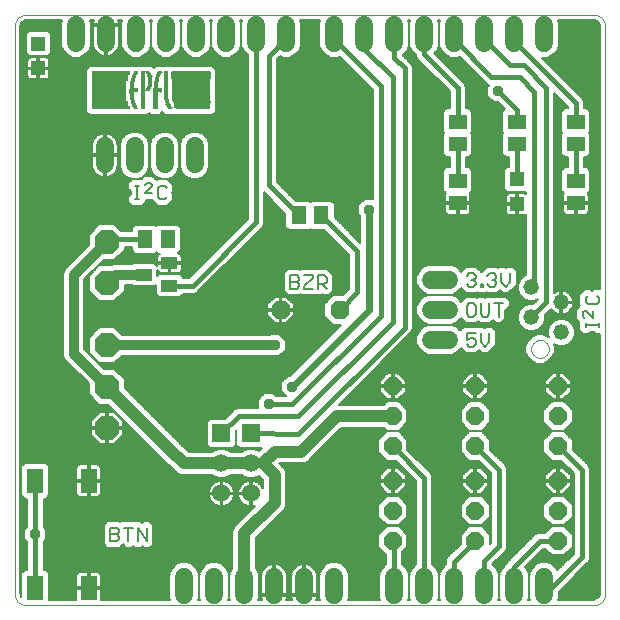
<source format=gtl>
G75*
%MOIN*%
%OFA0B0*%
%FSLAX24Y24*%
%IPPOS*%
%LPD*%
%AMOC8*
5,1,8,0,0,1.08239X$1,22.5*
%
%ADD10C,0.0000*%
%ADD11C,0.0060*%
%ADD12C,0.0600*%
%ADD13R,0.0591X0.0512*%
%ADD14R,0.0472X0.0472*%
%ADD15C,0.0520*%
%ADD16OC8,0.0630*%
%ADD17R,0.0512X0.0591*%
%ADD18R,0.0600X0.0600*%
%ADD19C,0.0600*%
%ADD20R,0.0551X0.0827*%
%ADD21OC8,0.0827*%
%ADD22OC8,0.0602*%
%ADD23R,0.0551X0.0394*%
%ADD24R,0.1278X0.0013*%
%ADD25R,0.0142X0.0013*%
%ADD26R,0.0142X0.0013*%
%ADD27R,0.0155X0.0013*%
%ADD28R,0.1149X0.0013*%
%ADD29R,0.1265X0.0013*%
%ADD30R,0.0142X0.0013*%
%ADD31R,0.0142X0.0013*%
%ADD32R,0.0129X0.0013*%
%ADD33R,0.1162X0.0013*%
%ADD34R,0.1252X0.0013*%
%ADD35R,0.0155X0.0013*%
%ADD36R,0.0142X0.0013*%
%ADD37R,0.0142X0.0013*%
%ADD38R,0.0168X0.0013*%
%ADD39R,0.1175X0.0013*%
%ADD40R,0.1239X0.0013*%
%ADD41R,0.0129X0.0013*%
%ADD42R,0.0155X0.0013*%
%ADD43R,0.1162X0.0013*%
%ADD44R,0.1239X0.0013*%
%ADD45R,0.0155X0.0013*%
%ADD46R,0.1175X0.0013*%
%ADD47R,0.1188X0.0013*%
%ADD48R,0.1226X0.0013*%
%ADD49R,0.0142X0.0013*%
%ADD50R,0.0142X0.0013*%
%ADD51R,0.0155X0.0013*%
%ADD52R,0.1200X0.0013*%
%ADD53R,0.1213X0.0013*%
%ADD54R,0.1226X0.0013*%
%ADD55R,0.1200X0.0013*%
%ADD56R,0.0168X0.0013*%
%ADD57R,0.0155X0.0013*%
%ADD58R,0.1188X0.0013*%
%ADD59R,0.0129X0.0013*%
%ADD60R,0.0129X0.0013*%
%ADD61R,0.0155X0.0013*%
%ADD62R,0.1213X0.0013*%
%ADD63R,0.1226X0.0013*%
%ADD64R,0.1175X0.0013*%
%ADD65R,0.1226X0.0013*%
%ADD66R,0.0129X0.0013*%
%ADD67R,0.1239X0.0013*%
%ADD68R,0.1252X0.0013*%
%ADD69R,0.1162X0.0013*%
%ADD70R,0.1252X0.0013*%
%ADD71R,0.1149X0.0013*%
%ADD72R,0.0129X0.0013*%
%ADD73R,0.1149X0.0013*%
%ADD74R,0.0129X0.0013*%
%ADD75R,0.1265X0.0013*%
%ADD76R,0.0129X0.0013*%
%ADD77R,0.1136X0.0013*%
%ADD78R,0.1278X0.0013*%
%ADD79R,0.1136X0.0013*%
%ADD80R,0.0116X0.0013*%
%ADD81R,0.1278X0.0013*%
%ADD82R,0.1291X0.0013*%
%ADD83R,0.1123X0.0013*%
%ADD84R,0.1136X0.0013*%
%ADD85R,0.1291X0.0013*%
%ADD86R,0.1123X0.0013*%
%ADD87R,0.0116X0.0013*%
%ADD88R,0.1291X0.0013*%
%ADD89R,0.0116X0.0013*%
%ADD90R,0.1123X0.0013*%
%ADD91R,0.0013X0.0013*%
%ADD92R,0.0271X0.0013*%
%ADD93R,0.0271X0.0013*%
%ADD94R,0.0284X0.0013*%
%ADD95R,0.0284X0.0013*%
%ADD96R,0.0271X0.0013*%
%ADD97R,0.0271X0.0013*%
%ADD98R,0.0284X0.0013*%
%ADD99R,0.0284X0.0013*%
%ADD100R,0.1123X0.0013*%
%ADD101R,0.0284X0.0013*%
%ADD102R,0.0284X0.0013*%
%ADD103R,0.1291X0.0013*%
%ADD104R,0.0271X0.0013*%
%ADD105R,0.0271X0.0013*%
%ADD106R,0.0013X0.0013*%
%ADD107R,0.0013X0.0013*%
%ADD108R,0.0116X0.0013*%
%ADD109R,0.1136X0.0013*%
%ADD110R,0.0116X0.0013*%
%ADD111R,0.1149X0.0013*%
%ADD112R,0.0116X0.0013*%
%ADD113R,0.1162X0.0013*%
%ADD114R,0.1175X0.0013*%
%ADD115R,0.1188X0.0013*%
%ADD116R,0.1200X0.0013*%
%ADD117R,0.0155X0.0013*%
%ADD118R,0.1304X0.0013*%
%ADD119R,0.1200X0.0013*%
%ADD120R,0.1304X0.0013*%
%ADD121R,0.1213X0.0013*%
%ADD122R,0.0168X0.0013*%
%ADD123R,0.1304X0.0013*%
%ADD124R,0.1226X0.0013*%
%ADD125R,0.1226X0.0013*%
%ADD126R,0.1252X0.0013*%
%ADD127R,0.1304X0.0013*%
%ADD128R,0.1265X0.0013*%
%ADD129R,0.0168X0.0013*%
%ADD130OC8,0.0356*%
%ADD131C,0.0160*%
%ADD132C,0.0400*%
%ADD133C,0.0320*%
%ADD134C,0.0240*%
D10*
X003228Y003056D02*
X003228Y021954D01*
X003230Y021993D01*
X003236Y022031D01*
X003245Y022068D01*
X003258Y022105D01*
X003275Y022140D01*
X003294Y022173D01*
X003317Y022204D01*
X003343Y022233D01*
X003372Y022259D01*
X003403Y022282D01*
X003436Y022301D01*
X003471Y022318D01*
X003508Y022331D01*
X003545Y022340D01*
X003583Y022346D01*
X003622Y022348D01*
X003622Y022347D02*
X022519Y022347D01*
X022519Y022348D02*
X022558Y022346D01*
X022596Y022340D01*
X022633Y022331D01*
X022670Y022318D01*
X022705Y022301D01*
X022738Y022282D01*
X022769Y022259D01*
X022798Y022233D01*
X022824Y022204D01*
X022847Y022173D01*
X022866Y022140D01*
X022883Y022105D01*
X022896Y022068D01*
X022905Y022031D01*
X022911Y021993D01*
X022913Y021954D01*
X022913Y003056D01*
X022911Y003017D01*
X022905Y002979D01*
X022896Y002942D01*
X022883Y002905D01*
X022866Y002870D01*
X022847Y002837D01*
X022824Y002806D01*
X022798Y002777D01*
X022769Y002751D01*
X022738Y002728D01*
X022705Y002709D01*
X022670Y002692D01*
X022633Y002679D01*
X022596Y002670D01*
X022558Y002664D01*
X022519Y002662D01*
X003622Y002662D01*
X003583Y002664D01*
X003545Y002670D01*
X003508Y002679D01*
X003471Y002692D01*
X003436Y002709D01*
X003403Y002728D01*
X003372Y002751D01*
X003343Y002777D01*
X003317Y002806D01*
X003294Y002837D01*
X003275Y002870D01*
X003258Y002905D01*
X003245Y002942D01*
X003236Y002979D01*
X003230Y003017D01*
X003228Y003056D01*
X020441Y011204D02*
X020443Y011238D01*
X020449Y011272D01*
X020459Y011305D01*
X020472Y011336D01*
X020490Y011366D01*
X020510Y011394D01*
X020534Y011419D01*
X020560Y011441D01*
X020588Y011459D01*
X020619Y011475D01*
X020651Y011487D01*
X020685Y011495D01*
X020719Y011499D01*
X020753Y011499D01*
X020787Y011495D01*
X020821Y011487D01*
X020853Y011475D01*
X020883Y011459D01*
X020912Y011441D01*
X020938Y011419D01*
X020962Y011394D01*
X020982Y011366D01*
X021000Y011336D01*
X021013Y011305D01*
X021023Y011272D01*
X021029Y011238D01*
X021031Y011204D01*
X021029Y011170D01*
X021023Y011136D01*
X021013Y011103D01*
X021000Y011072D01*
X020982Y011042D01*
X020962Y011014D01*
X020938Y010989D01*
X020912Y010967D01*
X020884Y010949D01*
X020853Y010933D01*
X020821Y010921D01*
X020787Y010913D01*
X020753Y010909D01*
X020719Y010909D01*
X020685Y010913D01*
X020651Y010921D01*
X020619Y010933D01*
X020588Y010949D01*
X020560Y010967D01*
X020534Y010989D01*
X020510Y011014D01*
X020490Y011042D01*
X020472Y011072D01*
X020459Y011103D01*
X020449Y011136D01*
X020443Y011170D01*
X020441Y011204D01*
D11*
X020251Y011203D02*
X019130Y011203D01*
X019139Y011212D02*
X019139Y011212D01*
X019267Y011340D01*
X019267Y011816D01*
X019139Y011945D01*
X018956Y011945D01*
X018901Y011889D01*
X018845Y011945D01*
X018663Y011945D01*
X018385Y011945D01*
X018202Y011945D01*
X018078Y011821D01*
X017979Y011920D01*
X017799Y011995D01*
X017004Y011995D01*
X016824Y011920D01*
X016686Y011782D01*
X016611Y011602D01*
X016611Y011407D01*
X016686Y011227D01*
X016824Y011089D01*
X017004Y011015D01*
X017799Y011015D01*
X017979Y011089D01*
X018115Y011225D01*
X018276Y011065D01*
X018515Y011065D01*
X018605Y011065D01*
X018678Y011138D01*
X018678Y011138D01*
X018707Y011167D01*
X018808Y011067D01*
X018810Y011065D01*
X018992Y011065D01*
X019121Y011194D01*
X019139Y011212D01*
X019189Y011262D02*
X020251Y011262D01*
X020251Y011300D02*
X020251Y011107D01*
X020324Y010929D01*
X020461Y010792D01*
X020639Y010718D01*
X020832Y010718D01*
X021011Y010792D01*
X021147Y010929D01*
X021221Y011107D01*
X021221Y011300D01*
X021191Y011373D01*
X021355Y011305D01*
X021534Y011305D01*
X021699Y011373D01*
X021826Y011500D01*
X021895Y011665D01*
X021895Y011844D01*
X021826Y012010D01*
X021699Y012136D01*
X021534Y012205D01*
X021355Y012205D01*
X021190Y012136D01*
X021063Y012010D01*
X020995Y011844D01*
X020995Y011665D01*
X021019Y011607D01*
X021011Y011615D01*
X020832Y011689D01*
X020639Y011689D01*
X020461Y011615D01*
X020324Y011478D01*
X020251Y011300D01*
X020259Y011320D02*
X019247Y011320D01*
X019267Y011379D02*
X020283Y011379D01*
X020307Y011437D02*
X019267Y011437D01*
X019267Y011496D02*
X020342Y011496D01*
X020400Y011554D02*
X019267Y011554D01*
X019267Y011613D02*
X020459Y011613D01*
X020597Y011671D02*
X019267Y011671D01*
X019267Y011730D02*
X020995Y011730D01*
X020995Y011788D02*
X019267Y011788D01*
X019237Y011847D02*
X020254Y011847D01*
X020190Y011873D02*
X020355Y011805D01*
X020534Y011805D01*
X020699Y011873D01*
X020826Y012000D01*
X020895Y012165D01*
X020895Y012323D01*
X021116Y012544D01*
X021142Y012506D01*
X021196Y012452D01*
X021260Y012409D01*
X021331Y012380D01*
X021406Y012365D01*
X021415Y012365D01*
X021415Y012725D01*
X021475Y012725D01*
X021475Y012785D01*
X021835Y012785D01*
X021835Y012793D01*
X021820Y012868D01*
X021790Y012939D01*
X021747Y013003D01*
X021693Y013058D01*
X021629Y013100D01*
X021558Y013130D01*
X021483Y013145D01*
X021475Y013145D01*
X021475Y012785D01*
X021415Y012785D01*
X021415Y013145D01*
X021406Y013145D01*
X021331Y013130D01*
X021260Y013100D01*
X021215Y013070D01*
X021215Y019727D01*
X021659Y019283D01*
X021659Y019230D01*
X021555Y019230D01*
X021444Y019119D01*
X021444Y018450D01*
X021483Y018410D01*
X021444Y018371D01*
X021444Y017702D01*
X021555Y017590D01*
X021659Y017590D01*
X021659Y017262D01*
X021555Y017262D01*
X021444Y017150D01*
X021444Y016481D01*
X021526Y016398D01*
X021512Y016374D01*
X021504Y016341D01*
X021504Y016098D01*
X021899Y016098D01*
X021899Y016038D01*
X021504Y016038D01*
X021504Y015795D01*
X021512Y015762D01*
X021530Y015732D01*
X021554Y015708D01*
X021215Y015708D01*
X021215Y015766D02*
X021511Y015766D01*
X021504Y015825D02*
X021215Y015825D01*
X021215Y015883D02*
X021504Y015883D01*
X021504Y015942D02*
X021215Y015942D01*
X021215Y016000D02*
X021504Y016000D01*
X021504Y016117D02*
X021215Y016117D01*
X021215Y016059D02*
X021899Y016059D01*
X021899Y016038D02*
X021959Y016038D01*
X021959Y016098D01*
X022354Y016098D01*
X022354Y016341D01*
X022345Y016374D01*
X022331Y016398D01*
X022414Y016481D01*
X022414Y017150D01*
X022303Y017262D01*
X022199Y017262D01*
X022199Y017590D01*
X022303Y017590D01*
X022414Y017702D01*
X022414Y018371D01*
X022375Y018410D01*
X022414Y018450D01*
X022414Y019119D01*
X022303Y019230D01*
X022199Y019230D01*
X022199Y019448D01*
X022158Y019547D01*
X022082Y019623D01*
X020790Y020915D01*
X020968Y020915D01*
X021148Y020989D01*
X021286Y021127D01*
X021361Y021307D01*
X021361Y022102D01*
X021338Y022157D01*
X022519Y022157D01*
X022559Y022153D01*
X022633Y022123D01*
X022689Y022067D01*
X022719Y021993D01*
X022723Y021954D01*
X022723Y013191D01*
X022712Y013202D01*
X022530Y013202D01*
X022474Y013146D01*
X022418Y013202D01*
X022236Y013202D01*
X022136Y013102D01*
X022034Y013000D01*
X022034Y013000D01*
X022034Y012999D01*
X022034Y012909D01*
X022034Y012670D01*
X022063Y012641D01*
X021935Y012513D01*
X021935Y012218D01*
X022034Y012119D01*
X022034Y011830D01*
X022163Y011701D01*
X022345Y011701D01*
X022418Y011774D01*
X022530Y011774D01*
X022603Y011701D01*
X022723Y011701D01*
X022723Y003056D01*
X022719Y003016D01*
X022689Y002943D01*
X022633Y002887D01*
X022559Y002856D01*
X022519Y002852D01*
X021338Y002852D01*
X021361Y002907D01*
X021361Y003113D01*
X022279Y004031D01*
X022355Y004107D01*
X022396Y004206D01*
X022396Y007228D01*
X022355Y007327D01*
X021829Y007852D01*
X021829Y008165D01*
X021542Y008453D01*
X021135Y008453D01*
X020847Y008165D01*
X020847Y007758D01*
X021135Y007470D01*
X021448Y007470D01*
X021856Y007062D01*
X021856Y004372D01*
X021309Y003825D01*
X021286Y003882D01*
X021148Y004020D01*
X020968Y004095D01*
X020773Y004095D01*
X020593Y004020D01*
X020455Y003882D01*
X020381Y003702D01*
X020381Y002907D01*
X020403Y002852D01*
X020338Y002852D01*
X020361Y002907D01*
X020361Y003702D01*
X020286Y003882D01*
X020235Y003933D01*
X020844Y004542D01*
X020914Y004542D01*
X021135Y004321D01*
X021542Y004321D01*
X021829Y004608D01*
X021829Y005015D01*
X021542Y005303D01*
X021135Y005303D01*
X020914Y005082D01*
X020678Y005082D01*
X020579Y005041D01*
X020503Y004965D01*
X019642Y004103D01*
X019610Y004027D01*
X019593Y004020D01*
X019455Y003882D01*
X019381Y003702D01*
X019381Y002907D01*
X019403Y002852D01*
X019338Y002852D01*
X019361Y002907D01*
X019361Y003702D01*
X019286Y003882D01*
X019148Y004020D01*
X019143Y004022D01*
X019523Y004402D01*
X019599Y004478D01*
X019640Y004577D01*
X019640Y007228D01*
X019599Y007327D01*
X019074Y007852D01*
X019074Y008165D01*
X018786Y008453D01*
X018379Y008453D01*
X018091Y008165D01*
X018091Y007758D01*
X018379Y007470D01*
X018692Y007470D01*
X019100Y007062D01*
X019100Y004743D01*
X019074Y004716D01*
X019074Y005015D01*
X018786Y005303D01*
X018379Y005303D01*
X018091Y005015D01*
X018091Y004702D01*
X017718Y004329D01*
X017642Y004253D01*
X017601Y004154D01*
X017601Y004023D01*
X017593Y004020D01*
X017455Y003882D01*
X017381Y003702D01*
X017381Y002907D01*
X017403Y002852D01*
X017338Y002852D01*
X017361Y002907D01*
X017361Y003702D01*
X017286Y003882D01*
X017148Y004020D01*
X017141Y004023D01*
X017141Y006971D01*
X017099Y007070D01*
X017023Y007146D01*
X016318Y007852D01*
X016318Y008165D01*
X016030Y008453D01*
X015623Y008453D01*
X015335Y008165D01*
X015335Y007758D01*
X015623Y007470D01*
X015936Y007470D01*
X016601Y006805D01*
X016601Y004023D01*
X016593Y004020D01*
X016455Y003882D01*
X016381Y003702D01*
X016381Y002907D01*
X016403Y002852D01*
X016338Y002852D01*
X016361Y002907D01*
X016361Y003702D01*
X016286Y003882D01*
X016148Y004020D01*
X016141Y004023D01*
X016141Y004431D01*
X016318Y004608D01*
X016318Y005015D01*
X016030Y005303D01*
X015623Y005303D01*
X015335Y005015D01*
X015335Y004608D01*
X015601Y004343D01*
X015601Y004023D01*
X015593Y004020D01*
X015455Y003882D01*
X015381Y003702D01*
X015381Y002907D01*
X015403Y002852D01*
X014338Y002852D01*
X014361Y002907D01*
X014361Y003702D01*
X014286Y003882D01*
X014148Y004020D01*
X013968Y004095D01*
X013773Y004095D01*
X013593Y004020D01*
X013455Y003882D01*
X013381Y003702D01*
X013381Y002907D01*
X013403Y002852D01*
X013273Y002852D01*
X013290Y002904D01*
X013301Y002971D01*
X013301Y002975D01*
X012901Y002975D01*
X012901Y003035D01*
X013301Y003035D01*
X013301Y003639D01*
X013290Y003705D01*
X013269Y003770D01*
X013238Y003830D01*
X013199Y003885D01*
X013151Y003933D01*
X013096Y003972D01*
X013036Y004003D01*
X012971Y004024D01*
X012904Y004035D01*
X012901Y004035D01*
X012901Y003035D01*
X012841Y003035D01*
X012841Y004035D01*
X012837Y004035D01*
X012770Y004024D01*
X012705Y004003D01*
X012645Y003972D01*
X012590Y003933D01*
X012543Y003885D01*
X012503Y003830D01*
X012472Y003770D01*
X012451Y003705D01*
X012441Y003639D01*
X012441Y003035D01*
X012841Y003035D01*
X012841Y002975D01*
X012901Y002975D01*
X012901Y002852D01*
X012841Y002852D01*
X012841Y002975D01*
X012441Y002975D01*
X012441Y002971D01*
X012451Y002904D01*
X012468Y002852D01*
X012273Y002852D01*
X012290Y002904D01*
X012301Y002971D01*
X012301Y002975D01*
X011901Y002975D01*
X011901Y003035D01*
X012301Y003035D01*
X012301Y003639D01*
X012290Y003705D01*
X012269Y003770D01*
X012238Y003830D01*
X012199Y003885D01*
X012151Y003933D01*
X012096Y003972D01*
X012036Y004003D01*
X011971Y004024D01*
X011904Y004035D01*
X011901Y004035D01*
X011901Y003035D01*
X011841Y003035D01*
X011841Y004035D01*
X011837Y004035D01*
X011770Y004024D01*
X011705Y004003D01*
X011645Y003972D01*
X011590Y003933D01*
X011543Y003885D01*
X011503Y003830D01*
X011472Y003770D01*
X011451Y003705D01*
X011441Y003639D01*
X011441Y003035D01*
X011841Y003035D01*
X011841Y002975D01*
X011901Y002975D01*
X011901Y002852D01*
X011841Y002852D01*
X011841Y002975D01*
X011441Y002975D01*
X011441Y002971D01*
X011451Y002904D01*
X011468Y002852D01*
X011338Y002852D01*
X011361Y002907D01*
X011361Y003702D01*
X011286Y003882D01*
X011261Y003908D01*
X011261Y004893D01*
X012220Y005853D01*
X012279Y005996D01*
X012279Y007070D01*
X012220Y007214D01*
X012047Y007387D01*
X012051Y007390D01*
X012853Y007390D01*
X012996Y007450D01*
X013106Y007559D01*
X014118Y008571D01*
X015522Y008571D01*
X015623Y008470D01*
X016030Y008470D01*
X016318Y008758D01*
X016318Y009165D01*
X016030Y009453D01*
X015623Y009453D01*
X015522Y009351D01*
X014039Y009351D01*
X016449Y011761D01*
X016490Y011860D01*
X016490Y020610D01*
X016449Y020709D01*
X016158Y021000D01*
X016286Y021127D01*
X016361Y021307D01*
X016361Y022102D01*
X016338Y022157D01*
X016403Y022157D01*
X016381Y022102D01*
X016381Y021307D01*
X016455Y021127D01*
X016593Y020989D01*
X016601Y020986D01*
X016601Y020966D01*
X016642Y020867D01*
X017722Y019787D01*
X017722Y019230D01*
X017618Y019230D01*
X017507Y019119D01*
X017507Y018450D01*
X017546Y018410D01*
X017507Y018371D01*
X017507Y017702D01*
X017618Y017590D01*
X017722Y017590D01*
X017722Y017262D01*
X017618Y017262D01*
X017507Y017150D01*
X017507Y016481D01*
X017589Y016398D01*
X017575Y016374D01*
X017567Y016341D01*
X017567Y016098D01*
X017962Y016098D01*
X017962Y016038D01*
X017567Y016038D01*
X017567Y015795D01*
X017575Y015762D01*
X017592Y015732D01*
X017617Y015708D01*
X016490Y015708D01*
X016490Y015766D02*
X017574Y015766D01*
X017567Y015825D02*
X016490Y015825D01*
X016490Y015883D02*
X017567Y015883D01*
X017567Y015942D02*
X016490Y015942D01*
X016490Y016000D02*
X017567Y016000D01*
X017567Y016117D02*
X016490Y016117D01*
X016490Y016059D02*
X017962Y016059D01*
X017962Y016038D02*
X018022Y016038D01*
X018022Y016098D01*
X018417Y016098D01*
X018417Y016341D01*
X018408Y016374D01*
X018394Y016398D01*
X018477Y016481D01*
X018477Y017150D01*
X018366Y017262D01*
X018262Y017262D01*
X018262Y017590D01*
X018366Y017590D01*
X018477Y017702D01*
X018477Y018371D01*
X018438Y018410D01*
X018477Y018450D01*
X018477Y019119D01*
X018366Y019230D01*
X018262Y019230D01*
X018262Y019952D01*
X018221Y020051D01*
X018145Y020127D01*
X017215Y021057D01*
X017286Y021127D01*
X017361Y021307D01*
X017361Y022102D01*
X017338Y022157D01*
X017403Y022157D01*
X017381Y022102D01*
X017381Y021307D01*
X017455Y021127D01*
X017593Y020989D01*
X017773Y020915D01*
X017968Y020915D01*
X018057Y020952D01*
X018889Y020119D01*
X018965Y020044D01*
X019050Y020008D01*
X018982Y019941D01*
X018982Y019636D01*
X019198Y019420D01*
X019336Y019420D01*
X019556Y019200D01*
X019475Y019119D01*
X019475Y018450D01*
X019514Y018410D01*
X019475Y018371D01*
X019475Y017702D01*
X019586Y017590D01*
X019690Y017590D01*
X019690Y017281D01*
X019645Y017281D01*
X019534Y017170D01*
X019534Y016540D01*
X019645Y016429D01*
X020275Y016429D01*
X020281Y016435D01*
X020281Y016364D01*
X020276Y016369D01*
X020247Y016386D01*
X020214Y016395D01*
X019990Y016395D01*
X019990Y016058D01*
X019930Y016058D01*
X019930Y015998D01*
X019990Y015998D01*
X019990Y015662D01*
X020214Y015662D01*
X020247Y015671D01*
X020276Y015688D01*
X020281Y015693D01*
X020281Y013674D01*
X020190Y013636D01*
X020063Y013510D01*
X019995Y013344D01*
X019995Y013165D01*
X020063Y013000D01*
X020190Y012873D01*
X020355Y012805D01*
X020534Y012805D01*
X020668Y012860D01*
X020513Y012705D01*
X020355Y012705D01*
X020190Y012636D01*
X020063Y012510D01*
X019995Y012344D01*
X019995Y012165D01*
X020063Y012000D01*
X020190Y011873D01*
X020158Y011905D02*
X019178Y011905D01*
X019270Y012065D02*
X019452Y012065D01*
X019581Y012194D01*
X019581Y012505D01*
X019599Y012505D01*
X019728Y012634D01*
X019728Y012816D01*
X019599Y012945D01*
X018956Y012945D01*
X018901Y012889D01*
X018845Y012945D01*
X018663Y012945D01*
X018634Y012916D01*
X018605Y012945D01*
X018605Y012945D01*
X018605Y012945D01*
X018507Y012945D01*
X018276Y012945D01*
X018202Y012872D01*
X018115Y012784D01*
X017979Y012920D01*
X017799Y012995D01*
X017004Y012995D01*
X016824Y012920D01*
X016686Y012782D01*
X016611Y012602D01*
X016611Y012407D01*
X016686Y012227D01*
X016824Y012089D01*
X017004Y012015D01*
X017799Y012015D01*
X017979Y012089D01*
X018115Y012225D01*
X018147Y012194D01*
X018276Y012065D01*
X018513Y012065D01*
X018605Y012065D01*
X018670Y012130D01*
X018736Y012065D01*
X018973Y012065D01*
X019065Y012065D01*
X019139Y012138D01*
X019168Y012167D01*
X019270Y012065D01*
X019254Y012081D02*
X019081Y012081D01*
X019065Y012065D02*
X019065Y012065D01*
X019065Y012065D01*
X019139Y012138D02*
X019139Y012138D01*
X019140Y012139D02*
X019195Y012139D01*
X019361Y012285D02*
X019361Y012725D01*
X019214Y012725D02*
X019508Y012725D01*
X019728Y012724D02*
X020532Y012724D01*
X020591Y012783D02*
X019728Y012783D01*
X019703Y012841D02*
X020267Y012841D01*
X020163Y012900D02*
X019644Y012900D01*
X019682Y013065D02*
X019500Y013065D01*
X019498Y013067D01*
X019398Y013167D01*
X019369Y013138D01*
X019369Y013138D01*
X019295Y013065D01*
X019295Y013065D01*
X019295Y013065D01*
X019205Y013065D01*
X018966Y013065D01*
X018942Y013089D01*
X018918Y013065D01*
X018663Y013065D01*
X018634Y013094D01*
X018605Y013065D01*
X018605Y013065D01*
X018605Y013065D01*
X018515Y013065D01*
X018276Y013065D01*
X018147Y013194D01*
X018115Y013225D01*
X017979Y013089D01*
X017799Y013015D01*
X017004Y013015D01*
X016824Y013089D01*
X016686Y013227D01*
X016611Y013407D01*
X016611Y013602D01*
X016686Y013782D01*
X016824Y013920D01*
X017004Y013995D01*
X017799Y013995D01*
X017979Y013920D01*
X018115Y013784D01*
X018147Y013816D01*
X018276Y013945D01*
X018513Y013945D01*
X018605Y013945D01*
X018605Y013945D01*
X018678Y013872D01*
X018678Y013872D01*
X018786Y013764D01*
X018837Y013816D01*
X018966Y013945D01*
X019203Y013945D01*
X019295Y013945D01*
X019295Y013945D01*
X019295Y013945D01*
X019324Y013916D01*
X019353Y013945D01*
X019536Y013945D01*
X019591Y013889D01*
X019647Y013945D01*
X019829Y013945D01*
X019958Y013816D01*
X019958Y013340D01*
X019829Y013212D01*
X019829Y013212D01*
X019811Y013194D01*
X019682Y013065D01*
X019693Y013075D02*
X020032Y013075D01*
X020056Y013017D02*
X017804Y013017D01*
X017887Y012958D02*
X020105Y012958D01*
X020008Y013134D02*
X019751Y013134D01*
X019810Y013192D02*
X019995Y013192D01*
X019995Y013251D02*
X019868Y013251D01*
X019927Y013309D02*
X019995Y013309D01*
X020004Y013368D02*
X019958Y013368D01*
X019958Y013426D02*
X020029Y013426D01*
X020053Y013485D02*
X019958Y013485D01*
X019958Y013543D02*
X020097Y013543D01*
X020155Y013602D02*
X019958Y013602D01*
X019958Y013660D02*
X020248Y013660D01*
X020281Y013719D02*
X019958Y013719D01*
X019958Y013777D02*
X020281Y013777D01*
X020281Y013836D02*
X019938Y013836D01*
X019880Y013894D02*
X020281Y013894D01*
X020281Y013953D02*
X017900Y013953D01*
X018005Y013894D02*
X018225Y013894D01*
X018166Y013836D02*
X018063Y013836D01*
X018293Y013652D02*
X018367Y013725D01*
X018514Y013725D01*
X018587Y013652D01*
X018587Y013578D01*
X018514Y013505D01*
X018587Y013432D01*
X018587Y013358D01*
X018514Y013285D01*
X018367Y013285D01*
X018293Y013358D01*
X018440Y013505D02*
X018514Y013505D01*
X018754Y013358D02*
X018754Y013285D01*
X018827Y013285D01*
X018827Y013358D01*
X018754Y013358D01*
X018984Y013358D02*
X019057Y013285D01*
X019204Y013285D01*
X019278Y013358D01*
X019278Y013432D01*
X019204Y013505D01*
X019131Y013505D01*
X019204Y013505D02*
X019278Y013578D01*
X019278Y013652D01*
X019204Y013725D01*
X019057Y013725D01*
X018984Y013652D01*
X018857Y013836D02*
X018714Y013836D01*
X018656Y013894D02*
X018915Y013894D01*
X018798Y013777D02*
X018773Y013777D01*
X018605Y013945D02*
X018605Y013945D01*
X019444Y013725D02*
X019444Y013432D01*
X019591Y013285D01*
X019738Y013432D01*
X019738Y013725D01*
X019596Y013894D02*
X019586Y013894D01*
X020281Y014011D02*
X016490Y014011D01*
X016490Y013953D02*
X016902Y013953D01*
X016798Y013894D02*
X016490Y013894D01*
X016490Y013836D02*
X016739Y013836D01*
X016684Y013777D02*
X016490Y013777D01*
X016490Y013719D02*
X016660Y013719D01*
X016635Y013660D02*
X016490Y013660D01*
X016490Y013602D02*
X016611Y013602D01*
X016611Y013543D02*
X016490Y013543D01*
X016490Y013485D02*
X016611Y013485D01*
X016611Y013426D02*
X016490Y013426D01*
X016490Y013368D02*
X016628Y013368D01*
X016652Y013309D02*
X016490Y013309D01*
X016490Y013251D02*
X016676Y013251D01*
X016721Y013192D02*
X016490Y013192D01*
X016490Y013134D02*
X016779Y013134D01*
X016858Y013075D02*
X016490Y013075D01*
X016490Y013017D02*
X016999Y013017D01*
X016916Y012958D02*
X016490Y012958D01*
X016490Y012900D02*
X016803Y012900D01*
X016745Y012841D02*
X016490Y012841D01*
X016490Y012783D02*
X016686Y012783D01*
X016662Y012724D02*
X016490Y012724D01*
X016490Y012666D02*
X016638Y012666D01*
X016613Y012607D02*
X016490Y012607D01*
X016490Y012549D02*
X016611Y012549D01*
X016611Y012490D02*
X016490Y012490D01*
X016490Y012432D02*
X016611Y012432D01*
X016625Y012373D02*
X016490Y012373D01*
X016490Y012315D02*
X016650Y012315D01*
X016674Y012256D02*
X016490Y012256D01*
X016490Y012198D02*
X016715Y012198D01*
X016774Y012139D02*
X016490Y012139D01*
X016490Y012081D02*
X016844Y012081D01*
X016929Y011964D02*
X016490Y011964D01*
X016490Y012022D02*
X016986Y012022D01*
X016809Y011905D02*
X016490Y011905D01*
X016484Y011847D02*
X016750Y011847D01*
X016692Y011788D02*
X016460Y011788D01*
X016418Y011730D02*
X016664Y011730D01*
X016640Y011671D02*
X016359Y011671D01*
X016301Y011613D02*
X016616Y011613D01*
X016611Y011554D02*
X016242Y011554D01*
X016184Y011496D02*
X016611Y011496D01*
X016611Y011437D02*
X016125Y011437D01*
X016067Y011379D02*
X016623Y011379D01*
X016647Y011320D02*
X016008Y011320D01*
X015950Y011262D02*
X016672Y011262D01*
X016710Y011203D02*
X015891Y011203D01*
X015833Y011145D02*
X016768Y011145D01*
X016831Y011086D02*
X015774Y011086D01*
X015716Y011028D02*
X016972Y011028D01*
X017830Y011028D02*
X020283Y011028D01*
X020259Y011086D02*
X019013Y011086D01*
X019072Y011145D02*
X020251Y011145D01*
X020308Y010969D02*
X015657Y010969D01*
X015599Y010911D02*
X020342Y010911D01*
X020401Y010852D02*
X015540Y010852D01*
X015482Y010794D02*
X020459Y010794D01*
X020598Y010735D02*
X015423Y010735D01*
X015365Y010677D02*
X022723Y010677D01*
X022723Y010735D02*
X020873Y010735D01*
X021012Y010794D02*
X022723Y010794D01*
X022723Y010852D02*
X021071Y010852D01*
X021129Y010911D02*
X022723Y010911D01*
X022723Y010969D02*
X021164Y010969D01*
X021188Y011028D02*
X022723Y011028D01*
X022723Y011086D02*
X021213Y011086D01*
X021221Y011145D02*
X022723Y011145D01*
X022723Y011203D02*
X021221Y011203D01*
X021221Y011262D02*
X022723Y011262D01*
X022723Y011320D02*
X021572Y011320D01*
X021705Y011379D02*
X022723Y011379D01*
X022723Y011437D02*
X021763Y011437D01*
X021822Y011496D02*
X022723Y011496D01*
X022723Y011554D02*
X021849Y011554D01*
X021873Y011613D02*
X022723Y011613D01*
X022723Y011671D02*
X021895Y011671D01*
X021895Y011730D02*
X022134Y011730D01*
X022075Y011788D02*
X021895Y011788D01*
X021894Y011847D02*
X022034Y011847D01*
X022034Y011905D02*
X021869Y011905D01*
X021845Y011964D02*
X022034Y011964D01*
X022034Y012022D02*
X021813Y012022D01*
X021755Y012081D02*
X022034Y012081D01*
X022014Y012139D02*
X021692Y012139D01*
X021551Y012198D02*
X021955Y012198D01*
X021935Y012256D02*
X020895Y012256D01*
X020895Y012198D02*
X021338Y012198D01*
X021197Y012139D02*
X020884Y012139D01*
X020860Y012081D02*
X021134Y012081D01*
X021076Y012022D02*
X020835Y012022D01*
X020790Y011964D02*
X021044Y011964D01*
X021020Y011905D02*
X020731Y011905D01*
X020636Y011847D02*
X020996Y011847D01*
X020995Y011671D02*
X020875Y011671D01*
X021013Y011613D02*
X021016Y011613D01*
X021213Y011320D02*
X021318Y011320D01*
X021308Y010393D02*
X021160Y010393D01*
X020907Y010140D01*
X020907Y009991D01*
X021308Y009991D01*
X021308Y009931D01*
X021368Y009931D01*
X021368Y009530D01*
X021517Y009530D01*
X021769Y009783D01*
X021769Y009931D01*
X021368Y009931D01*
X021368Y009991D01*
X021769Y009991D01*
X021769Y010140D01*
X021517Y010393D01*
X021368Y010393D01*
X021368Y009991D01*
X021308Y009991D01*
X021308Y010393D01*
X021308Y010384D02*
X021368Y010384D01*
X021368Y010326D02*
X021308Y010326D01*
X021308Y010267D02*
X021368Y010267D01*
X021368Y010209D02*
X021308Y010209D01*
X021308Y010150D02*
X021368Y010150D01*
X021368Y010092D02*
X021308Y010092D01*
X021308Y010033D02*
X021368Y010033D01*
X021368Y009975D02*
X022723Y009975D01*
X022723Y010033D02*
X021769Y010033D01*
X021769Y010092D02*
X022723Y010092D01*
X022723Y010150D02*
X021759Y010150D01*
X021701Y010209D02*
X022723Y010209D01*
X022723Y010267D02*
X021642Y010267D01*
X021584Y010326D02*
X022723Y010326D01*
X022723Y010384D02*
X021525Y010384D01*
X021308Y009975D02*
X018612Y009975D01*
X018612Y009991D02*
X019014Y009991D01*
X019014Y010140D01*
X018761Y010393D01*
X018612Y010393D01*
X018612Y009991D01*
X018612Y009931D01*
X018612Y009530D01*
X018761Y009530D01*
X019014Y009783D01*
X019014Y009931D01*
X018612Y009931D01*
X018552Y009931D01*
X018552Y009530D01*
X018404Y009530D01*
X018151Y009783D01*
X018151Y009931D01*
X018552Y009931D01*
X018552Y009991D01*
X018151Y009991D01*
X018151Y010140D01*
X018404Y010393D01*
X018552Y010393D01*
X018552Y009991D01*
X018612Y009991D01*
X018612Y010033D02*
X018552Y010033D01*
X018552Y009975D02*
X015856Y009975D01*
X015856Y009991D02*
X016258Y009991D01*
X016258Y010140D01*
X016005Y010393D01*
X015856Y010393D01*
X015856Y009991D01*
X015796Y009991D01*
X015796Y009931D01*
X015395Y009931D01*
X015395Y009783D01*
X015648Y009530D01*
X015796Y009530D01*
X015796Y009931D01*
X015856Y009931D01*
X015856Y009530D01*
X016005Y009530D01*
X016258Y009783D01*
X016258Y009931D01*
X015856Y009931D01*
X015856Y009991D01*
X015856Y010033D02*
X015796Y010033D01*
X015796Y009991D02*
X015796Y010393D01*
X015648Y010393D01*
X015395Y010140D01*
X015395Y009991D01*
X015796Y009991D01*
X015796Y009975D02*
X014663Y009975D01*
X014721Y010033D02*
X015395Y010033D01*
X015395Y010092D02*
X014780Y010092D01*
X014838Y010150D02*
X015405Y010150D01*
X015464Y010209D02*
X014897Y010209D01*
X014955Y010267D02*
X015522Y010267D01*
X015581Y010326D02*
X015014Y010326D01*
X015072Y010384D02*
X015639Y010384D01*
X015796Y010384D02*
X015856Y010384D01*
X015856Y010326D02*
X015796Y010326D01*
X015796Y010267D02*
X015856Y010267D01*
X015856Y010209D02*
X015796Y010209D01*
X015796Y010150D02*
X015856Y010150D01*
X015856Y010092D02*
X015796Y010092D01*
X015796Y009916D02*
X015856Y009916D01*
X015856Y009858D02*
X015796Y009858D01*
X015796Y009799D02*
X015856Y009799D01*
X015856Y009741D02*
X015796Y009741D01*
X015796Y009682D02*
X015856Y009682D01*
X015856Y009624D02*
X015796Y009624D01*
X015796Y009565D02*
X015856Y009565D01*
X016040Y009565D02*
X018369Y009565D01*
X018310Y009624D02*
X016099Y009624D01*
X016157Y009682D02*
X018252Y009682D01*
X018193Y009741D02*
X016216Y009741D01*
X016258Y009799D02*
X018151Y009799D01*
X018151Y009858D02*
X016258Y009858D01*
X016258Y009916D02*
X018151Y009916D01*
X018151Y010033D02*
X016258Y010033D01*
X016258Y010092D02*
X018151Y010092D01*
X018161Y010150D02*
X016247Y010150D01*
X016189Y010209D02*
X018220Y010209D01*
X018278Y010267D02*
X016130Y010267D01*
X016072Y010326D02*
X018337Y010326D01*
X018395Y010384D02*
X016013Y010384D01*
X015395Y009916D02*
X014604Y009916D01*
X014546Y009858D02*
X015395Y009858D01*
X015395Y009799D02*
X014487Y009799D01*
X014429Y009741D02*
X015437Y009741D01*
X015496Y009682D02*
X014370Y009682D01*
X014312Y009624D02*
X015554Y009624D01*
X015613Y009565D02*
X014253Y009565D01*
X014195Y009507D02*
X022723Y009507D01*
X022723Y009565D02*
X021552Y009565D01*
X021610Y009624D02*
X022723Y009624D01*
X022723Y009682D02*
X021669Y009682D01*
X021727Y009741D02*
X022723Y009741D01*
X022723Y009799D02*
X021769Y009799D01*
X021769Y009858D02*
X022723Y009858D01*
X022723Y009916D02*
X021769Y009916D01*
X021368Y009916D02*
X021308Y009916D01*
X021308Y009931D02*
X021308Y009530D01*
X021160Y009530D01*
X020907Y009783D01*
X020907Y009931D01*
X021308Y009931D01*
X021308Y009858D02*
X021368Y009858D01*
X021368Y009799D02*
X021308Y009799D01*
X021308Y009741D02*
X021368Y009741D01*
X021368Y009682D02*
X021308Y009682D01*
X021308Y009624D02*
X021368Y009624D01*
X021368Y009565D02*
X021308Y009565D01*
X021125Y009565D02*
X018796Y009565D01*
X018854Y009624D02*
X021066Y009624D01*
X021008Y009682D02*
X018913Y009682D01*
X018971Y009741D02*
X020949Y009741D01*
X020907Y009799D02*
X019014Y009799D01*
X019014Y009858D02*
X020907Y009858D01*
X020907Y009916D02*
X019014Y009916D01*
X019014Y010033D02*
X020907Y010033D01*
X020907Y010092D02*
X019014Y010092D01*
X019003Y010150D02*
X020917Y010150D01*
X020976Y010209D02*
X018945Y010209D01*
X018886Y010267D02*
X021034Y010267D01*
X021093Y010326D02*
X018828Y010326D01*
X018769Y010384D02*
X021151Y010384D01*
X021135Y009453D02*
X020847Y009165D01*
X020847Y008758D01*
X021135Y008470D01*
X021542Y008470D01*
X021829Y008758D01*
X021829Y009165D01*
X021542Y009453D01*
X021135Y009453D01*
X021130Y009448D02*
X018790Y009448D01*
X018786Y009453D02*
X018379Y009453D01*
X018091Y009165D01*
X018091Y008758D01*
X018379Y008470D01*
X018786Y008470D01*
X019074Y008758D01*
X019074Y009165D01*
X018786Y009453D01*
X018849Y009390D02*
X021072Y009390D01*
X021013Y009331D02*
X018907Y009331D01*
X018966Y009273D02*
X020955Y009273D01*
X020896Y009214D02*
X019024Y009214D01*
X019074Y009156D02*
X020847Y009156D01*
X020847Y009097D02*
X019074Y009097D01*
X019074Y009039D02*
X020847Y009039D01*
X020847Y008980D02*
X019074Y008980D01*
X019074Y008922D02*
X020847Y008922D01*
X020847Y008863D02*
X019074Y008863D01*
X019074Y008805D02*
X020847Y008805D01*
X020859Y008746D02*
X019062Y008746D01*
X019003Y008688D02*
X020917Y008688D01*
X020976Y008629D02*
X018945Y008629D01*
X018886Y008571D02*
X021034Y008571D01*
X021093Y008512D02*
X018828Y008512D01*
X018843Y008395D02*
X021077Y008395D01*
X021019Y008337D02*
X018902Y008337D01*
X018960Y008278D02*
X020960Y008278D01*
X020902Y008220D02*
X019019Y008220D01*
X019074Y008161D02*
X020847Y008161D01*
X020847Y008103D02*
X019074Y008103D01*
X019074Y008044D02*
X020847Y008044D01*
X020847Y007986D02*
X019074Y007986D01*
X019074Y007927D02*
X020847Y007927D01*
X020847Y007869D02*
X019074Y007869D01*
X019115Y007810D02*
X020847Y007810D01*
X020853Y007752D02*
X019174Y007752D01*
X019232Y007693D02*
X020912Y007693D01*
X020970Y007635D02*
X019291Y007635D01*
X019349Y007576D02*
X021029Y007576D01*
X021087Y007518D02*
X019408Y007518D01*
X019466Y007459D02*
X021459Y007459D01*
X021517Y007401D02*
X019525Y007401D01*
X019583Y007342D02*
X021576Y007342D01*
X021634Y007284D02*
X019617Y007284D01*
X019640Y007225D02*
X021142Y007225D01*
X021160Y007243D02*
X020907Y006990D01*
X020907Y006842D01*
X021308Y006842D01*
X021308Y006782D01*
X020907Y006782D01*
X020907Y006633D01*
X021160Y006381D01*
X021308Y006381D01*
X021308Y006782D01*
X021368Y006782D01*
X021368Y006381D01*
X021517Y006381D01*
X021769Y006633D01*
X021769Y006782D01*
X021368Y006782D01*
X021368Y006842D01*
X021308Y006842D01*
X021308Y007243D01*
X021160Y007243D01*
X021083Y007167D02*
X019640Y007167D01*
X019640Y007108D02*
X021025Y007108D01*
X020966Y007050D02*
X019640Y007050D01*
X019640Y006991D02*
X020908Y006991D01*
X020907Y006933D02*
X019640Y006933D01*
X019640Y006874D02*
X020907Y006874D01*
X020907Y006757D02*
X019640Y006757D01*
X019640Y006699D02*
X020907Y006699D01*
X020907Y006640D02*
X019640Y006640D01*
X019640Y006582D02*
X020959Y006582D01*
X021017Y006523D02*
X019640Y006523D01*
X019640Y006465D02*
X021076Y006465D01*
X021134Y006406D02*
X019640Y006406D01*
X019640Y006348D02*
X021856Y006348D01*
X021856Y006406D02*
X021542Y006406D01*
X021601Y006465D02*
X021856Y006465D01*
X021856Y006523D02*
X021659Y006523D01*
X021718Y006582D02*
X021856Y006582D01*
X021856Y006640D02*
X021769Y006640D01*
X021769Y006699D02*
X021856Y006699D01*
X021856Y006757D02*
X021769Y006757D01*
X021769Y006842D02*
X021769Y006990D01*
X021517Y007243D01*
X021368Y007243D01*
X021368Y006842D01*
X021769Y006842D01*
X021769Y006874D02*
X021856Y006874D01*
X021856Y006816D02*
X021368Y006816D01*
X021368Y006874D02*
X021308Y006874D01*
X021308Y006816D02*
X019640Y006816D01*
X019640Y006289D02*
X021121Y006289D01*
X021135Y006303D02*
X020847Y006015D01*
X020847Y005608D01*
X021135Y005321D01*
X021542Y005321D01*
X021829Y005608D01*
X021829Y006015D01*
X021542Y006303D01*
X021135Y006303D01*
X021063Y006231D02*
X019640Y006231D01*
X019640Y006172D02*
X021004Y006172D01*
X020946Y006114D02*
X019640Y006114D01*
X019640Y006055D02*
X020887Y006055D01*
X020847Y005997D02*
X019640Y005997D01*
X019640Y005938D02*
X020847Y005938D01*
X020847Y005880D02*
X019640Y005880D01*
X019640Y005821D02*
X020847Y005821D01*
X020847Y005763D02*
X019640Y005763D01*
X019640Y005704D02*
X020847Y005704D01*
X020847Y005646D02*
X019640Y005646D01*
X019640Y005587D02*
X020868Y005587D01*
X020927Y005529D02*
X019640Y005529D01*
X019640Y005470D02*
X020985Y005470D01*
X021044Y005412D02*
X019640Y005412D01*
X019640Y005353D02*
X021102Y005353D01*
X021127Y005295D02*
X019640Y005295D01*
X019640Y005236D02*
X021068Y005236D01*
X021010Y005178D02*
X019640Y005178D01*
X019640Y005119D02*
X020951Y005119D01*
X020627Y005061D02*
X019640Y005061D01*
X019640Y005002D02*
X020541Y005002D01*
X020482Y004944D02*
X019640Y004944D01*
X019640Y004885D02*
X020424Y004885D01*
X020365Y004827D02*
X019640Y004827D01*
X019640Y004768D02*
X020307Y004768D01*
X020248Y004710D02*
X019640Y004710D01*
X019640Y004651D02*
X020190Y004651D01*
X020131Y004593D02*
X019640Y004593D01*
X019622Y004534D02*
X020073Y004534D01*
X020014Y004476D02*
X019597Y004476D01*
X019538Y004417D02*
X019956Y004417D01*
X019897Y004359D02*
X019480Y004359D01*
X019421Y004300D02*
X019839Y004300D01*
X019780Y004242D02*
X019363Y004242D01*
X019304Y004183D02*
X019722Y004183D01*
X019663Y004125D02*
X019246Y004125D01*
X019187Y004066D02*
X019626Y004066D01*
X019581Y004008D02*
X019161Y004008D01*
X019219Y003949D02*
X019522Y003949D01*
X019464Y003891D02*
X019278Y003891D01*
X019307Y003832D02*
X019434Y003832D01*
X019410Y003774D02*
X019331Y003774D01*
X019355Y003715D02*
X019386Y003715D01*
X019381Y003657D02*
X019361Y003657D01*
X019361Y003598D02*
X019381Y003598D01*
X019381Y003540D02*
X019361Y003540D01*
X019361Y003481D02*
X019381Y003481D01*
X019381Y003423D02*
X019361Y003423D01*
X019361Y003364D02*
X019381Y003364D01*
X019381Y003306D02*
X019361Y003306D01*
X019361Y003247D02*
X019381Y003247D01*
X019381Y003189D02*
X019361Y003189D01*
X019361Y003130D02*
X019381Y003130D01*
X019381Y003072D02*
X019361Y003072D01*
X019361Y003013D02*
X019381Y003013D01*
X019381Y002955D02*
X019361Y002955D01*
X019356Y002896D02*
X019385Y002896D01*
X020356Y002896D02*
X020385Y002896D01*
X020381Y002955D02*
X020361Y002955D01*
X020361Y003013D02*
X020381Y003013D01*
X020381Y003072D02*
X020361Y003072D01*
X020361Y003130D02*
X020381Y003130D01*
X020381Y003189D02*
X020361Y003189D01*
X020361Y003247D02*
X020381Y003247D01*
X020381Y003306D02*
X020361Y003306D01*
X020361Y003364D02*
X020381Y003364D01*
X020381Y003423D02*
X020361Y003423D01*
X020361Y003481D02*
X020381Y003481D01*
X020381Y003540D02*
X020361Y003540D01*
X020361Y003598D02*
X020381Y003598D01*
X020381Y003657D02*
X020361Y003657D01*
X020355Y003715D02*
X020386Y003715D01*
X020410Y003774D02*
X020331Y003774D01*
X020307Y003832D02*
X020434Y003832D01*
X020464Y003891D02*
X020278Y003891D01*
X020251Y003949D02*
X020522Y003949D01*
X020581Y004008D02*
X020310Y004008D01*
X020368Y004066D02*
X020704Y004066D01*
X020544Y004242D02*
X021726Y004242D01*
X021784Y004300D02*
X020602Y004300D01*
X020661Y004359D02*
X021097Y004359D01*
X021038Y004417D02*
X020719Y004417D01*
X020778Y004476D02*
X020980Y004476D01*
X020921Y004534D02*
X020836Y004534D01*
X020485Y004183D02*
X021667Y004183D01*
X021609Y004125D02*
X020427Y004125D01*
X021037Y004066D02*
X021550Y004066D01*
X021492Y004008D02*
X021161Y004008D01*
X021219Y003949D02*
X021433Y003949D01*
X021375Y003891D02*
X021278Y003891D01*
X021307Y003832D02*
X021316Y003832D01*
X021612Y003364D02*
X022723Y003364D01*
X022723Y003306D02*
X021553Y003306D01*
X021495Y003247D02*
X022723Y003247D01*
X022723Y003189D02*
X021436Y003189D01*
X021378Y003130D02*
X022723Y003130D01*
X022723Y003072D02*
X021361Y003072D01*
X021361Y003013D02*
X022718Y003013D01*
X022694Y002955D02*
X021361Y002955D01*
X021356Y002896D02*
X022642Y002896D01*
X022723Y003423D02*
X021670Y003423D01*
X021729Y003481D02*
X022723Y003481D01*
X022723Y003540D02*
X021787Y003540D01*
X021846Y003598D02*
X022723Y003598D01*
X022723Y003657D02*
X021904Y003657D01*
X021963Y003715D02*
X022723Y003715D01*
X022723Y003774D02*
X022021Y003774D01*
X022080Y003832D02*
X022723Y003832D01*
X022723Y003891D02*
X022138Y003891D01*
X022197Y003949D02*
X022723Y003949D01*
X022723Y004008D02*
X022255Y004008D01*
X022314Y004066D02*
X022723Y004066D01*
X022723Y004125D02*
X022362Y004125D01*
X022386Y004183D02*
X022723Y004183D01*
X022723Y004242D02*
X022396Y004242D01*
X022396Y004300D02*
X022723Y004300D01*
X022723Y004359D02*
X022396Y004359D01*
X022396Y004417D02*
X022723Y004417D01*
X022723Y004476D02*
X022396Y004476D01*
X022396Y004534D02*
X022723Y004534D01*
X022723Y004593D02*
X022396Y004593D01*
X022396Y004651D02*
X022723Y004651D01*
X022723Y004710D02*
X022396Y004710D01*
X022396Y004768D02*
X022723Y004768D01*
X022723Y004827D02*
X022396Y004827D01*
X022396Y004885D02*
X022723Y004885D01*
X022723Y004944D02*
X022396Y004944D01*
X022396Y005002D02*
X022723Y005002D01*
X022723Y005061D02*
X022396Y005061D01*
X022396Y005119D02*
X022723Y005119D01*
X022723Y005178D02*
X022396Y005178D01*
X022396Y005236D02*
X022723Y005236D01*
X022723Y005295D02*
X022396Y005295D01*
X022396Y005353D02*
X022723Y005353D01*
X022723Y005412D02*
X022396Y005412D01*
X022396Y005470D02*
X022723Y005470D01*
X022723Y005529D02*
X022396Y005529D01*
X022396Y005587D02*
X022723Y005587D01*
X022723Y005646D02*
X022396Y005646D01*
X022396Y005704D02*
X022723Y005704D01*
X022723Y005763D02*
X022396Y005763D01*
X022396Y005821D02*
X022723Y005821D01*
X022723Y005880D02*
X022396Y005880D01*
X022396Y005938D02*
X022723Y005938D01*
X022723Y005997D02*
X022396Y005997D01*
X022396Y006055D02*
X022723Y006055D01*
X022723Y006114D02*
X022396Y006114D01*
X022396Y006172D02*
X022723Y006172D01*
X022723Y006231D02*
X022396Y006231D01*
X022396Y006289D02*
X022723Y006289D01*
X022723Y006348D02*
X022396Y006348D01*
X022396Y006406D02*
X022723Y006406D01*
X022723Y006465D02*
X022396Y006465D01*
X022396Y006523D02*
X022723Y006523D01*
X022723Y006582D02*
X022396Y006582D01*
X022396Y006640D02*
X022723Y006640D01*
X022723Y006699D02*
X022396Y006699D01*
X022396Y006757D02*
X022723Y006757D01*
X022723Y006816D02*
X022396Y006816D01*
X022396Y006874D02*
X022723Y006874D01*
X022723Y006933D02*
X022396Y006933D01*
X022396Y006991D02*
X022723Y006991D01*
X022723Y007050D02*
X022396Y007050D01*
X022396Y007108D02*
X022723Y007108D01*
X022723Y007167D02*
X022396Y007167D01*
X022396Y007225D02*
X022723Y007225D01*
X022723Y007284D02*
X022372Y007284D01*
X022339Y007342D02*
X022723Y007342D01*
X022723Y007401D02*
X022281Y007401D01*
X022222Y007459D02*
X022723Y007459D01*
X022723Y007518D02*
X022164Y007518D01*
X022105Y007576D02*
X022723Y007576D01*
X022723Y007635D02*
X022047Y007635D01*
X021988Y007693D02*
X022723Y007693D01*
X022723Y007752D02*
X021930Y007752D01*
X021871Y007810D02*
X022723Y007810D01*
X022723Y007869D02*
X021829Y007869D01*
X021829Y007927D02*
X022723Y007927D01*
X022723Y007986D02*
X021829Y007986D01*
X021829Y008044D02*
X022723Y008044D01*
X022723Y008103D02*
X021829Y008103D01*
X021829Y008161D02*
X022723Y008161D01*
X022723Y008220D02*
X021775Y008220D01*
X021716Y008278D02*
X022723Y008278D01*
X022723Y008337D02*
X021658Y008337D01*
X021599Y008395D02*
X022723Y008395D01*
X022723Y008454D02*
X014000Y008454D01*
X014059Y008512D02*
X015581Y008512D01*
X015522Y008571D02*
X014117Y008571D01*
X013942Y008395D02*
X015566Y008395D01*
X015507Y008337D02*
X013883Y008337D01*
X013825Y008278D02*
X015449Y008278D01*
X015390Y008220D02*
X013766Y008220D01*
X013708Y008161D02*
X015335Y008161D01*
X015335Y008103D02*
X013649Y008103D01*
X013591Y008044D02*
X015335Y008044D01*
X015335Y007986D02*
X013532Y007986D01*
X013474Y007927D02*
X015335Y007927D01*
X015335Y007869D02*
X013415Y007869D01*
X013357Y007810D02*
X015335Y007810D01*
X015341Y007752D02*
X013298Y007752D01*
X013240Y007693D02*
X015400Y007693D01*
X015459Y007635D02*
X013181Y007635D01*
X013123Y007576D02*
X015517Y007576D01*
X015576Y007518D02*
X013064Y007518D01*
X013006Y007459D02*
X015947Y007459D01*
X016005Y007401D02*
X012878Y007401D01*
X012240Y007167D02*
X015572Y007167D01*
X015630Y007225D02*
X012209Y007225D01*
X012150Y007284D02*
X016122Y007284D01*
X016064Y007342D02*
X012092Y007342D01*
X012264Y007108D02*
X015513Y007108D01*
X015455Y007050D02*
X012279Y007050D01*
X012279Y006991D02*
X015396Y006991D01*
X015395Y006990D02*
X015395Y006842D01*
X015796Y006842D01*
X015796Y006782D01*
X015395Y006782D01*
X015395Y006633D01*
X015648Y006381D01*
X015796Y006381D01*
X015796Y006782D01*
X015856Y006782D01*
X015856Y006381D01*
X016005Y006381D01*
X016258Y006633D01*
X016258Y006782D01*
X015856Y006782D01*
X015856Y006842D01*
X015796Y006842D01*
X015796Y007243D01*
X015648Y007243D01*
X015395Y006990D01*
X015395Y006933D02*
X012279Y006933D01*
X012279Y006874D02*
X015395Y006874D01*
X015395Y006757D02*
X012279Y006757D01*
X012279Y006699D02*
X015395Y006699D01*
X015395Y006640D02*
X012279Y006640D01*
X012279Y006582D02*
X015447Y006582D01*
X015505Y006523D02*
X012279Y006523D01*
X012279Y006465D02*
X015564Y006465D01*
X015622Y006406D02*
X012279Y006406D01*
X012279Y006348D02*
X016601Y006348D01*
X016601Y006406D02*
X016031Y006406D01*
X016089Y006465D02*
X016601Y006465D01*
X016601Y006523D02*
X016148Y006523D01*
X016206Y006582D02*
X016601Y006582D01*
X016601Y006640D02*
X016258Y006640D01*
X016258Y006699D02*
X016601Y006699D01*
X016601Y006757D02*
X016258Y006757D01*
X016258Y006842D02*
X016258Y006990D01*
X016005Y007243D01*
X015856Y007243D01*
X015856Y006842D01*
X016258Y006842D01*
X016258Y006874D02*
X016532Y006874D01*
X016590Y006816D02*
X015856Y006816D01*
X015856Y006874D02*
X015796Y006874D01*
X015796Y006816D02*
X012279Y006816D01*
X012279Y006289D02*
X015609Y006289D01*
X015623Y006303D02*
X015335Y006015D01*
X015335Y005608D01*
X015623Y005321D01*
X016030Y005321D01*
X016318Y005608D01*
X016318Y006015D01*
X016030Y006303D01*
X015623Y006303D01*
X015551Y006231D02*
X012279Y006231D01*
X012279Y006172D02*
X015492Y006172D01*
X015434Y006114D02*
X012279Y006114D01*
X012279Y006055D02*
X015375Y006055D01*
X015335Y005997D02*
X012279Y005997D01*
X012255Y005938D02*
X015335Y005938D01*
X015335Y005880D02*
X012231Y005880D01*
X012189Y005821D02*
X015335Y005821D01*
X015335Y005763D02*
X012130Y005763D01*
X012072Y005704D02*
X015335Y005704D01*
X015335Y005646D02*
X012013Y005646D01*
X011955Y005587D02*
X015356Y005587D01*
X015415Y005529D02*
X011896Y005529D01*
X011838Y005470D02*
X015473Y005470D01*
X015532Y005412D02*
X011779Y005412D01*
X011721Y005353D02*
X015590Y005353D01*
X015615Y005295D02*
X011662Y005295D01*
X011604Y005236D02*
X015556Y005236D01*
X015498Y005178D02*
X011545Y005178D01*
X011487Y005119D02*
X015439Y005119D01*
X015381Y005061D02*
X011428Y005061D01*
X011370Y005002D02*
X015335Y005002D01*
X015335Y004944D02*
X011311Y004944D01*
X011261Y004885D02*
X015335Y004885D01*
X015335Y004827D02*
X011261Y004827D01*
X011261Y004768D02*
X015335Y004768D01*
X015335Y004710D02*
X011261Y004710D01*
X011261Y004651D02*
X015335Y004651D01*
X015351Y004593D02*
X011261Y004593D01*
X011261Y004534D02*
X015409Y004534D01*
X015468Y004476D02*
X011261Y004476D01*
X011261Y004417D02*
X015526Y004417D01*
X015585Y004359D02*
X011261Y004359D01*
X011261Y004300D02*
X015601Y004300D01*
X015601Y004242D02*
X011261Y004242D01*
X011261Y004183D02*
X015601Y004183D01*
X015601Y004125D02*
X011261Y004125D01*
X011261Y004066D02*
X013704Y004066D01*
X013581Y004008D02*
X013022Y004008D01*
X013128Y003949D02*
X013522Y003949D01*
X013464Y003891D02*
X013193Y003891D01*
X013237Y003832D02*
X013434Y003832D01*
X013410Y003774D02*
X013267Y003774D01*
X013287Y003715D02*
X013386Y003715D01*
X013381Y003657D02*
X013298Y003657D01*
X013301Y003598D02*
X013381Y003598D01*
X013381Y003540D02*
X013301Y003540D01*
X013301Y003481D02*
X013381Y003481D01*
X013381Y003423D02*
X013301Y003423D01*
X013301Y003364D02*
X013381Y003364D01*
X013381Y003306D02*
X013301Y003306D01*
X013301Y003247D02*
X013381Y003247D01*
X013381Y003189D02*
X013301Y003189D01*
X013301Y003130D02*
X013381Y003130D01*
X013381Y003072D02*
X013301Y003072D01*
X013381Y003013D02*
X012901Y003013D01*
X012901Y002955D02*
X012841Y002955D01*
X012841Y003013D02*
X011901Y003013D01*
X011901Y002955D02*
X011841Y002955D01*
X011841Y003013D02*
X011361Y003013D01*
X011361Y002955D02*
X011443Y002955D01*
X011454Y002896D02*
X011356Y002896D01*
X011361Y003072D02*
X011441Y003072D01*
X011441Y003130D02*
X011361Y003130D01*
X011361Y003189D02*
X011441Y003189D01*
X011441Y003247D02*
X011361Y003247D01*
X011361Y003306D02*
X011441Y003306D01*
X011441Y003364D02*
X011361Y003364D01*
X011361Y003423D02*
X011441Y003423D01*
X011441Y003481D02*
X011361Y003481D01*
X011361Y003540D02*
X011441Y003540D01*
X011441Y003598D02*
X011361Y003598D01*
X011361Y003657D02*
X011443Y003657D01*
X011454Y003715D02*
X011355Y003715D01*
X011331Y003774D02*
X011474Y003774D01*
X011504Y003832D02*
X011307Y003832D01*
X011278Y003891D02*
X011548Y003891D01*
X011613Y003949D02*
X011261Y003949D01*
X011261Y004008D02*
X011719Y004008D01*
X011841Y004008D02*
X011901Y004008D01*
X011901Y003949D02*
X011841Y003949D01*
X011841Y003891D02*
X011901Y003891D01*
X011901Y003832D02*
X011841Y003832D01*
X011841Y003774D02*
X011901Y003774D01*
X011901Y003715D02*
X011841Y003715D01*
X011841Y003657D02*
X011901Y003657D01*
X011901Y003598D02*
X011841Y003598D01*
X011841Y003540D02*
X011901Y003540D01*
X011901Y003481D02*
X011841Y003481D01*
X011841Y003423D02*
X011901Y003423D01*
X011901Y003364D02*
X011841Y003364D01*
X011841Y003306D02*
X011901Y003306D01*
X011901Y003247D02*
X011841Y003247D01*
X011841Y003189D02*
X011901Y003189D01*
X011901Y003130D02*
X011841Y003130D01*
X011841Y003072D02*
X011901Y003072D01*
X011901Y002896D02*
X011841Y002896D01*
X012287Y002896D02*
X012454Y002896D01*
X012443Y002955D02*
X012298Y002955D01*
X012301Y003072D02*
X012441Y003072D01*
X012441Y003130D02*
X012301Y003130D01*
X012301Y003189D02*
X012441Y003189D01*
X012441Y003247D02*
X012301Y003247D01*
X012301Y003306D02*
X012441Y003306D01*
X012441Y003364D02*
X012301Y003364D01*
X012301Y003423D02*
X012441Y003423D01*
X012441Y003481D02*
X012301Y003481D01*
X012301Y003540D02*
X012441Y003540D01*
X012441Y003598D02*
X012301Y003598D01*
X012298Y003657D02*
X012443Y003657D01*
X012454Y003715D02*
X012287Y003715D01*
X012267Y003774D02*
X012474Y003774D01*
X012504Y003832D02*
X012237Y003832D01*
X012193Y003891D02*
X012548Y003891D01*
X012613Y003949D02*
X012128Y003949D01*
X012022Y004008D02*
X012719Y004008D01*
X012841Y004008D02*
X012901Y004008D01*
X012901Y003949D02*
X012841Y003949D01*
X012841Y003891D02*
X012901Y003891D01*
X012901Y003832D02*
X012841Y003832D01*
X012841Y003774D02*
X012901Y003774D01*
X012901Y003715D02*
X012841Y003715D01*
X012841Y003657D02*
X012901Y003657D01*
X012901Y003598D02*
X012841Y003598D01*
X012841Y003540D02*
X012901Y003540D01*
X012901Y003481D02*
X012841Y003481D01*
X012841Y003423D02*
X012901Y003423D01*
X012901Y003364D02*
X012841Y003364D01*
X012841Y003306D02*
X012901Y003306D01*
X012901Y003247D02*
X012841Y003247D01*
X012841Y003189D02*
X012901Y003189D01*
X012901Y003130D02*
X012841Y003130D01*
X012841Y003072D02*
X012901Y003072D01*
X012901Y002896D02*
X012841Y002896D01*
X013287Y002896D02*
X013385Y002896D01*
X013381Y002955D02*
X013298Y002955D01*
X014356Y002896D02*
X015385Y002896D01*
X015381Y002955D02*
X014361Y002955D01*
X014361Y003013D02*
X015381Y003013D01*
X015381Y003072D02*
X014361Y003072D01*
X014361Y003130D02*
X015381Y003130D01*
X015381Y003189D02*
X014361Y003189D01*
X014361Y003247D02*
X015381Y003247D01*
X015381Y003306D02*
X014361Y003306D01*
X014361Y003364D02*
X015381Y003364D01*
X015381Y003423D02*
X014361Y003423D01*
X014361Y003481D02*
X015381Y003481D01*
X015381Y003540D02*
X014361Y003540D01*
X014361Y003598D02*
X015381Y003598D01*
X015381Y003657D02*
X014361Y003657D01*
X014355Y003715D02*
X015386Y003715D01*
X015410Y003774D02*
X014331Y003774D01*
X014307Y003832D02*
X015434Y003832D01*
X015464Y003891D02*
X014278Y003891D01*
X014219Y003949D02*
X015522Y003949D01*
X015581Y004008D02*
X014161Y004008D01*
X014037Y004066D02*
X015601Y004066D01*
X016141Y004066D02*
X016601Y004066D01*
X016601Y004125D02*
X016141Y004125D01*
X016141Y004183D02*
X016601Y004183D01*
X016601Y004242D02*
X016141Y004242D01*
X016141Y004300D02*
X016601Y004300D01*
X016601Y004359D02*
X016141Y004359D01*
X016141Y004417D02*
X016601Y004417D01*
X016601Y004476D02*
X016185Y004476D01*
X016243Y004534D02*
X016601Y004534D01*
X016601Y004593D02*
X016302Y004593D01*
X016318Y004651D02*
X016601Y004651D01*
X016601Y004710D02*
X016318Y004710D01*
X016318Y004768D02*
X016601Y004768D01*
X016601Y004827D02*
X016318Y004827D01*
X016318Y004885D02*
X016601Y004885D01*
X016601Y004944D02*
X016318Y004944D01*
X016318Y005002D02*
X016601Y005002D01*
X016601Y005061D02*
X016272Y005061D01*
X016214Y005119D02*
X016601Y005119D01*
X016601Y005178D02*
X016155Y005178D01*
X016097Y005236D02*
X016601Y005236D01*
X016601Y005295D02*
X016038Y005295D01*
X016062Y005353D02*
X016601Y005353D01*
X016601Y005412D02*
X016121Y005412D01*
X016179Y005470D02*
X016601Y005470D01*
X016601Y005529D02*
X016238Y005529D01*
X016296Y005587D02*
X016601Y005587D01*
X016601Y005646D02*
X016318Y005646D01*
X016318Y005704D02*
X016601Y005704D01*
X016601Y005763D02*
X016318Y005763D01*
X016318Y005821D02*
X016601Y005821D01*
X016601Y005880D02*
X016318Y005880D01*
X016318Y005938D02*
X016601Y005938D01*
X016601Y005997D02*
X016318Y005997D01*
X016278Y006055D02*
X016601Y006055D01*
X016601Y006114D02*
X016219Y006114D01*
X016161Y006172D02*
X016601Y006172D01*
X016601Y006231D02*
X016102Y006231D01*
X016044Y006289D02*
X016601Y006289D01*
X017141Y006289D02*
X018365Y006289D01*
X018379Y006303D02*
X018091Y006015D01*
X018091Y005608D01*
X018379Y005321D01*
X018786Y005321D01*
X019074Y005608D01*
X019074Y006015D01*
X018786Y006303D01*
X018379Y006303D01*
X018404Y006381D02*
X018151Y006633D01*
X018151Y006782D01*
X018552Y006782D01*
X018552Y006842D01*
X018151Y006842D01*
X018151Y006990D01*
X018404Y007243D01*
X018552Y007243D01*
X018552Y006842D01*
X018612Y006842D01*
X018612Y007243D01*
X018761Y007243D01*
X019014Y006990D01*
X019014Y006842D01*
X018612Y006842D01*
X018612Y006782D01*
X018612Y006381D01*
X018761Y006381D01*
X019014Y006633D01*
X019014Y006782D01*
X018612Y006782D01*
X018552Y006782D01*
X018552Y006381D01*
X018404Y006381D01*
X018378Y006406D02*
X017141Y006406D01*
X017141Y006348D02*
X019100Y006348D01*
X019100Y006406D02*
X018787Y006406D01*
X018845Y006465D02*
X019100Y006465D01*
X019100Y006523D02*
X018904Y006523D01*
X018962Y006582D02*
X019100Y006582D01*
X019100Y006640D02*
X019014Y006640D01*
X019014Y006699D02*
X019100Y006699D01*
X019100Y006757D02*
X019014Y006757D01*
X019100Y006816D02*
X018612Y006816D01*
X018612Y006874D02*
X018552Y006874D01*
X018552Y006816D02*
X017141Y006816D01*
X017141Y006874D02*
X018151Y006874D01*
X018151Y006933D02*
X017141Y006933D01*
X017132Y006991D02*
X018152Y006991D01*
X018210Y007050D02*
X017108Y007050D01*
X017061Y007108D02*
X018269Y007108D01*
X018327Y007167D02*
X017003Y007167D01*
X016944Y007225D02*
X018386Y007225D01*
X018552Y007225D02*
X018612Y007225D01*
X018612Y007167D02*
X018552Y007167D01*
X018552Y007108D02*
X018612Y007108D01*
X018612Y007050D02*
X018552Y007050D01*
X018552Y006991D02*
X018612Y006991D01*
X018612Y006933D02*
X018552Y006933D01*
X018552Y006757D02*
X018612Y006757D01*
X018612Y006699D02*
X018552Y006699D01*
X018552Y006640D02*
X018612Y006640D01*
X018612Y006582D02*
X018552Y006582D01*
X018552Y006523D02*
X018612Y006523D01*
X018612Y006465D02*
X018552Y006465D01*
X018552Y006406D02*
X018612Y006406D01*
X018800Y006289D02*
X019100Y006289D01*
X019100Y006231D02*
X018858Y006231D01*
X018917Y006172D02*
X019100Y006172D01*
X019100Y006114D02*
X018975Y006114D01*
X019034Y006055D02*
X019100Y006055D01*
X019100Y005997D02*
X019074Y005997D01*
X019074Y005938D02*
X019100Y005938D01*
X019100Y005880D02*
X019074Y005880D01*
X019074Y005821D02*
X019100Y005821D01*
X019100Y005763D02*
X019074Y005763D01*
X019074Y005704D02*
X019100Y005704D01*
X019100Y005646D02*
X019074Y005646D01*
X019052Y005587D02*
X019100Y005587D01*
X019100Y005529D02*
X018994Y005529D01*
X018935Y005470D02*
X019100Y005470D01*
X019100Y005412D02*
X018877Y005412D01*
X018818Y005353D02*
X019100Y005353D01*
X019100Y005295D02*
X018794Y005295D01*
X018853Y005236D02*
X019100Y005236D01*
X019100Y005178D02*
X018911Y005178D01*
X018970Y005119D02*
X019100Y005119D01*
X019100Y005061D02*
X019028Y005061D01*
X019074Y005002D02*
X019100Y005002D01*
X019100Y004944D02*
X019074Y004944D01*
X019074Y004885D02*
X019100Y004885D01*
X019100Y004827D02*
X019074Y004827D01*
X019074Y004768D02*
X019100Y004768D01*
X018371Y005295D02*
X017141Y005295D01*
X017141Y005353D02*
X018346Y005353D01*
X018288Y005412D02*
X017141Y005412D01*
X017141Y005470D02*
X018229Y005470D01*
X018171Y005529D02*
X017141Y005529D01*
X017141Y005587D02*
X018112Y005587D01*
X018091Y005646D02*
X017141Y005646D01*
X017141Y005704D02*
X018091Y005704D01*
X018091Y005763D02*
X017141Y005763D01*
X017141Y005821D02*
X018091Y005821D01*
X018091Y005880D02*
X017141Y005880D01*
X017141Y005938D02*
X018091Y005938D01*
X018091Y005997D02*
X017141Y005997D01*
X017141Y006055D02*
X018131Y006055D01*
X018190Y006114D02*
X017141Y006114D01*
X017141Y006172D02*
X018248Y006172D01*
X018307Y006231D02*
X017141Y006231D01*
X017141Y006465D02*
X018320Y006465D01*
X018261Y006523D02*
X017141Y006523D01*
X017141Y006582D02*
X018203Y006582D01*
X018151Y006640D02*
X017141Y006640D01*
X017141Y006699D02*
X018151Y006699D01*
X018151Y006757D02*
X017141Y006757D01*
X016886Y007284D02*
X018878Y007284D01*
X018820Y007342D02*
X016827Y007342D01*
X016769Y007401D02*
X018761Y007401D01*
X018703Y007459D02*
X016710Y007459D01*
X016652Y007518D02*
X018331Y007518D01*
X018273Y007576D02*
X016593Y007576D01*
X016535Y007635D02*
X018214Y007635D01*
X018156Y007693D02*
X016476Y007693D01*
X016418Y007752D02*
X018097Y007752D01*
X018091Y007810D02*
X016359Y007810D01*
X016318Y007869D02*
X018091Y007869D01*
X018091Y007927D02*
X016318Y007927D01*
X016318Y007986D02*
X018091Y007986D01*
X018091Y008044D02*
X016318Y008044D01*
X016318Y008103D02*
X018091Y008103D01*
X018091Y008161D02*
X016318Y008161D01*
X016263Y008220D02*
X018146Y008220D01*
X018205Y008278D02*
X016204Y008278D01*
X016146Y008337D02*
X018263Y008337D01*
X018322Y008395D02*
X016087Y008395D01*
X016072Y008512D02*
X018337Y008512D01*
X018278Y008571D02*
X016130Y008571D01*
X016189Y008629D02*
X018220Y008629D01*
X018161Y008688D02*
X016247Y008688D01*
X016306Y008746D02*
X018103Y008746D01*
X018091Y008805D02*
X016318Y008805D01*
X016318Y008863D02*
X018091Y008863D01*
X018091Y008922D02*
X016318Y008922D01*
X016318Y008980D02*
X018091Y008980D01*
X018091Y009039D02*
X016318Y009039D01*
X016318Y009097D02*
X018091Y009097D01*
X018091Y009156D02*
X016318Y009156D01*
X016268Y009214D02*
X018141Y009214D01*
X018199Y009273D02*
X016210Y009273D01*
X016151Y009331D02*
X018258Y009331D01*
X018316Y009390D02*
X016093Y009390D01*
X016034Y009448D02*
X018375Y009448D01*
X018552Y009565D02*
X018612Y009565D01*
X018612Y009624D02*
X018552Y009624D01*
X018552Y009682D02*
X018612Y009682D01*
X018612Y009741D02*
X018552Y009741D01*
X018552Y009799D02*
X018612Y009799D01*
X018612Y009858D02*
X018552Y009858D01*
X018552Y009916D02*
X018612Y009916D01*
X018612Y010092D02*
X018552Y010092D01*
X018552Y010150D02*
X018612Y010150D01*
X018612Y010209D02*
X018552Y010209D01*
X018552Y010267D02*
X018612Y010267D01*
X018612Y010326D02*
X018552Y010326D01*
X018552Y010384D02*
X018612Y010384D01*
X018605Y011065D02*
X018605Y011065D01*
X018605Y011065D01*
X018626Y011086D02*
X018788Y011086D01*
X018729Y011145D02*
X018685Y011145D01*
X018514Y011285D02*
X018367Y011285D01*
X018293Y011358D01*
X018293Y011505D02*
X018440Y011578D01*
X018514Y011578D01*
X018587Y011505D01*
X018587Y011358D01*
X018514Y011285D01*
X018754Y011432D02*
X018754Y011725D01*
X018587Y011725D02*
X018293Y011725D01*
X018293Y011505D01*
X018137Y011203D02*
X018093Y011203D01*
X018034Y011145D02*
X018196Y011145D01*
X018254Y011086D02*
X017971Y011086D01*
X018052Y011847D02*
X018104Y011847D01*
X018162Y011905D02*
X017994Y011905D01*
X017874Y011964D02*
X020099Y011964D01*
X020054Y012022D02*
X017817Y012022D01*
X017958Y012081D02*
X018260Y012081D01*
X018201Y012139D02*
X018029Y012139D01*
X018087Y012198D02*
X018143Y012198D01*
X018293Y012358D02*
X018367Y012285D01*
X018514Y012285D01*
X018587Y012358D01*
X018587Y012652D01*
X018514Y012725D01*
X018367Y012725D01*
X018293Y012652D01*
X018293Y012358D01*
X018605Y012065D02*
X018605Y012065D01*
X018605Y012065D01*
X018621Y012081D02*
X018720Y012081D01*
X018827Y012285D02*
X018974Y012285D01*
X019047Y012358D01*
X019047Y012725D01*
X018911Y012900D02*
X018890Y012900D01*
X018929Y013075D02*
X018956Y013075D01*
X018652Y013075D02*
X018615Y013075D01*
X018265Y013075D02*
X017945Y013075D01*
X018023Y013134D02*
X018207Y013134D01*
X018148Y013192D02*
X018082Y013192D01*
X018147Y013194D02*
X018147Y013194D01*
X018230Y012900D02*
X017999Y012900D01*
X018058Y012841D02*
X018172Y012841D01*
X018754Y012725D02*
X018754Y012358D01*
X018827Y012285D01*
X018885Y011905D02*
X018916Y011905D01*
X019047Y011725D02*
X019047Y011432D01*
X018901Y011285D01*
X018754Y011432D01*
X019468Y012081D02*
X020030Y012081D01*
X020005Y012139D02*
X019527Y012139D01*
X019581Y012198D02*
X019995Y012198D01*
X019995Y012256D02*
X019581Y012256D01*
X019581Y012315D02*
X019995Y012315D01*
X020007Y012373D02*
X019581Y012373D01*
X019581Y012432D02*
X020031Y012432D01*
X020055Y012490D02*
X019581Y012490D01*
X019643Y012549D02*
X020102Y012549D01*
X020161Y012607D02*
X019701Y012607D01*
X019728Y012666D02*
X020261Y012666D01*
X020622Y012841D02*
X020649Y012841D01*
X021003Y012432D02*
X021226Y012432D01*
X021157Y012490D02*
X021062Y012490D01*
X020945Y012373D02*
X021363Y012373D01*
X021415Y012373D02*
X021475Y012373D01*
X021475Y012365D02*
X021483Y012365D01*
X021558Y012380D01*
X021629Y012409D01*
X021693Y012452D01*
X021747Y012506D01*
X021790Y012570D01*
X021820Y012641D01*
X021835Y012716D01*
X021835Y012725D01*
X021475Y012725D01*
X021475Y012365D01*
X021526Y012373D02*
X021935Y012373D01*
X021935Y012315D02*
X020895Y012315D01*
X021415Y012432D02*
X021475Y012432D01*
X021475Y012490D02*
X021415Y012490D01*
X021415Y012549D02*
X021475Y012549D01*
X021475Y012607D02*
X021415Y012607D01*
X021415Y012666D02*
X021475Y012666D01*
X021475Y012724D02*
X021415Y012724D01*
X021475Y012783D02*
X022034Y012783D01*
X022034Y012841D02*
X021825Y012841D01*
X021807Y012900D02*
X022034Y012900D01*
X022034Y012958D02*
X021778Y012958D01*
X021734Y013017D02*
X022051Y013017D01*
X022109Y013075D02*
X021667Y013075D01*
X021538Y013134D02*
X022168Y013134D01*
X022226Y013192D02*
X021215Y013192D01*
X021215Y013134D02*
X021351Y013134D01*
X021415Y013134D02*
X021475Y013134D01*
X021475Y013075D02*
X021415Y013075D01*
X021415Y013017D02*
X021475Y013017D01*
X021475Y012958D02*
X021415Y012958D01*
X021415Y012900D02*
X021475Y012900D01*
X021475Y012841D02*
X021415Y012841D01*
X021222Y013075D02*
X021215Y013075D01*
X021215Y013251D02*
X022723Y013251D01*
X022723Y013309D02*
X021215Y013309D01*
X021215Y013368D02*
X022723Y013368D01*
X022723Y013426D02*
X021215Y013426D01*
X021215Y013485D02*
X022723Y013485D01*
X022723Y013543D02*
X021215Y013543D01*
X021215Y013602D02*
X022723Y013602D01*
X022723Y013660D02*
X021215Y013660D01*
X021215Y013719D02*
X022723Y013719D01*
X022723Y013777D02*
X021215Y013777D01*
X021215Y013836D02*
X022723Y013836D01*
X022723Y013894D02*
X021215Y013894D01*
X021215Y013953D02*
X022723Y013953D01*
X022723Y014011D02*
X021215Y014011D01*
X021215Y014070D02*
X022723Y014070D01*
X022723Y014128D02*
X021215Y014128D01*
X021215Y014187D02*
X022723Y014187D01*
X022723Y014245D02*
X021215Y014245D01*
X021215Y014304D02*
X022723Y014304D01*
X022723Y014362D02*
X021215Y014362D01*
X021215Y014421D02*
X022723Y014421D01*
X022723Y014479D02*
X021215Y014479D01*
X021215Y014538D02*
X022723Y014538D01*
X022723Y014596D02*
X021215Y014596D01*
X021215Y014655D02*
X022723Y014655D01*
X022723Y014713D02*
X021215Y014713D01*
X021215Y014772D02*
X022723Y014772D01*
X022723Y014830D02*
X021215Y014830D01*
X021215Y014889D02*
X022723Y014889D01*
X022723Y014947D02*
X021215Y014947D01*
X021215Y015006D02*
X022723Y015006D01*
X022723Y015064D02*
X021215Y015064D01*
X021215Y015123D02*
X022723Y015123D01*
X022723Y015181D02*
X021215Y015181D01*
X021215Y015240D02*
X022723Y015240D01*
X022723Y015298D02*
X021215Y015298D01*
X021215Y015357D02*
X022723Y015357D01*
X022723Y015415D02*
X021215Y015415D01*
X021215Y015474D02*
X022723Y015474D01*
X022723Y015532D02*
X021215Y015532D01*
X021215Y015591D02*
X022723Y015591D01*
X022723Y015649D02*
X021215Y015649D01*
X021554Y015708D02*
X021583Y015691D01*
X021616Y015682D01*
X021899Y015682D01*
X021899Y016038D01*
X021899Y016000D02*
X021959Y016000D01*
X021959Y016038D02*
X021959Y015682D01*
X022241Y015682D01*
X022274Y015691D01*
X022304Y015708D01*
X022328Y015732D01*
X022345Y015762D01*
X022354Y015795D01*
X022354Y016038D01*
X021959Y016038D01*
X021959Y016059D02*
X022723Y016059D01*
X022723Y016117D02*
X022354Y016117D01*
X022354Y016176D02*
X022723Y016176D01*
X022723Y016234D02*
X022354Y016234D01*
X022354Y016293D02*
X022723Y016293D01*
X022723Y016351D02*
X022351Y016351D01*
X022343Y016410D02*
X022723Y016410D01*
X022723Y016468D02*
X022401Y016468D01*
X022414Y016527D02*
X022723Y016527D01*
X022723Y016585D02*
X022414Y016585D01*
X022414Y016644D02*
X022723Y016644D01*
X022723Y016702D02*
X022414Y016702D01*
X022414Y016761D02*
X022723Y016761D01*
X022723Y016819D02*
X022414Y016819D01*
X022414Y016878D02*
X022723Y016878D01*
X022723Y016936D02*
X022414Y016936D01*
X022414Y016995D02*
X022723Y016995D01*
X022723Y017053D02*
X022414Y017053D01*
X022414Y017112D02*
X022723Y017112D01*
X022723Y017170D02*
X022394Y017170D01*
X022336Y017229D02*
X022723Y017229D01*
X022723Y017287D02*
X022199Y017287D01*
X022199Y017346D02*
X022723Y017346D01*
X022723Y017404D02*
X022199Y017404D01*
X022199Y017463D02*
X022723Y017463D01*
X022723Y017521D02*
X022199Y017521D01*
X022199Y017580D02*
X022723Y017580D01*
X022723Y017638D02*
X022351Y017638D01*
X022409Y017697D02*
X022723Y017697D01*
X022723Y017755D02*
X022414Y017755D01*
X022414Y017814D02*
X022723Y017814D01*
X022723Y017872D02*
X022414Y017872D01*
X022414Y017931D02*
X022723Y017931D01*
X022723Y017989D02*
X022414Y017989D01*
X022414Y018048D02*
X022723Y018048D01*
X022723Y018106D02*
X022414Y018106D01*
X022414Y018165D02*
X022723Y018165D01*
X022723Y018223D02*
X022414Y018223D01*
X022414Y018282D02*
X022723Y018282D01*
X022723Y018340D02*
X022414Y018340D01*
X022386Y018399D02*
X022723Y018399D01*
X022723Y018457D02*
X022414Y018457D01*
X022414Y018516D02*
X022723Y018516D01*
X022723Y018574D02*
X022414Y018574D01*
X022414Y018633D02*
X022723Y018633D01*
X022723Y018691D02*
X022414Y018691D01*
X022414Y018750D02*
X022723Y018750D01*
X022723Y018808D02*
X022414Y018808D01*
X022414Y018867D02*
X022723Y018867D01*
X022723Y018925D02*
X022414Y018925D01*
X022414Y018984D02*
X022723Y018984D01*
X022723Y019042D02*
X022414Y019042D01*
X022414Y019101D02*
X022723Y019101D01*
X022723Y019159D02*
X022374Y019159D01*
X022315Y019218D02*
X022723Y019218D01*
X022723Y019276D02*
X022199Y019276D01*
X022199Y019335D02*
X022723Y019335D01*
X022723Y019393D02*
X022199Y019393D01*
X022197Y019452D02*
X022723Y019452D01*
X022723Y019510D02*
X022173Y019510D01*
X022136Y019569D02*
X022723Y019569D01*
X022723Y019627D02*
X022078Y019627D01*
X022019Y019686D02*
X022723Y019686D01*
X022723Y019744D02*
X021961Y019744D01*
X021902Y019803D02*
X022723Y019803D01*
X022723Y019861D02*
X021844Y019861D01*
X021785Y019920D02*
X022723Y019920D01*
X022723Y019978D02*
X021727Y019978D01*
X021668Y020037D02*
X022723Y020037D01*
X022723Y020095D02*
X021610Y020095D01*
X021551Y020154D02*
X022723Y020154D01*
X022723Y020212D02*
X021493Y020212D01*
X021434Y020271D02*
X022723Y020271D01*
X022723Y020329D02*
X021376Y020329D01*
X021317Y020388D02*
X022723Y020388D01*
X022723Y020446D02*
X021259Y020446D01*
X021200Y020505D02*
X022723Y020505D01*
X022723Y020563D02*
X021142Y020563D01*
X021083Y020622D02*
X022723Y020622D01*
X022723Y020680D02*
X021025Y020680D01*
X020966Y020739D02*
X022723Y020739D01*
X022723Y020797D02*
X020908Y020797D01*
X020849Y020856D02*
X022723Y020856D01*
X022723Y020914D02*
X020791Y020914D01*
X021108Y020973D02*
X022723Y020973D01*
X022723Y021031D02*
X021190Y021031D01*
X021249Y021090D02*
X022723Y021090D01*
X022723Y021148D02*
X021295Y021148D01*
X021319Y021207D02*
X022723Y021207D01*
X022723Y021265D02*
X021343Y021265D01*
X021361Y021324D02*
X022723Y021324D01*
X022723Y021382D02*
X021361Y021382D01*
X021361Y021441D02*
X022723Y021441D01*
X022723Y021499D02*
X021361Y021499D01*
X021361Y021558D02*
X022723Y021558D01*
X022723Y021616D02*
X021361Y021616D01*
X021361Y021675D02*
X022723Y021675D01*
X022723Y021733D02*
X021361Y021733D01*
X021361Y021792D02*
X022723Y021792D01*
X022723Y021850D02*
X021361Y021850D01*
X021361Y021909D02*
X022723Y021909D01*
X022722Y021967D02*
X021361Y021967D01*
X021361Y022026D02*
X022706Y022026D01*
X022671Y022084D02*
X021361Y022084D01*
X021344Y022143D02*
X022585Y022143D01*
X021256Y019686D02*
X021215Y019686D01*
X021215Y019627D02*
X021314Y019627D01*
X021373Y019569D02*
X021215Y019569D01*
X021215Y019510D02*
X021431Y019510D01*
X021490Y019452D02*
X021215Y019452D01*
X021215Y019393D02*
X021548Y019393D01*
X021607Y019335D02*
X021215Y019335D01*
X021215Y019276D02*
X021659Y019276D01*
X021542Y019218D02*
X021215Y019218D01*
X021215Y019159D02*
X021484Y019159D01*
X021444Y019101D02*
X021215Y019101D01*
X021215Y019042D02*
X021444Y019042D01*
X021444Y018984D02*
X021215Y018984D01*
X021215Y018925D02*
X021444Y018925D01*
X021444Y018867D02*
X021215Y018867D01*
X021215Y018808D02*
X021444Y018808D01*
X021444Y018750D02*
X021215Y018750D01*
X021215Y018691D02*
X021444Y018691D01*
X021444Y018633D02*
X021215Y018633D01*
X021215Y018574D02*
X021444Y018574D01*
X021444Y018516D02*
X021215Y018516D01*
X021215Y018457D02*
X021444Y018457D01*
X021471Y018399D02*
X021215Y018399D01*
X021215Y018340D02*
X021444Y018340D01*
X021444Y018282D02*
X021215Y018282D01*
X021215Y018223D02*
X021444Y018223D01*
X021444Y018165D02*
X021215Y018165D01*
X021215Y018106D02*
X021444Y018106D01*
X021444Y018048D02*
X021215Y018048D01*
X021215Y017989D02*
X021444Y017989D01*
X021444Y017931D02*
X021215Y017931D01*
X021215Y017872D02*
X021444Y017872D01*
X021444Y017814D02*
X021215Y017814D01*
X021215Y017755D02*
X021444Y017755D01*
X021448Y017697D02*
X021215Y017697D01*
X021215Y017638D02*
X021507Y017638D01*
X021659Y017580D02*
X021215Y017580D01*
X021215Y017521D02*
X021659Y017521D01*
X021659Y017463D02*
X021215Y017463D01*
X021215Y017404D02*
X021659Y017404D01*
X021659Y017346D02*
X021215Y017346D01*
X021215Y017287D02*
X021659Y017287D01*
X021522Y017229D02*
X021215Y017229D01*
X021215Y017170D02*
X021463Y017170D01*
X021444Y017112D02*
X021215Y017112D01*
X021215Y017053D02*
X021444Y017053D01*
X021444Y016995D02*
X021215Y016995D01*
X021215Y016936D02*
X021444Y016936D01*
X021444Y016878D02*
X021215Y016878D01*
X021215Y016819D02*
X021444Y016819D01*
X021444Y016761D02*
X021215Y016761D01*
X021215Y016702D02*
X021444Y016702D01*
X021444Y016644D02*
X021215Y016644D01*
X021215Y016585D02*
X021444Y016585D01*
X021444Y016527D02*
X021215Y016527D01*
X021215Y016468D02*
X021456Y016468D01*
X021515Y016410D02*
X021215Y016410D01*
X021215Y016351D02*
X021506Y016351D01*
X021504Y016293D02*
X021215Y016293D01*
X021215Y016234D02*
X021504Y016234D01*
X021504Y016176D02*
X021215Y016176D01*
X021899Y015942D02*
X021959Y015942D01*
X021959Y015883D02*
X021899Y015883D01*
X021899Y015825D02*
X021959Y015825D01*
X021959Y015766D02*
X021899Y015766D01*
X021899Y015708D02*
X021959Y015708D01*
X022304Y015708D02*
X022723Y015708D01*
X022723Y015766D02*
X022346Y015766D01*
X022354Y015825D02*
X022723Y015825D01*
X022723Y015883D02*
X022354Y015883D01*
X022354Y015942D02*
X022723Y015942D01*
X022723Y016000D02*
X022354Y016000D01*
X020281Y015649D02*
X016490Y015649D01*
X016490Y015591D02*
X020281Y015591D01*
X020281Y015532D02*
X016490Y015532D01*
X016490Y015474D02*
X020281Y015474D01*
X020281Y015415D02*
X016490Y015415D01*
X016490Y015357D02*
X020281Y015357D01*
X020281Y015298D02*
X016490Y015298D01*
X016490Y015240D02*
X020281Y015240D01*
X020281Y015181D02*
X016490Y015181D01*
X016490Y015123D02*
X020281Y015123D01*
X020281Y015064D02*
X016490Y015064D01*
X016490Y015006D02*
X020281Y015006D01*
X020281Y014947D02*
X016490Y014947D01*
X016490Y014889D02*
X020281Y014889D01*
X020281Y014830D02*
X016490Y014830D01*
X016490Y014772D02*
X020281Y014772D01*
X020281Y014713D02*
X016490Y014713D01*
X016490Y014655D02*
X020281Y014655D01*
X020281Y014596D02*
X016490Y014596D01*
X016490Y014538D02*
X020281Y014538D01*
X020281Y014479D02*
X016490Y014479D01*
X016490Y014421D02*
X020281Y014421D01*
X020281Y014362D02*
X016490Y014362D01*
X016490Y014304D02*
X020281Y014304D01*
X020281Y014245D02*
X016490Y014245D01*
X016490Y014187D02*
X020281Y014187D01*
X020281Y014128D02*
X016490Y014128D01*
X016490Y014070D02*
X020281Y014070D01*
X019431Y013134D02*
X019364Y013134D01*
X019306Y013075D02*
X019490Y013075D01*
X021663Y012432D02*
X021935Y012432D01*
X021935Y012490D02*
X021732Y012490D01*
X021776Y012549D02*
X021971Y012549D01*
X022029Y012607D02*
X021806Y012607D01*
X021824Y012666D02*
X022038Y012666D01*
X022034Y012724D02*
X021835Y012724D01*
X022254Y012762D02*
X022327Y012688D01*
X022621Y012688D01*
X022694Y012762D01*
X022694Y012908D01*
X022621Y012982D01*
X022721Y013192D02*
X022723Y013192D01*
X022520Y013192D02*
X022428Y013192D01*
X022327Y012982D02*
X022254Y012908D01*
X022254Y012762D01*
X022269Y012479D02*
X022212Y012479D01*
X022155Y012422D01*
X022155Y012309D01*
X022212Y012252D01*
X022254Y012068D02*
X022254Y011921D01*
X022254Y011994D02*
X022694Y011994D01*
X022694Y011921D02*
X022694Y012068D01*
X022496Y012252D02*
X022496Y012479D01*
X022496Y012252D02*
X022269Y012479D01*
X022374Y011730D02*
X022574Y011730D01*
X022723Y010618D02*
X015306Y010618D01*
X015248Y010560D02*
X022723Y010560D01*
X022723Y010501D02*
X015189Y010501D01*
X015131Y010443D02*
X022723Y010443D01*
X022723Y009448D02*
X021546Y009448D01*
X021605Y009390D02*
X022723Y009390D01*
X022723Y009331D02*
X021663Y009331D01*
X021722Y009273D02*
X022723Y009273D01*
X022723Y009214D02*
X021780Y009214D01*
X021829Y009156D02*
X022723Y009156D01*
X022723Y009097D02*
X021829Y009097D01*
X021829Y009039D02*
X022723Y009039D01*
X022723Y008980D02*
X021829Y008980D01*
X021829Y008922D02*
X022723Y008922D01*
X022723Y008863D02*
X021829Y008863D01*
X021829Y008805D02*
X022723Y008805D01*
X022723Y008746D02*
X021818Y008746D01*
X021759Y008688D02*
X022723Y008688D01*
X022723Y008629D02*
X021701Y008629D01*
X021642Y008571D02*
X022723Y008571D01*
X022723Y008512D02*
X021584Y008512D01*
X021535Y007225D02*
X021693Y007225D01*
X021751Y007167D02*
X021593Y007167D01*
X021652Y007108D02*
X021810Y007108D01*
X021856Y007050D02*
X021710Y007050D01*
X021769Y006991D02*
X021856Y006991D01*
X021856Y006933D02*
X021769Y006933D01*
X021368Y006933D02*
X021308Y006933D01*
X021308Y006991D02*
X021368Y006991D01*
X021368Y007050D02*
X021308Y007050D01*
X021308Y007108D02*
X021368Y007108D01*
X021368Y007167D02*
X021308Y007167D01*
X021308Y007225D02*
X021368Y007225D01*
X021368Y006757D02*
X021308Y006757D01*
X021308Y006699D02*
X021368Y006699D01*
X021368Y006640D02*
X021308Y006640D01*
X021308Y006582D02*
X021368Y006582D01*
X021368Y006523D02*
X021308Y006523D01*
X021308Y006465D02*
X021368Y006465D01*
X021368Y006406D02*
X021308Y006406D01*
X021555Y006289D02*
X021856Y006289D01*
X021856Y006231D02*
X021614Y006231D01*
X021672Y006172D02*
X021856Y006172D01*
X021856Y006114D02*
X021731Y006114D01*
X021789Y006055D02*
X021856Y006055D01*
X021856Y005997D02*
X021829Y005997D01*
X021829Y005938D02*
X021856Y005938D01*
X021856Y005880D02*
X021829Y005880D01*
X021829Y005821D02*
X021856Y005821D01*
X021856Y005763D02*
X021829Y005763D01*
X021829Y005704D02*
X021856Y005704D01*
X021856Y005646D02*
X021829Y005646D01*
X021808Y005587D02*
X021856Y005587D01*
X021856Y005529D02*
X021750Y005529D01*
X021691Y005470D02*
X021856Y005470D01*
X021856Y005412D02*
X021633Y005412D01*
X021574Y005353D02*
X021856Y005353D01*
X021856Y005295D02*
X021550Y005295D01*
X021608Y005236D02*
X021856Y005236D01*
X021856Y005178D02*
X021667Y005178D01*
X021725Y005119D02*
X021856Y005119D01*
X021856Y005061D02*
X021784Y005061D01*
X021829Y005002D02*
X021856Y005002D01*
X021856Y004944D02*
X021829Y004944D01*
X021829Y004885D02*
X021856Y004885D01*
X021856Y004827D02*
X021829Y004827D01*
X021829Y004768D02*
X021856Y004768D01*
X021856Y004710D02*
X021829Y004710D01*
X021829Y004651D02*
X021856Y004651D01*
X021856Y004593D02*
X021814Y004593D01*
X021856Y004534D02*
X021755Y004534D01*
X021697Y004476D02*
X021856Y004476D01*
X021856Y004417D02*
X021638Y004417D01*
X021580Y004359D02*
X021843Y004359D01*
X019100Y006874D02*
X019014Y006874D01*
X019014Y006933D02*
X019100Y006933D01*
X019100Y006991D02*
X019013Y006991D01*
X018954Y007050D02*
X019100Y007050D01*
X019054Y007108D02*
X018896Y007108D01*
X018837Y007167D02*
X018995Y007167D01*
X018937Y007225D02*
X018779Y007225D01*
X018312Y005236D02*
X017141Y005236D01*
X017141Y005178D02*
X018254Y005178D01*
X018195Y005119D02*
X017141Y005119D01*
X017141Y005061D02*
X018137Y005061D01*
X018091Y005002D02*
X017141Y005002D01*
X017141Y004944D02*
X018091Y004944D01*
X018091Y004885D02*
X017141Y004885D01*
X017141Y004827D02*
X018091Y004827D01*
X018091Y004768D02*
X017141Y004768D01*
X017141Y004710D02*
X018091Y004710D01*
X018040Y004651D02*
X017141Y004651D01*
X017141Y004593D02*
X017981Y004593D01*
X017923Y004534D02*
X017141Y004534D01*
X017141Y004476D02*
X017864Y004476D01*
X017806Y004417D02*
X017141Y004417D01*
X017141Y004359D02*
X017747Y004359D01*
X017689Y004300D02*
X017141Y004300D01*
X017141Y004242D02*
X017637Y004242D01*
X017613Y004183D02*
X017141Y004183D01*
X017141Y004125D02*
X017601Y004125D01*
X017601Y004066D02*
X017141Y004066D01*
X017161Y004008D02*
X017581Y004008D01*
X017522Y003949D02*
X017219Y003949D01*
X017278Y003891D02*
X017464Y003891D01*
X017434Y003832D02*
X017307Y003832D01*
X017331Y003774D02*
X017410Y003774D01*
X017386Y003715D02*
X017355Y003715D01*
X017361Y003657D02*
X017381Y003657D01*
X017381Y003598D02*
X017361Y003598D01*
X017361Y003540D02*
X017381Y003540D01*
X017381Y003481D02*
X017361Y003481D01*
X017361Y003423D02*
X017381Y003423D01*
X017381Y003364D02*
X017361Y003364D01*
X017361Y003306D02*
X017381Y003306D01*
X017381Y003247D02*
X017361Y003247D01*
X017361Y003189D02*
X017381Y003189D01*
X017381Y003130D02*
X017361Y003130D01*
X017361Y003072D02*
X017381Y003072D01*
X017381Y003013D02*
X017361Y003013D01*
X017361Y002955D02*
X017381Y002955D01*
X017385Y002896D02*
X017356Y002896D01*
X016385Y002896D02*
X016356Y002896D01*
X016361Y002955D02*
X016381Y002955D01*
X016381Y003013D02*
X016361Y003013D01*
X016361Y003072D02*
X016381Y003072D01*
X016381Y003130D02*
X016361Y003130D01*
X016361Y003189D02*
X016381Y003189D01*
X016381Y003247D02*
X016361Y003247D01*
X016361Y003306D02*
X016381Y003306D01*
X016381Y003364D02*
X016361Y003364D01*
X016361Y003423D02*
X016381Y003423D01*
X016381Y003481D02*
X016361Y003481D01*
X016361Y003540D02*
X016381Y003540D01*
X016381Y003598D02*
X016361Y003598D01*
X016361Y003657D02*
X016381Y003657D01*
X016386Y003715D02*
X016355Y003715D01*
X016331Y003774D02*
X016410Y003774D01*
X016434Y003832D02*
X016307Y003832D01*
X016278Y003891D02*
X016464Y003891D01*
X016522Y003949D02*
X016219Y003949D01*
X016161Y004008D02*
X016581Y004008D01*
X015856Y006406D02*
X015796Y006406D01*
X015796Y006465D02*
X015856Y006465D01*
X015856Y006523D02*
X015796Y006523D01*
X015796Y006582D02*
X015856Y006582D01*
X015856Y006640D02*
X015796Y006640D01*
X015796Y006699D02*
X015856Y006699D01*
X015856Y006757D02*
X015796Y006757D01*
X015796Y006933D02*
X015856Y006933D01*
X015856Y006991D02*
X015796Y006991D01*
X015796Y007050D02*
X015856Y007050D01*
X015856Y007108D02*
X015796Y007108D01*
X015796Y007167D02*
X015856Y007167D01*
X015856Y007225D02*
X015796Y007225D01*
X016023Y007225D02*
X016181Y007225D01*
X016239Y007167D02*
X016081Y007167D01*
X016140Y007108D02*
X016298Y007108D01*
X016356Y007050D02*
X016198Y007050D01*
X016257Y006991D02*
X016415Y006991D01*
X016473Y006933D02*
X016258Y006933D01*
X015560Y009390D02*
X014078Y009390D01*
X014136Y009448D02*
X015619Y009448D01*
X013592Y011496D02*
X012238Y011496D01*
X012258Y011476D02*
X012042Y011692D01*
X011737Y011692D01*
X011719Y011674D01*
X006802Y011674D01*
X006549Y011927D01*
X006049Y011927D01*
X005695Y011574D01*
X005695Y011074D01*
X006049Y010720D01*
X006549Y010720D01*
X006802Y010974D01*
X011719Y010974D01*
X011737Y010956D01*
X012042Y010956D01*
X012258Y011171D01*
X012258Y011476D01*
X012258Y011437D02*
X013533Y011437D01*
X013475Y011379D02*
X012258Y011379D01*
X012258Y011320D02*
X013416Y011320D01*
X013358Y011262D02*
X012258Y011262D01*
X012258Y011203D02*
X013299Y011203D01*
X013241Y011145D02*
X012231Y011145D01*
X012173Y011086D02*
X013182Y011086D01*
X013124Y011028D02*
X012114Y011028D01*
X012056Y010969D02*
X013065Y010969D01*
X013007Y010911D02*
X006739Y010911D01*
X006681Y010852D02*
X012948Y010852D01*
X012890Y010794D02*
X006622Y010794D01*
X006564Y010735D02*
X012831Y010735D01*
X012773Y010677D02*
X006063Y010677D01*
X006034Y010735D02*
X006004Y010735D01*
X005975Y010794D02*
X005946Y010794D01*
X005917Y010852D02*
X005887Y010852D01*
X005858Y010911D02*
X005829Y010911D01*
X005800Y010969D02*
X005770Y010969D01*
X005741Y011028D02*
X005712Y011028D01*
X005695Y011086D02*
X005653Y011086D01*
X005695Y011145D02*
X005595Y011145D01*
X005547Y011193D02*
X005547Y013521D01*
X006190Y014165D01*
X006549Y014165D01*
X006902Y014519D01*
X006902Y014597D01*
X007133Y014597D01*
X007133Y014493D01*
X007244Y014382D01*
X007913Y014382D01*
X007952Y014421D01*
X007953Y014421D01*
X007952Y014421D02*
X007992Y014382D01*
X008074Y014382D01*
X008060Y014378D01*
X008030Y014361D01*
X008006Y014337D01*
X007989Y014307D01*
X007980Y014274D01*
X007980Y014090D01*
X008355Y014090D01*
X008355Y014030D01*
X007980Y014030D01*
X007980Y013966D01*
X007874Y014073D01*
X007165Y014073D01*
X007128Y014036D01*
X006525Y014036D01*
X006423Y013994D01*
X006049Y013994D01*
X005695Y013640D01*
X005695Y013141D01*
X006049Y012787D01*
X006549Y012787D01*
X006902Y013141D01*
X006902Y013336D01*
X007128Y013336D01*
X007165Y013299D01*
X007874Y013299D01*
X007920Y013345D01*
X007920Y013036D01*
X008031Y012925D01*
X008740Y012925D01*
X008851Y013036D01*
X008851Y013042D01*
X009207Y013042D01*
X009306Y013083D01*
X009382Y013159D01*
X011423Y015200D01*
X011423Y015200D01*
X011499Y015276D01*
X011541Y015375D01*
X011541Y016428D01*
X012251Y015718D01*
X012251Y015280D01*
X012362Y015169D01*
X013031Y015169D01*
X013071Y015208D01*
X013110Y015169D01*
X013548Y015169D01*
X014375Y014342D01*
X014375Y013207D01*
X014178Y013010D01*
X013846Y013010D01*
X013550Y012714D01*
X013550Y012296D01*
X013846Y012000D01*
X014096Y012000D01*
X012410Y010314D01*
X012328Y010314D01*
X012112Y010098D01*
X012112Y009793D01*
X012280Y009625D01*
X011943Y009625D01*
X011845Y009723D01*
X011540Y009723D01*
X011324Y009508D01*
X011324Y009231D01*
X010639Y009231D01*
X010540Y009190D01*
X010464Y009114D01*
X010226Y008877D01*
X009739Y008877D01*
X009628Y008765D01*
X009628Y008008D01*
X009739Y007897D01*
X010496Y007897D01*
X010608Y008008D01*
X010608Y008495D01*
X010612Y008499D01*
X010612Y008008D01*
X010723Y007897D01*
X011454Y007897D01*
X011365Y007808D01*
X011200Y007877D01*
X011005Y007877D01*
X010824Y007802D01*
X010799Y007777D01*
X010421Y007777D01*
X010395Y007802D01*
X010215Y007877D01*
X010020Y007877D01*
X009840Y007802D01*
X009815Y007777D01*
X009019Y007777D01*
X008626Y008170D01*
X006902Y009894D01*
X006902Y010196D01*
X006549Y010549D01*
X006190Y010549D01*
X005547Y011193D01*
X005547Y011203D02*
X005695Y011203D01*
X005695Y011262D02*
X005547Y011262D01*
X005547Y011320D02*
X005695Y011320D01*
X005695Y011379D02*
X005547Y011379D01*
X005547Y011437D02*
X005695Y011437D01*
X005695Y011496D02*
X005547Y011496D01*
X005547Y011554D02*
X005695Y011554D01*
X005735Y011613D02*
X005547Y011613D01*
X005547Y011671D02*
X005793Y011671D01*
X005852Y011730D02*
X005547Y011730D01*
X005547Y011788D02*
X005910Y011788D01*
X005969Y011847D02*
X005547Y011847D01*
X005547Y011905D02*
X006027Y011905D01*
X005547Y011964D02*
X014060Y011964D01*
X014001Y011905D02*
X006571Y011905D01*
X006629Y011847D02*
X013943Y011847D01*
X013884Y011788D02*
X006688Y011788D01*
X006746Y011730D02*
X013826Y011730D01*
X013767Y011671D02*
X012062Y011671D01*
X012121Y011613D02*
X013709Y011613D01*
X013650Y011554D02*
X012179Y011554D01*
X012116Y012060D02*
X012271Y012060D01*
X012531Y012320D01*
X012531Y012475D01*
X012116Y012475D01*
X012116Y012060D01*
X012116Y012081D02*
X012056Y012081D01*
X012056Y012060D02*
X012056Y012475D01*
X011641Y012475D01*
X011641Y012320D01*
X011902Y012060D01*
X012056Y012060D01*
X012056Y012139D02*
X012116Y012139D01*
X012116Y012198D02*
X012056Y012198D01*
X012056Y012256D02*
X012116Y012256D01*
X012116Y012315D02*
X012056Y012315D01*
X012056Y012373D02*
X012116Y012373D01*
X012116Y012432D02*
X012056Y012432D01*
X012056Y012475D02*
X012116Y012475D01*
X012116Y012535D01*
X012056Y012535D01*
X012056Y012950D01*
X011902Y012950D01*
X011641Y012689D01*
X011641Y012535D01*
X012056Y012535D01*
X012056Y012475D01*
X012056Y012490D02*
X005547Y012490D01*
X005547Y012432D02*
X011641Y012432D01*
X011641Y012373D02*
X005547Y012373D01*
X005547Y012315D02*
X011647Y012315D01*
X011705Y012256D02*
X005547Y012256D01*
X005547Y012198D02*
X011764Y012198D01*
X011822Y012139D02*
X005547Y012139D01*
X005547Y012081D02*
X011881Y012081D01*
X012292Y012081D02*
X013765Y012081D01*
X013823Y012022D02*
X005547Y012022D01*
X005547Y012549D02*
X011641Y012549D01*
X011641Y012607D02*
X005547Y012607D01*
X005547Y012666D02*
X011641Y012666D01*
X011677Y012724D02*
X005547Y012724D01*
X005547Y012783D02*
X011735Y012783D01*
X011794Y012841D02*
X006603Y012841D01*
X006661Y012900D02*
X011852Y012900D01*
X012056Y012900D02*
X012116Y012900D01*
X012116Y012950D02*
X012271Y012950D01*
X012531Y012689D01*
X012531Y012535D01*
X012116Y012535D01*
X012116Y012950D01*
X012116Y012841D02*
X012056Y012841D01*
X012056Y012783D02*
X012116Y012783D01*
X012116Y012724D02*
X012056Y012724D01*
X012056Y012666D02*
X012116Y012666D01*
X012116Y012607D02*
X012056Y012607D01*
X012056Y012549D02*
X012116Y012549D01*
X012116Y012490D02*
X013550Y012490D01*
X013550Y012432D02*
X012531Y012432D01*
X012531Y012373D02*
X013550Y012373D01*
X013550Y012315D02*
X012526Y012315D01*
X012467Y012256D02*
X013589Y012256D01*
X013648Y012198D02*
X012409Y012198D01*
X012350Y012139D02*
X013706Y012139D01*
X013550Y012549D02*
X012531Y012549D01*
X012531Y012607D02*
X013550Y012607D01*
X013550Y012666D02*
X012531Y012666D01*
X012496Y012724D02*
X013560Y012724D01*
X013619Y012783D02*
X012438Y012783D01*
X012379Y012841D02*
X013677Y012841D01*
X013736Y012900D02*
X012321Y012900D01*
X012319Y012996D02*
X012190Y013125D01*
X012190Y013747D01*
X012319Y013876D01*
X012629Y013876D01*
X012721Y013876D01*
X012721Y013876D01*
X012721Y013876D01*
X012750Y013847D01*
X012779Y013876D01*
X013550Y013876D01*
X013642Y013876D01*
X013642Y013876D01*
X013642Y013876D01*
X013715Y013803D01*
X013715Y013803D01*
X013844Y013674D01*
X013844Y013527D01*
X013844Y013527D01*
X013844Y013492D01*
X013844Y013492D01*
X013844Y013345D01*
X013844Y013345D01*
X013843Y013343D01*
X013825Y013326D01*
X013844Y013307D01*
X013844Y013125D01*
X013715Y012996D01*
X013533Y012996D01*
X013478Y013051D01*
X013422Y012996D01*
X012779Y012996D01*
X012750Y013025D01*
X012721Y012996D01*
X012631Y012996D01*
X012319Y012996D01*
X012298Y013017D02*
X008832Y013017D01*
X008773Y012958D02*
X013794Y012958D01*
X013736Y013017D02*
X014185Y013017D01*
X014243Y013075D02*
X013795Y013075D01*
X013844Y013134D02*
X014302Y013134D01*
X014360Y013192D02*
X013844Y013192D01*
X013844Y013251D02*
X014375Y013251D01*
X014375Y013309D02*
X013842Y013309D01*
X013844Y013368D02*
X014375Y013368D01*
X014375Y013426D02*
X013844Y013426D01*
X013844Y013485D02*
X014375Y013485D01*
X014375Y013543D02*
X013844Y013543D01*
X013844Y013602D02*
X014375Y013602D01*
X014375Y013660D02*
X013844Y013660D01*
X013799Y013719D02*
X014375Y013719D01*
X014375Y013777D02*
X013741Y013777D01*
X013682Y013836D02*
X014375Y013836D01*
X014375Y013894D02*
X010117Y013894D01*
X010059Y013836D02*
X012278Y013836D01*
X012220Y013777D02*
X010000Y013777D01*
X009942Y013719D02*
X012190Y013719D01*
X012190Y013660D02*
X009883Y013660D01*
X009825Y013602D02*
X012190Y013602D01*
X012190Y013543D02*
X009766Y013543D01*
X009708Y013485D02*
X012190Y013485D01*
X012190Y013426D02*
X009649Y013426D01*
X009591Y013368D02*
X012190Y013368D01*
X012190Y013309D02*
X009532Y013309D01*
X009474Y013251D02*
X012190Y013251D01*
X012190Y013192D02*
X009415Y013192D01*
X009382Y013159D02*
X009382Y013159D01*
X009357Y013134D02*
X012190Y013134D01*
X012239Y013075D02*
X009288Y013075D01*
X009041Y013582D02*
X008851Y013582D01*
X008851Y013587D01*
X008740Y013699D01*
X008031Y013699D01*
X007985Y013652D01*
X007985Y013827D01*
X007989Y013813D01*
X008006Y013783D01*
X008030Y013759D01*
X008060Y013742D01*
X008093Y013733D01*
X008355Y013733D01*
X008355Y014030D01*
X008415Y014030D01*
X008415Y013733D01*
X008678Y013733D01*
X008711Y013742D01*
X008741Y013759D01*
X008765Y013783D01*
X008782Y013813D01*
X008791Y013846D01*
X008791Y014030D01*
X008416Y014030D01*
X008416Y014090D01*
X008791Y014090D01*
X008791Y014274D01*
X008782Y014307D01*
X008765Y014337D01*
X008741Y014361D01*
X008711Y014378D01*
X008678Y014387D01*
X008666Y014387D01*
X008772Y014493D01*
X008772Y015241D01*
X008661Y015352D01*
X007992Y015352D01*
X007952Y015313D01*
X007913Y015352D01*
X007244Y015352D01*
X007133Y015241D01*
X007133Y015137D01*
X006784Y015137D01*
X006549Y015372D01*
X006049Y015372D01*
X005695Y015018D01*
X005695Y014660D01*
X004998Y013963D01*
X004900Y013864D01*
X004847Y013736D01*
X004847Y010978D01*
X004900Y010850D01*
X005695Y010054D01*
X005695Y009696D01*
X006049Y009342D01*
X006351Y009342D01*
X008075Y007618D01*
X008527Y007166D01*
X008637Y007056D01*
X008780Y006997D01*
X009815Y006997D01*
X009840Y006971D01*
X010020Y006897D01*
X010215Y006897D01*
X010395Y006971D01*
X010421Y006997D01*
X010799Y006997D01*
X010824Y006971D01*
X011005Y006897D01*
X011200Y006897D01*
X011365Y006965D01*
X011499Y006831D01*
X011499Y006554D01*
X011470Y006612D01*
X011430Y006667D01*
X011382Y006715D01*
X011327Y006754D01*
X011267Y006785D01*
X011203Y006806D01*
X011136Y006817D01*
X011132Y006817D01*
X011132Y006417D01*
X011072Y006417D01*
X011072Y006817D01*
X011068Y006817D01*
X011001Y006806D01*
X010937Y006785D01*
X010877Y006754D01*
X010822Y006715D01*
X010774Y006667D01*
X010734Y006612D01*
X010704Y006552D01*
X010683Y006487D01*
X010672Y006420D01*
X010672Y006417D01*
X011072Y006417D01*
X011072Y006357D01*
X010672Y006357D01*
X010672Y006353D01*
X010683Y006286D01*
X010704Y006222D01*
X010734Y006161D01*
X010774Y006106D01*
X010822Y006059D01*
X010877Y006019D01*
X010937Y005988D01*
X011001Y005967D01*
X011068Y005957D01*
X011072Y005957D01*
X011072Y006357D01*
X011132Y006357D01*
X011132Y005957D01*
X011136Y005957D01*
X011203Y005967D01*
X011245Y005981D01*
X010650Y005385D01*
X010540Y005276D01*
X010481Y005132D01*
X010481Y003908D01*
X010455Y003882D01*
X010381Y003702D01*
X010381Y002907D01*
X010403Y002852D01*
X010338Y002852D01*
X010361Y002907D01*
X010361Y003702D01*
X010286Y003882D01*
X010148Y004020D01*
X009968Y004095D01*
X009773Y004095D01*
X009593Y004020D01*
X009455Y003882D01*
X009381Y003702D01*
X009381Y002907D01*
X009403Y002852D01*
X009338Y002852D01*
X009361Y002907D01*
X009361Y003702D01*
X009286Y003882D01*
X009148Y004020D01*
X008968Y004095D01*
X008773Y004095D01*
X008593Y004020D01*
X008455Y003882D01*
X008381Y003702D01*
X008381Y002907D01*
X008403Y002852D01*
X006094Y002852D01*
X006094Y003203D01*
X005719Y003203D01*
X005719Y003263D01*
X006094Y003263D01*
X006094Y003664D01*
X006085Y003697D01*
X006068Y003726D01*
X006044Y003750D01*
X006014Y003768D01*
X005981Y003776D01*
X005719Y003776D01*
X005719Y003263D01*
X005659Y003263D01*
X005659Y003776D01*
X005396Y003776D01*
X005363Y003768D01*
X005333Y003750D01*
X005309Y003726D01*
X005292Y003697D01*
X005283Y003664D01*
X005283Y003263D01*
X005659Y003263D01*
X005659Y003203D01*
X005283Y003203D01*
X005283Y002852D01*
X004383Y002852D01*
X004383Y003725D01*
X004271Y003836D01*
X004187Y003836D01*
X004187Y004774D01*
X004285Y004872D01*
X004285Y005177D01*
X004187Y005275D01*
X004187Y006212D01*
X004271Y006212D01*
X004383Y006324D01*
X004383Y007308D01*
X004271Y007419D01*
X003563Y007419D01*
X003451Y007308D01*
X003451Y006324D01*
X003563Y006212D01*
X003647Y006212D01*
X003647Y005275D01*
X003549Y005177D01*
X003549Y004872D01*
X003647Y004774D01*
X003647Y003836D01*
X003563Y003836D01*
X003451Y003725D01*
X003451Y002945D01*
X003422Y003016D01*
X003418Y003056D01*
X003418Y021954D01*
X003422Y021993D01*
X003452Y022067D01*
X003509Y022123D01*
X003582Y022153D01*
X003622Y022157D01*
X004803Y022157D01*
X004781Y022102D01*
X004781Y021307D01*
X004855Y021127D01*
X004993Y020989D01*
X005173Y020915D01*
X005368Y020915D01*
X005548Y020989D01*
X005686Y021127D01*
X005761Y021307D01*
X005761Y022102D01*
X005738Y022157D01*
X005868Y022157D01*
X005851Y022105D01*
X005841Y022039D01*
X005841Y022035D01*
X006241Y022035D01*
X006241Y021975D01*
X006301Y021975D01*
X006301Y022035D01*
X006701Y022035D01*
X006701Y022039D01*
X006690Y022105D01*
X006673Y022157D01*
X006803Y022157D01*
X006781Y022102D01*
X006781Y021307D01*
X006855Y021127D01*
X006993Y020989D01*
X007173Y020915D01*
X007368Y020915D01*
X007548Y020989D01*
X007686Y021127D01*
X007761Y021307D01*
X007761Y022102D01*
X007738Y022157D01*
X007803Y022157D01*
X007781Y022102D01*
X007781Y021307D01*
X007855Y021127D01*
X007993Y020989D01*
X008173Y020915D01*
X008368Y020915D01*
X008548Y020989D01*
X008686Y021127D01*
X008761Y021307D01*
X008761Y022102D01*
X008738Y022157D01*
X008803Y022157D01*
X008781Y022102D01*
X008781Y021307D01*
X008855Y021127D01*
X008993Y020989D01*
X009173Y020915D01*
X009368Y020915D01*
X009548Y020989D01*
X009686Y021127D01*
X009761Y021307D01*
X009761Y022102D01*
X009738Y022157D01*
X009803Y022157D01*
X009781Y022102D01*
X009781Y021307D01*
X009855Y021127D01*
X009993Y020989D01*
X010173Y020915D01*
X010368Y020915D01*
X010548Y020989D01*
X010686Y021127D01*
X010761Y021307D01*
X010761Y022102D01*
X010738Y022157D01*
X010803Y022157D01*
X010781Y022102D01*
X010781Y021307D01*
X010855Y021127D01*
X010993Y020989D01*
X011001Y020986D01*
X011001Y015541D01*
X009041Y013582D01*
X009061Y013602D02*
X008837Y013602D01*
X008778Y013660D02*
X009120Y013660D01*
X009178Y013719D02*
X007985Y013719D01*
X007985Y013777D02*
X008012Y013777D01*
X007993Y013660D02*
X007985Y013660D01*
X007980Y014011D02*
X007935Y014011D01*
X007877Y014070D02*
X008355Y014070D01*
X008355Y014011D02*
X008415Y014011D01*
X008415Y013953D02*
X008355Y013953D01*
X008355Y013894D02*
X008415Y013894D01*
X008415Y013836D02*
X008355Y013836D01*
X008355Y013777D02*
X008415Y013777D01*
X008759Y013777D02*
X009237Y013777D01*
X009295Y013836D02*
X008788Y013836D01*
X008791Y013894D02*
X009354Y013894D01*
X009412Y013953D02*
X008791Y013953D01*
X008791Y014011D02*
X009471Y014011D01*
X009529Y014070D02*
X008416Y014070D01*
X008791Y014128D02*
X009588Y014128D01*
X009646Y014187D02*
X008791Y014187D01*
X008791Y014245D02*
X009705Y014245D01*
X009763Y014304D02*
X008783Y014304D01*
X008738Y014362D02*
X009822Y014362D01*
X009880Y014421D02*
X008700Y014421D01*
X008759Y014479D02*
X009939Y014479D01*
X009997Y014538D02*
X008772Y014538D01*
X008772Y014596D02*
X010056Y014596D01*
X010114Y014655D02*
X008772Y014655D01*
X008772Y014713D02*
X010173Y014713D01*
X010231Y014772D02*
X008772Y014772D01*
X008772Y014830D02*
X010290Y014830D01*
X010348Y014889D02*
X008772Y014889D01*
X008772Y014947D02*
X010407Y014947D01*
X010465Y015006D02*
X008772Y015006D01*
X008772Y015064D02*
X010524Y015064D01*
X010582Y015123D02*
X008772Y015123D01*
X008772Y015181D02*
X010641Y015181D01*
X010699Y015240D02*
X008772Y015240D01*
X008715Y015298D02*
X010758Y015298D01*
X010816Y015357D02*
X006564Y015357D01*
X006622Y015298D02*
X007190Y015298D01*
X007133Y015240D02*
X006681Y015240D01*
X006739Y015181D02*
X007133Y015181D01*
X007133Y014596D02*
X006902Y014596D01*
X006902Y014538D02*
X007133Y014538D01*
X007146Y014479D02*
X006863Y014479D01*
X006804Y014421D02*
X007205Y014421D01*
X007162Y014070D02*
X006095Y014070D01*
X006154Y014128D02*
X007980Y014128D01*
X007980Y014187D02*
X006570Y014187D01*
X006629Y014245D02*
X007980Y014245D01*
X007988Y014304D02*
X006687Y014304D01*
X006746Y014362D02*
X008033Y014362D01*
X007920Y013309D02*
X007884Y013309D01*
X007920Y013251D02*
X006902Y013251D01*
X006902Y013309D02*
X007155Y013309D01*
X006902Y013192D02*
X007920Y013192D01*
X007920Y013134D02*
X006895Y013134D01*
X006837Y013075D02*
X007920Y013075D01*
X007939Y013017D02*
X006778Y013017D01*
X006720Y012958D02*
X007998Y012958D01*
X006465Y014011D02*
X006037Y014011D01*
X006008Y013953D02*
X005978Y013953D01*
X005949Y013894D02*
X005920Y013894D01*
X005891Y013836D02*
X005861Y013836D01*
X005832Y013777D02*
X005803Y013777D01*
X005774Y013719D02*
X005744Y013719D01*
X005715Y013660D02*
X005686Y013660D01*
X005695Y013602D02*
X005627Y013602D01*
X005569Y013543D02*
X005695Y013543D01*
X005695Y013485D02*
X005547Y013485D01*
X005547Y013426D02*
X005695Y013426D01*
X005695Y013368D02*
X005547Y013368D01*
X005547Y013309D02*
X005695Y013309D01*
X005695Y013251D02*
X005547Y013251D01*
X005547Y013192D02*
X005695Y013192D01*
X005702Y013134D02*
X005547Y013134D01*
X005547Y013075D02*
X005761Y013075D01*
X005819Y013017D02*
X005547Y013017D01*
X005547Y012958D02*
X005878Y012958D01*
X005936Y012900D02*
X005547Y012900D01*
X005547Y012841D02*
X005995Y012841D01*
X004888Y013836D02*
X003418Y013836D01*
X003418Y013894D02*
X004930Y013894D01*
X004988Y013953D02*
X003418Y013953D01*
X003418Y014011D02*
X005047Y014011D01*
X005105Y014070D02*
X003418Y014070D01*
X003418Y014128D02*
X005164Y014128D01*
X005222Y014187D02*
X003418Y014187D01*
X003418Y014245D02*
X005281Y014245D01*
X005339Y014304D02*
X003418Y014304D01*
X003418Y014362D02*
X005398Y014362D01*
X005456Y014421D02*
X003418Y014421D01*
X003418Y014479D02*
X005515Y014479D01*
X005573Y014538D02*
X003418Y014538D01*
X003418Y014596D02*
X005632Y014596D01*
X005690Y014655D02*
X003418Y014655D01*
X003418Y014713D02*
X005695Y014713D01*
X005695Y014772D02*
X003418Y014772D01*
X003418Y014830D02*
X005695Y014830D01*
X005695Y014889D02*
X003418Y014889D01*
X003418Y014947D02*
X005695Y014947D01*
X005695Y015006D02*
X003418Y015006D01*
X003418Y015064D02*
X005741Y015064D01*
X005800Y015123D02*
X003418Y015123D01*
X003418Y015181D02*
X005858Y015181D01*
X005917Y015240D02*
X003418Y015240D01*
X003418Y015298D02*
X005975Y015298D01*
X006034Y015357D02*
X003418Y015357D01*
X003418Y015415D02*
X010875Y015415D01*
X010933Y015474D02*
X003418Y015474D01*
X003418Y015532D02*
X010992Y015532D01*
X011001Y015591D02*
X003418Y015591D01*
X003418Y015649D02*
X011001Y015649D01*
X011001Y015708D02*
X003418Y015708D01*
X003418Y015766D02*
X011001Y015766D01*
X011001Y015825D02*
X003418Y015825D01*
X003418Y015883D02*
X011001Y015883D01*
X011001Y015942D02*
X003418Y015942D01*
X003418Y016000D02*
X007121Y016000D01*
X007146Y015976D02*
X007475Y015976D01*
X007603Y016105D01*
X007603Y016175D01*
X007788Y016175D01*
X007857Y016105D01*
X007986Y015976D01*
X008223Y015976D01*
X008315Y015976D01*
X008315Y015976D01*
X008315Y015976D01*
X008415Y016076D01*
X008518Y016178D01*
X008518Y016361D01*
X008462Y016416D01*
X008518Y016472D01*
X008518Y016654D01*
X008418Y016754D01*
X008315Y016857D01*
X008225Y016857D01*
X007986Y016857D01*
X007957Y016827D01*
X007829Y016955D01*
X007534Y016955D01*
X007435Y016857D01*
X007146Y016857D01*
X007017Y016728D01*
X007017Y016545D01*
X007090Y016472D01*
X007090Y016361D01*
X007017Y016287D01*
X007017Y016105D01*
X007146Y015976D01*
X007063Y016059D02*
X003418Y016059D01*
X003418Y016117D02*
X007017Y016117D01*
X007017Y016176D02*
X003418Y016176D01*
X003418Y016234D02*
X007017Y016234D01*
X007022Y016293D02*
X003418Y016293D01*
X003418Y016351D02*
X007081Y016351D01*
X007090Y016410D02*
X003418Y016410D01*
X003418Y016468D02*
X007090Y016468D01*
X007035Y016527D02*
X003418Y016527D01*
X003418Y016585D02*
X007017Y016585D01*
X007017Y016644D02*
X003418Y016644D01*
X003418Y016702D02*
X007017Y016702D01*
X007050Y016761D02*
X003418Y016761D01*
X003418Y016819D02*
X007108Y016819D01*
X007131Y016872D02*
X007325Y016872D01*
X007506Y016947D01*
X007643Y017085D01*
X007718Y017265D01*
X007718Y018060D01*
X007643Y018240D01*
X007506Y018378D01*
X007325Y018452D01*
X007131Y018452D01*
X006950Y018378D01*
X006813Y018240D01*
X006738Y018060D01*
X006738Y017265D01*
X006813Y017085D01*
X006950Y016947D01*
X007131Y016872D01*
X007117Y016878D02*
X003418Y016878D01*
X003418Y016936D02*
X006169Y016936D01*
X006194Y016932D02*
X006198Y016932D01*
X006198Y017632D01*
X006258Y017632D01*
X006258Y016932D01*
X006262Y016932D01*
X006329Y016943D01*
X006393Y016964D01*
X006453Y016994D01*
X006508Y017034D01*
X006556Y017082D01*
X006596Y017137D01*
X006627Y017197D01*
X006647Y017262D01*
X006658Y017328D01*
X006658Y017632D01*
X006258Y017632D01*
X006258Y017692D01*
X006658Y017692D01*
X006658Y017996D01*
X006647Y018063D01*
X006627Y018127D01*
X006596Y018188D01*
X006556Y018242D01*
X006508Y018290D01*
X006453Y018330D01*
X006393Y018361D01*
X006329Y018382D01*
X006262Y018392D01*
X006258Y018392D01*
X006258Y017692D01*
X006198Y017692D01*
X006198Y017632D01*
X005798Y017632D01*
X005798Y017328D01*
X005809Y017262D01*
X005830Y017197D01*
X005860Y017137D01*
X005900Y017082D01*
X005948Y017034D01*
X006003Y016994D01*
X006063Y016964D01*
X006127Y016943D01*
X006194Y016932D01*
X006198Y016936D02*
X006258Y016936D01*
X006287Y016936D02*
X006976Y016936D01*
X006902Y016995D02*
X006454Y016995D01*
X006527Y017053D02*
X006844Y017053D01*
X006801Y017112D02*
X006578Y017112D01*
X006613Y017170D02*
X006777Y017170D01*
X006753Y017229D02*
X006637Y017229D01*
X006652Y017287D02*
X006738Y017287D01*
X006738Y017346D02*
X006658Y017346D01*
X006658Y017404D02*
X006738Y017404D01*
X006738Y017463D02*
X006658Y017463D01*
X006658Y017521D02*
X006738Y017521D01*
X006738Y017580D02*
X006658Y017580D01*
X006738Y017638D02*
X006258Y017638D01*
X006258Y017580D02*
X006198Y017580D01*
X006198Y017638D02*
X003418Y017638D01*
X003418Y017580D02*
X005798Y017580D01*
X005798Y017521D02*
X003418Y017521D01*
X003418Y017463D02*
X005798Y017463D01*
X005798Y017404D02*
X003418Y017404D01*
X003418Y017346D02*
X005798Y017346D01*
X005805Y017287D02*
X003418Y017287D01*
X003418Y017229D02*
X005819Y017229D01*
X005843Y017170D02*
X003418Y017170D01*
X003418Y017112D02*
X005878Y017112D01*
X005929Y017053D02*
X003418Y017053D01*
X003418Y016995D02*
X006002Y016995D01*
X006198Y016995D02*
X006258Y016995D01*
X006258Y017053D02*
X006198Y017053D01*
X006198Y017112D02*
X006258Y017112D01*
X006258Y017170D02*
X006198Y017170D01*
X006198Y017229D02*
X006258Y017229D01*
X006258Y017287D02*
X006198Y017287D01*
X006198Y017346D02*
X006258Y017346D01*
X006258Y017404D02*
X006198Y017404D01*
X006198Y017463D02*
X006258Y017463D01*
X006258Y017521D02*
X006198Y017521D01*
X006198Y017692D02*
X005798Y017692D01*
X005798Y017996D01*
X005809Y018063D01*
X005830Y018127D01*
X005860Y018188D01*
X005900Y018242D01*
X005948Y018290D01*
X006003Y018330D01*
X006063Y018361D01*
X006127Y018382D01*
X006194Y018392D01*
X006198Y018392D01*
X006198Y017692D01*
X006198Y017697D02*
X006258Y017697D01*
X006258Y017755D02*
X006198Y017755D01*
X006198Y017814D02*
X006258Y017814D01*
X006258Y017872D02*
X006198Y017872D01*
X006198Y017931D02*
X006258Y017931D01*
X006258Y017989D02*
X006198Y017989D01*
X006198Y018048D02*
X006258Y018048D01*
X006258Y018106D02*
X006198Y018106D01*
X006198Y018165D02*
X006258Y018165D01*
X006258Y018223D02*
X006198Y018223D01*
X006198Y018282D02*
X006258Y018282D01*
X006258Y018340D02*
X006198Y018340D01*
X006023Y018340D02*
X003418Y018340D01*
X003418Y018282D02*
X005939Y018282D01*
X005886Y018223D02*
X003418Y018223D01*
X003418Y018165D02*
X005849Y018165D01*
X005823Y018106D02*
X003418Y018106D01*
X003418Y018048D02*
X005806Y018048D01*
X005798Y017989D02*
X003418Y017989D01*
X003418Y017931D02*
X005798Y017931D01*
X005798Y017872D02*
X003418Y017872D01*
X003418Y017814D02*
X005798Y017814D01*
X005798Y017755D02*
X003418Y017755D01*
X003418Y017697D02*
X005798Y017697D01*
X006433Y018340D02*
X006913Y018340D01*
X006855Y018282D02*
X006517Y018282D01*
X006570Y018223D02*
X006806Y018223D01*
X006782Y018165D02*
X006607Y018165D01*
X006633Y018106D02*
X006757Y018106D01*
X006738Y018048D02*
X006650Y018048D01*
X006658Y017989D02*
X006738Y017989D01*
X006738Y017931D02*
X006658Y017931D01*
X006658Y017872D02*
X006738Y017872D01*
X006738Y017814D02*
X006658Y017814D01*
X006658Y017755D02*
X006738Y017755D01*
X006738Y017697D02*
X006658Y017697D01*
X007002Y018399D02*
X003418Y018399D01*
X003418Y018457D02*
X011001Y018457D01*
X011001Y018399D02*
X009454Y018399D01*
X009506Y018378D02*
X009325Y018452D01*
X009131Y018452D01*
X008950Y018378D01*
X008813Y018240D01*
X008738Y018060D01*
X008738Y017265D01*
X008813Y017085D01*
X008950Y016947D01*
X009131Y016872D01*
X009325Y016872D01*
X009506Y016947D01*
X009643Y017085D01*
X009718Y017265D01*
X009718Y018060D01*
X009643Y018240D01*
X009506Y018378D01*
X009543Y018340D02*
X011001Y018340D01*
X011001Y018282D02*
X009601Y018282D01*
X009650Y018223D02*
X011001Y018223D01*
X011001Y018165D02*
X009674Y018165D01*
X009699Y018106D02*
X011001Y018106D01*
X011001Y018048D02*
X009718Y018048D01*
X009718Y017989D02*
X011001Y017989D01*
X011001Y017931D02*
X009718Y017931D01*
X009718Y017872D02*
X011001Y017872D01*
X011001Y017814D02*
X009718Y017814D01*
X009718Y017755D02*
X011001Y017755D01*
X011001Y017697D02*
X009718Y017697D01*
X009718Y017638D02*
X011001Y017638D01*
X011001Y017580D02*
X009718Y017580D01*
X009718Y017521D02*
X011001Y017521D01*
X011001Y017463D02*
X009718Y017463D01*
X009718Y017404D02*
X011001Y017404D01*
X011001Y017346D02*
X009718Y017346D01*
X009718Y017287D02*
X011001Y017287D01*
X011001Y017229D02*
X009703Y017229D01*
X009679Y017170D02*
X011001Y017170D01*
X011001Y017112D02*
X009655Y017112D01*
X009612Y017053D02*
X011001Y017053D01*
X011001Y016995D02*
X009554Y016995D01*
X009480Y016936D02*
X011001Y016936D01*
X011001Y016878D02*
X009339Y016878D01*
X009117Y016878D02*
X008339Y016878D01*
X008325Y016872D02*
X008506Y016947D01*
X008643Y017085D01*
X008718Y017265D01*
X008718Y018060D01*
X008643Y018240D01*
X008506Y018378D01*
X008325Y018452D01*
X008131Y018452D01*
X007950Y018378D01*
X007813Y018240D01*
X007738Y018060D01*
X007738Y017265D01*
X007813Y017085D01*
X007950Y016947D01*
X008131Y016872D01*
X008325Y016872D01*
X008315Y016857D02*
X008315Y016857D01*
X008315Y016857D01*
X008353Y016819D02*
X011001Y016819D01*
X011001Y016761D02*
X008411Y016761D01*
X008470Y016702D02*
X011001Y016702D01*
X011001Y016644D02*
X008518Y016644D01*
X008518Y016585D02*
X011001Y016585D01*
X011001Y016527D02*
X008518Y016527D01*
X008514Y016468D02*
X011001Y016468D01*
X011001Y016410D02*
X008468Y016410D01*
X008518Y016351D02*
X011001Y016351D01*
X011001Y016293D02*
X008518Y016293D01*
X008518Y016234D02*
X011001Y016234D01*
X011001Y016176D02*
X008515Y016176D01*
X008456Y016117D02*
X011001Y016117D01*
X011001Y016059D02*
X008398Y016059D01*
X008339Y016000D02*
X011001Y016000D01*
X011541Y016000D02*
X011969Y016000D01*
X012027Y015942D02*
X011541Y015942D01*
X011541Y015883D02*
X012086Y015883D01*
X012144Y015825D02*
X011541Y015825D01*
X011541Y015766D02*
X012203Y015766D01*
X012251Y015708D02*
X011541Y015708D01*
X011541Y015649D02*
X012251Y015649D01*
X012251Y015591D02*
X011541Y015591D01*
X011541Y015532D02*
X012251Y015532D01*
X012251Y015474D02*
X011541Y015474D01*
X011541Y015415D02*
X012251Y015415D01*
X012251Y015357D02*
X011533Y015357D01*
X011509Y015298D02*
X012251Y015298D01*
X012291Y015240D02*
X011463Y015240D01*
X011404Y015181D02*
X012350Y015181D01*
X013043Y015181D02*
X013098Y015181D01*
X013594Y015123D02*
X011346Y015123D01*
X011287Y015064D02*
X013653Y015064D01*
X013711Y015006D02*
X011229Y015006D01*
X011170Y014947D02*
X013770Y014947D01*
X013828Y014889D02*
X011112Y014889D01*
X011053Y014830D02*
X013887Y014830D01*
X013945Y014772D02*
X010995Y014772D01*
X010936Y014713D02*
X014004Y014713D01*
X014062Y014655D02*
X010878Y014655D01*
X010819Y014596D02*
X014121Y014596D01*
X014179Y014538D02*
X010761Y014538D01*
X010702Y014479D02*
X014238Y014479D01*
X014296Y014421D02*
X010644Y014421D01*
X010585Y014362D02*
X014355Y014362D01*
X014375Y014304D02*
X010527Y014304D01*
X010468Y014245D02*
X014375Y014245D01*
X014375Y014187D02*
X010410Y014187D01*
X010351Y014128D02*
X014375Y014128D01*
X014375Y014070D02*
X010293Y014070D01*
X010234Y014011D02*
X014375Y014011D01*
X014375Y013953D02*
X010176Y013953D01*
X011541Y016059D02*
X011910Y016059D01*
X011852Y016117D02*
X011541Y016117D01*
X011541Y016176D02*
X011793Y016176D01*
X011735Y016234D02*
X011541Y016234D01*
X011541Y016293D02*
X011676Y016293D01*
X011618Y016351D02*
X011541Y016351D01*
X011541Y016410D02*
X011559Y016410D01*
X011963Y016770D02*
X011963Y020857D01*
X012065Y020960D01*
X012173Y020915D01*
X012368Y020915D01*
X012548Y020989D01*
X012686Y021127D01*
X012761Y021307D01*
X012761Y022102D01*
X012738Y022157D01*
X013403Y022157D01*
X013381Y022102D01*
X013381Y021307D01*
X013455Y021127D01*
X013593Y020989D01*
X013773Y020915D01*
X013968Y020915D01*
X014057Y020952D01*
X015163Y019846D01*
X015163Y016219D01*
X014887Y016219D01*
X014671Y016004D01*
X014671Y015699D01*
X014729Y015641D01*
X014729Y014752D01*
X013890Y015590D01*
X013890Y016028D01*
X013779Y016140D01*
X013110Y016140D01*
X013071Y016100D01*
X013031Y016140D01*
X012593Y016140D01*
X011963Y016770D01*
X011972Y016761D02*
X015163Y016761D01*
X015163Y016819D02*
X011963Y016819D01*
X011963Y016878D02*
X015163Y016878D01*
X015163Y016936D02*
X011963Y016936D01*
X011963Y016995D02*
X015163Y016995D01*
X015163Y017053D02*
X011963Y017053D01*
X011963Y017112D02*
X015163Y017112D01*
X015163Y017170D02*
X011963Y017170D01*
X011963Y017229D02*
X015163Y017229D01*
X015163Y017287D02*
X011963Y017287D01*
X011963Y017346D02*
X015163Y017346D01*
X015163Y017404D02*
X011963Y017404D01*
X011963Y017463D02*
X015163Y017463D01*
X015163Y017521D02*
X011963Y017521D01*
X011963Y017580D02*
X015163Y017580D01*
X015163Y017638D02*
X011963Y017638D01*
X011963Y017697D02*
X015163Y017697D01*
X015163Y017755D02*
X011963Y017755D01*
X011963Y017814D02*
X015163Y017814D01*
X015163Y017872D02*
X011963Y017872D01*
X011963Y017931D02*
X015163Y017931D01*
X015163Y017989D02*
X011963Y017989D01*
X011963Y018048D02*
X015163Y018048D01*
X015163Y018106D02*
X011963Y018106D01*
X011963Y018165D02*
X015163Y018165D01*
X015163Y018223D02*
X011963Y018223D01*
X011963Y018282D02*
X015163Y018282D01*
X015163Y018340D02*
X011963Y018340D01*
X011963Y018399D02*
X015163Y018399D01*
X015163Y018457D02*
X011963Y018457D01*
X011963Y018516D02*
X015163Y018516D01*
X015163Y018574D02*
X011963Y018574D01*
X011963Y018633D02*
X015163Y018633D01*
X015163Y018691D02*
X011963Y018691D01*
X011963Y018750D02*
X015163Y018750D01*
X015163Y018808D02*
X011963Y018808D01*
X011963Y018867D02*
X015163Y018867D01*
X015163Y018925D02*
X011963Y018925D01*
X011963Y018984D02*
X015163Y018984D01*
X015163Y019042D02*
X011963Y019042D01*
X011963Y019101D02*
X015163Y019101D01*
X015163Y019159D02*
X011963Y019159D01*
X011963Y019218D02*
X015163Y019218D01*
X015163Y019276D02*
X011963Y019276D01*
X011963Y019335D02*
X015163Y019335D01*
X015163Y019393D02*
X011963Y019393D01*
X011963Y019452D02*
X015163Y019452D01*
X015163Y019510D02*
X011963Y019510D01*
X011963Y019569D02*
X015163Y019569D01*
X015163Y019627D02*
X011963Y019627D01*
X011963Y019686D02*
X015163Y019686D01*
X015163Y019744D02*
X011963Y019744D01*
X011963Y019803D02*
X015163Y019803D01*
X015147Y019861D02*
X011963Y019861D01*
X011963Y019920D02*
X015089Y019920D01*
X015030Y019978D02*
X011963Y019978D01*
X011963Y020037D02*
X014972Y020037D01*
X014913Y020095D02*
X011963Y020095D01*
X011963Y020154D02*
X014855Y020154D01*
X014796Y020212D02*
X011963Y020212D01*
X011963Y020271D02*
X014738Y020271D01*
X014679Y020329D02*
X011963Y020329D01*
X011963Y020388D02*
X014621Y020388D01*
X014562Y020446D02*
X011963Y020446D01*
X011963Y020505D02*
X014504Y020505D01*
X014445Y020563D02*
X011963Y020563D01*
X011963Y020622D02*
X014387Y020622D01*
X014328Y020680D02*
X011963Y020680D01*
X011963Y020739D02*
X014270Y020739D01*
X014211Y020797D02*
X011963Y020797D01*
X011963Y020856D02*
X014153Y020856D01*
X014094Y020914D02*
X012019Y020914D01*
X012508Y020973D02*
X013633Y020973D01*
X013551Y021031D02*
X012590Y021031D01*
X012649Y021090D02*
X013493Y021090D01*
X013446Y021148D02*
X012695Y021148D01*
X012719Y021207D02*
X013422Y021207D01*
X013398Y021265D02*
X012743Y021265D01*
X012761Y021324D02*
X013381Y021324D01*
X013381Y021382D02*
X012761Y021382D01*
X012761Y021441D02*
X013381Y021441D01*
X013381Y021499D02*
X012761Y021499D01*
X012761Y021558D02*
X013381Y021558D01*
X013381Y021616D02*
X012761Y021616D01*
X012761Y021675D02*
X013381Y021675D01*
X013381Y021733D02*
X012761Y021733D01*
X012761Y021792D02*
X013381Y021792D01*
X013381Y021850D02*
X012761Y021850D01*
X012761Y021909D02*
X013381Y021909D01*
X013381Y021967D02*
X012761Y021967D01*
X012761Y022026D02*
X013381Y022026D01*
X013381Y022084D02*
X012761Y022084D01*
X012744Y022143D02*
X013397Y022143D01*
X011001Y020973D02*
X010508Y020973D01*
X010590Y021031D02*
X010951Y021031D01*
X010893Y021090D02*
X010649Y021090D01*
X010695Y021148D02*
X010846Y021148D01*
X010822Y021207D02*
X010719Y021207D01*
X010743Y021265D02*
X010798Y021265D01*
X010781Y021324D02*
X010761Y021324D01*
X010761Y021382D02*
X010781Y021382D01*
X010781Y021441D02*
X010761Y021441D01*
X010761Y021499D02*
X010781Y021499D01*
X010781Y021558D02*
X010761Y021558D01*
X010761Y021616D02*
X010781Y021616D01*
X010781Y021675D02*
X010761Y021675D01*
X010761Y021733D02*
X010781Y021733D01*
X010781Y021792D02*
X010761Y021792D01*
X010761Y021850D02*
X010781Y021850D01*
X010781Y021909D02*
X010761Y021909D01*
X010761Y021967D02*
X010781Y021967D01*
X010781Y022026D02*
X010761Y022026D01*
X010761Y022084D02*
X010781Y022084D01*
X010797Y022143D02*
X010744Y022143D01*
X009797Y022143D02*
X009744Y022143D01*
X009761Y022084D02*
X009781Y022084D01*
X009781Y022026D02*
X009761Y022026D01*
X009761Y021967D02*
X009781Y021967D01*
X009781Y021909D02*
X009761Y021909D01*
X009761Y021850D02*
X009781Y021850D01*
X009781Y021792D02*
X009761Y021792D01*
X009761Y021733D02*
X009781Y021733D01*
X009781Y021675D02*
X009761Y021675D01*
X009761Y021616D02*
X009781Y021616D01*
X009781Y021558D02*
X009761Y021558D01*
X009761Y021499D02*
X009781Y021499D01*
X009781Y021441D02*
X009761Y021441D01*
X009761Y021382D02*
X009781Y021382D01*
X009781Y021324D02*
X009761Y021324D01*
X009743Y021265D02*
X009798Y021265D01*
X009822Y021207D02*
X009719Y021207D01*
X009695Y021148D02*
X009846Y021148D01*
X009893Y021090D02*
X009649Y021090D01*
X009590Y021031D02*
X009951Y021031D01*
X010033Y020973D02*
X009508Y020973D01*
X009818Y020620D02*
X007905Y020620D01*
X007892Y020607D01*
X007855Y020570D01*
X007804Y020620D01*
X005724Y020620D01*
X005612Y020509D01*
X005612Y019125D01*
X005612Y019112D01*
X005724Y019001D01*
X007636Y019001D01*
X007700Y019064D01*
X007763Y019001D01*
X008062Y019001D01*
X008151Y019090D01*
X008241Y019001D01*
X009818Y019001D01*
X009929Y019112D01*
X009929Y020509D01*
X009818Y020620D01*
X009875Y020563D02*
X011001Y020563D01*
X011001Y020505D02*
X009929Y020505D01*
X009929Y020446D02*
X011001Y020446D01*
X011001Y020388D02*
X009929Y020388D01*
X009929Y020329D02*
X011001Y020329D01*
X011001Y020271D02*
X009929Y020271D01*
X009929Y020212D02*
X011001Y020212D01*
X011001Y020154D02*
X009929Y020154D01*
X009929Y020095D02*
X011001Y020095D01*
X011001Y020037D02*
X009929Y020037D01*
X009929Y019978D02*
X011001Y019978D01*
X011001Y019920D02*
X009929Y019920D01*
X009929Y019861D02*
X011001Y019861D01*
X011001Y019803D02*
X009929Y019803D01*
X009929Y019744D02*
X011001Y019744D01*
X011001Y019686D02*
X009929Y019686D01*
X009929Y019627D02*
X011001Y019627D01*
X011001Y019569D02*
X009929Y019569D01*
X009929Y019510D02*
X011001Y019510D01*
X011001Y019452D02*
X009929Y019452D01*
X009929Y019393D02*
X011001Y019393D01*
X011001Y019335D02*
X009929Y019335D01*
X009929Y019276D02*
X011001Y019276D01*
X011001Y019218D02*
X009929Y019218D01*
X009929Y019159D02*
X011001Y019159D01*
X011001Y019101D02*
X009918Y019101D01*
X009859Y019042D02*
X011001Y019042D01*
X011001Y018984D02*
X003418Y018984D01*
X003418Y019042D02*
X005682Y019042D01*
X005624Y019101D02*
X003418Y019101D01*
X003418Y019159D02*
X005612Y019159D01*
X005612Y019218D02*
X003418Y019218D01*
X003418Y019276D02*
X005612Y019276D01*
X005612Y019335D02*
X003418Y019335D01*
X003418Y019393D02*
X005612Y019393D01*
X005612Y019452D02*
X003418Y019452D01*
X003418Y019510D02*
X005612Y019510D01*
X005612Y019569D02*
X003418Y019569D01*
X003418Y019627D02*
X005612Y019627D01*
X005612Y019686D02*
X003418Y019686D01*
X003418Y019744D02*
X005612Y019744D01*
X005612Y019803D02*
X003418Y019803D01*
X003418Y019861D02*
X005612Y019861D01*
X005612Y019920D02*
X003418Y019920D01*
X003418Y019978D02*
X005612Y019978D01*
X005612Y020037D02*
X003418Y020037D01*
X003418Y020095D02*
X005612Y020095D01*
X005612Y020154D02*
X003418Y020154D01*
X003418Y020212D02*
X003705Y020212D01*
X003699Y020216D02*
X003729Y020199D01*
X003762Y020190D01*
X003985Y020190D01*
X003985Y020526D01*
X003649Y020526D01*
X003649Y020303D01*
X003658Y020270D01*
X003675Y020240D01*
X003699Y020216D01*
X003658Y020271D02*
X003418Y020271D01*
X003418Y020329D02*
X003649Y020329D01*
X003649Y020388D02*
X003418Y020388D01*
X003418Y020446D02*
X003649Y020446D01*
X003649Y020505D02*
X003418Y020505D01*
X003418Y020563D02*
X003985Y020563D01*
X003985Y020586D02*
X003985Y020526D01*
X004045Y020526D01*
X004045Y020190D01*
X004269Y020190D01*
X004302Y020199D01*
X004331Y020216D01*
X004356Y020240D01*
X004373Y020270D01*
X004382Y020303D01*
X004382Y020526D01*
X004045Y020526D01*
X004045Y020586D01*
X003985Y020586D01*
X003649Y020586D01*
X003649Y020809D01*
X003658Y020842D01*
X003675Y020872D01*
X003699Y020896D01*
X003729Y020913D01*
X003762Y020922D01*
X003985Y020922D01*
X003985Y020586D01*
X003985Y020622D02*
X004045Y020622D01*
X004045Y020586D02*
X004045Y020922D01*
X004269Y020922D01*
X004302Y020913D01*
X004331Y020896D01*
X004356Y020872D01*
X004373Y020842D01*
X004382Y020809D01*
X004382Y020586D01*
X004045Y020586D01*
X004045Y020563D02*
X005666Y020563D01*
X005612Y020505D02*
X004382Y020505D01*
X004382Y020446D02*
X005612Y020446D01*
X005612Y020388D02*
X004382Y020388D01*
X004382Y020329D02*
X005612Y020329D01*
X005612Y020271D02*
X004373Y020271D01*
X004326Y020212D02*
X005612Y020212D01*
X005508Y020973D02*
X007033Y020973D01*
X006951Y021031D02*
X006485Y021031D01*
X006496Y021037D02*
X006551Y021077D01*
X006599Y021125D01*
X006638Y021179D01*
X006669Y021240D01*
X006690Y021304D01*
X006701Y021371D01*
X006701Y021975D01*
X006301Y021975D01*
X006301Y020975D01*
X006304Y020975D01*
X006371Y020985D01*
X006436Y021006D01*
X006496Y021037D01*
X006564Y021090D02*
X006893Y021090D01*
X006846Y021148D02*
X006616Y021148D01*
X006652Y021207D02*
X006822Y021207D01*
X006798Y021265D02*
X006677Y021265D01*
X006693Y021324D02*
X006781Y021324D01*
X006781Y021382D02*
X006701Y021382D01*
X006701Y021441D02*
X006781Y021441D01*
X006781Y021499D02*
X006701Y021499D01*
X006701Y021558D02*
X006781Y021558D01*
X006781Y021616D02*
X006701Y021616D01*
X006701Y021675D02*
X006781Y021675D01*
X006781Y021733D02*
X006701Y021733D01*
X006701Y021792D02*
X006781Y021792D01*
X006781Y021850D02*
X006701Y021850D01*
X006701Y021909D02*
X006781Y021909D01*
X006781Y021967D02*
X006701Y021967D01*
X006781Y022026D02*
X006301Y022026D01*
X006301Y021967D02*
X006241Y021967D01*
X006241Y021975D02*
X006241Y020975D01*
X006237Y020975D01*
X006170Y020985D01*
X006105Y021006D01*
X006045Y021037D01*
X005990Y021077D01*
X005943Y021125D01*
X005903Y021179D01*
X005872Y021240D01*
X005851Y021304D01*
X005841Y021371D01*
X005841Y021975D01*
X006241Y021975D01*
X006241Y022026D02*
X005761Y022026D01*
X005761Y022084D02*
X005848Y022084D01*
X005863Y022143D02*
X005744Y022143D01*
X005761Y021967D02*
X005841Y021967D01*
X005841Y021909D02*
X005761Y021909D01*
X005761Y021850D02*
X005841Y021850D01*
X005841Y021792D02*
X005761Y021792D01*
X005761Y021733D02*
X005841Y021733D01*
X005841Y021675D02*
X005761Y021675D01*
X005761Y021616D02*
X005841Y021616D01*
X005841Y021558D02*
X005761Y021558D01*
X005761Y021499D02*
X005841Y021499D01*
X005841Y021441D02*
X005761Y021441D01*
X005761Y021382D02*
X005841Y021382D01*
X005848Y021324D02*
X005761Y021324D01*
X005743Y021265D02*
X005864Y021265D01*
X005889Y021207D02*
X005719Y021207D01*
X005695Y021148D02*
X005925Y021148D01*
X005977Y021090D02*
X005649Y021090D01*
X005590Y021031D02*
X006056Y021031D01*
X006241Y021031D02*
X006301Y021031D01*
X006301Y021090D02*
X006241Y021090D01*
X006241Y021148D02*
X006301Y021148D01*
X006301Y021207D02*
X006241Y021207D01*
X006241Y021265D02*
X006301Y021265D01*
X006301Y021324D02*
X006241Y021324D01*
X006241Y021382D02*
X006301Y021382D01*
X006301Y021441D02*
X006241Y021441D01*
X006241Y021499D02*
X006301Y021499D01*
X006301Y021558D02*
X006241Y021558D01*
X006241Y021616D02*
X006301Y021616D01*
X006301Y021675D02*
X006241Y021675D01*
X006241Y021733D02*
X006301Y021733D01*
X006301Y021792D02*
X006241Y021792D01*
X006241Y021850D02*
X006301Y021850D01*
X006301Y021909D02*
X006241Y021909D01*
X006693Y022084D02*
X006781Y022084D01*
X006797Y022143D02*
X006678Y022143D01*
X007649Y021090D02*
X007893Y021090D01*
X007846Y021148D02*
X007695Y021148D01*
X007719Y021207D02*
X007822Y021207D01*
X007798Y021265D02*
X007743Y021265D01*
X007761Y021324D02*
X007781Y021324D01*
X007781Y021382D02*
X007761Y021382D01*
X007761Y021441D02*
X007781Y021441D01*
X007781Y021499D02*
X007761Y021499D01*
X007761Y021558D02*
X007781Y021558D01*
X007781Y021616D02*
X007761Y021616D01*
X007761Y021675D02*
X007781Y021675D01*
X007781Y021733D02*
X007761Y021733D01*
X007761Y021792D02*
X007781Y021792D01*
X007781Y021850D02*
X007761Y021850D01*
X007761Y021909D02*
X007781Y021909D01*
X007781Y021967D02*
X007761Y021967D01*
X007761Y022026D02*
X007781Y022026D01*
X007781Y022084D02*
X007761Y022084D01*
X007744Y022143D02*
X007797Y022143D01*
X008744Y022143D02*
X008797Y022143D01*
X008781Y022084D02*
X008761Y022084D01*
X008761Y022026D02*
X008781Y022026D01*
X008781Y021967D02*
X008761Y021967D01*
X008761Y021909D02*
X008781Y021909D01*
X008781Y021850D02*
X008761Y021850D01*
X008761Y021792D02*
X008781Y021792D01*
X008781Y021733D02*
X008761Y021733D01*
X008761Y021675D02*
X008781Y021675D01*
X008781Y021616D02*
X008761Y021616D01*
X008761Y021558D02*
X008781Y021558D01*
X008781Y021499D02*
X008761Y021499D01*
X008761Y021441D02*
X008781Y021441D01*
X008781Y021382D02*
X008761Y021382D01*
X008761Y021324D02*
X008781Y021324D01*
X008798Y021265D02*
X008743Y021265D01*
X008719Y021207D02*
X008822Y021207D01*
X008846Y021148D02*
X008695Y021148D01*
X008649Y021090D02*
X008893Y021090D01*
X008951Y021031D02*
X008590Y021031D01*
X008508Y020973D02*
X009033Y020973D01*
X008033Y020973D02*
X007508Y020973D01*
X007590Y021031D02*
X007951Y021031D01*
X007892Y020607D02*
X007892Y020607D01*
X007722Y019042D02*
X007678Y019042D01*
X008103Y019042D02*
X008200Y019042D01*
X008002Y018399D02*
X007454Y018399D01*
X007543Y018340D02*
X007913Y018340D01*
X007855Y018282D02*
X007601Y018282D01*
X007650Y018223D02*
X007806Y018223D01*
X007782Y018165D02*
X007674Y018165D01*
X007699Y018106D02*
X007757Y018106D01*
X007738Y018048D02*
X007718Y018048D01*
X007718Y017989D02*
X007738Y017989D01*
X007738Y017931D02*
X007718Y017931D01*
X007718Y017872D02*
X007738Y017872D01*
X007738Y017814D02*
X007718Y017814D01*
X007718Y017755D02*
X007738Y017755D01*
X007738Y017697D02*
X007718Y017697D01*
X007718Y017638D02*
X007738Y017638D01*
X007738Y017580D02*
X007718Y017580D01*
X007718Y017521D02*
X007738Y017521D01*
X007738Y017463D02*
X007718Y017463D01*
X007718Y017404D02*
X007738Y017404D01*
X007738Y017346D02*
X007718Y017346D01*
X007718Y017287D02*
X007738Y017287D01*
X007753Y017229D02*
X007703Y017229D01*
X007679Y017170D02*
X007777Y017170D01*
X007801Y017112D02*
X007655Y017112D01*
X007612Y017053D02*
X007844Y017053D01*
X007902Y016995D02*
X007554Y016995D01*
X007515Y016936D02*
X007480Y016936D01*
X007456Y016878D02*
X007339Y016878D01*
X007310Y016637D02*
X007310Y016196D01*
X007237Y016196D02*
X007383Y016196D01*
X007557Y016059D02*
X007904Y016059D01*
X007962Y016000D02*
X007499Y016000D01*
X007603Y016117D02*
X007845Y016117D01*
X008004Y016270D02*
X008004Y016563D01*
X008077Y016637D01*
X008224Y016637D01*
X008298Y016563D01*
X008298Y016270D02*
X008224Y016196D01*
X008077Y016196D01*
X008004Y016270D01*
X007795Y016395D02*
X007568Y016395D01*
X007795Y016621D01*
X007795Y016678D01*
X007738Y016735D01*
X007625Y016735D01*
X007568Y016678D01*
X007383Y016637D02*
X007237Y016637D01*
X007848Y016936D02*
X007976Y016936D01*
X007906Y016878D02*
X008117Y016878D01*
X008480Y016936D02*
X008976Y016936D01*
X008902Y016995D02*
X008554Y016995D01*
X008612Y017053D02*
X008844Y017053D01*
X008801Y017112D02*
X008655Y017112D01*
X008679Y017170D02*
X008777Y017170D01*
X008753Y017229D02*
X008703Y017229D01*
X008718Y017287D02*
X008738Y017287D01*
X008738Y017346D02*
X008718Y017346D01*
X008718Y017404D02*
X008738Y017404D01*
X008738Y017463D02*
X008718Y017463D01*
X008718Y017521D02*
X008738Y017521D01*
X008738Y017580D02*
X008718Y017580D01*
X008718Y017638D02*
X008738Y017638D01*
X008738Y017697D02*
X008718Y017697D01*
X008718Y017755D02*
X008738Y017755D01*
X008738Y017814D02*
X008718Y017814D01*
X008718Y017872D02*
X008738Y017872D01*
X008738Y017931D02*
X008718Y017931D01*
X008718Y017989D02*
X008738Y017989D01*
X008738Y018048D02*
X008718Y018048D01*
X008699Y018106D02*
X008757Y018106D01*
X008782Y018165D02*
X008674Y018165D01*
X008650Y018223D02*
X008806Y018223D01*
X008855Y018282D02*
X008601Y018282D01*
X008543Y018340D02*
X008913Y018340D01*
X009002Y018399D02*
X008454Y018399D01*
X011001Y018516D02*
X003418Y018516D01*
X003418Y018574D02*
X011001Y018574D01*
X011001Y018633D02*
X003418Y018633D01*
X003418Y018691D02*
X011001Y018691D01*
X011001Y018750D02*
X003418Y018750D01*
X003418Y018808D02*
X011001Y018808D01*
X011001Y018867D02*
X003418Y018867D01*
X003418Y018925D02*
X011001Y018925D01*
X011001Y020622D02*
X004382Y020622D01*
X004382Y020680D02*
X011001Y020680D01*
X011001Y020739D02*
X004382Y020739D01*
X004382Y020797D02*
X011001Y020797D01*
X011001Y020856D02*
X004365Y020856D01*
X004298Y020914D02*
X011001Y020914D01*
X012030Y016702D02*
X015163Y016702D01*
X015163Y016644D02*
X012089Y016644D01*
X012147Y016585D02*
X015163Y016585D01*
X015163Y016527D02*
X012206Y016527D01*
X012264Y016468D02*
X015163Y016468D01*
X015163Y016410D02*
X012323Y016410D01*
X012381Y016351D02*
X015163Y016351D01*
X015163Y016293D02*
X012440Y016293D01*
X012498Y016234D02*
X015163Y016234D01*
X014843Y016176D02*
X012557Y016176D01*
X013053Y016117D02*
X013088Y016117D01*
X013802Y016117D02*
X014785Y016117D01*
X014726Y016059D02*
X013860Y016059D01*
X013890Y016000D02*
X014671Y016000D01*
X014671Y015942D02*
X013890Y015942D01*
X013890Y015883D02*
X014671Y015883D01*
X014671Y015825D02*
X013890Y015825D01*
X013890Y015766D02*
X014671Y015766D01*
X014671Y015708D02*
X013890Y015708D01*
X013890Y015649D02*
X014720Y015649D01*
X014729Y015591D02*
X013890Y015591D01*
X013948Y015532D02*
X014729Y015532D01*
X014729Y015474D02*
X014007Y015474D01*
X014065Y015415D02*
X014729Y015415D01*
X014729Y015357D02*
X014124Y015357D01*
X014182Y015298D02*
X014729Y015298D01*
X014729Y015240D02*
X014241Y015240D01*
X014299Y015181D02*
X014729Y015181D01*
X014729Y015123D02*
X014358Y015123D01*
X014416Y015064D02*
X014729Y015064D01*
X014729Y015006D02*
X014475Y015006D01*
X014533Y014947D02*
X014729Y014947D01*
X014729Y014889D02*
X014592Y014889D01*
X014650Y014830D02*
X014729Y014830D01*
X014729Y014772D02*
X014709Y014772D01*
X013551Y013656D02*
X013624Y013583D01*
X013624Y013436D01*
X013551Y013363D01*
X013331Y013363D01*
X013478Y013363D02*
X013624Y013216D01*
X013512Y013017D02*
X013443Y013017D01*
X013331Y013216D02*
X013331Y013656D01*
X013551Y013656D01*
X013164Y013656D02*
X013164Y013583D01*
X012870Y013289D01*
X012870Y013216D01*
X013164Y013216D01*
X013164Y013656D02*
X012870Y013656D01*
X012704Y013583D02*
X012704Y013509D01*
X012630Y013436D01*
X012410Y013436D01*
X012630Y013436D02*
X012704Y013363D01*
X012704Y013289D01*
X012630Y013216D01*
X012410Y013216D01*
X012410Y013656D01*
X012630Y013656D01*
X012704Y013583D01*
X012742Y013017D02*
X012758Y013017D01*
X012721Y012996D02*
X012721Y012996D01*
X012721Y012996D01*
X011723Y010969D02*
X006798Y010969D01*
X006597Y010501D02*
X012597Y010501D01*
X012539Y010443D02*
X006655Y010443D01*
X006714Y010384D02*
X012480Y010384D01*
X012422Y010326D02*
X006772Y010326D01*
X006831Y010267D02*
X012281Y010267D01*
X012222Y010209D02*
X006889Y010209D01*
X006902Y010150D02*
X012164Y010150D01*
X012112Y010092D02*
X006902Y010092D01*
X006902Y010033D02*
X012112Y010033D01*
X012112Y009975D02*
X006902Y009975D01*
X006902Y009916D02*
X012112Y009916D01*
X012112Y009858D02*
X006938Y009858D01*
X006997Y009799D02*
X012112Y009799D01*
X012164Y009741D02*
X007055Y009741D01*
X007114Y009682D02*
X011499Y009682D01*
X011441Y009624D02*
X007172Y009624D01*
X007231Y009565D02*
X011382Y009565D01*
X011324Y009507D02*
X007289Y009507D01*
X007348Y009448D02*
X011324Y009448D01*
X011324Y009390D02*
X007406Y009390D01*
X007465Y009331D02*
X011324Y009331D01*
X011324Y009273D02*
X007523Y009273D01*
X007582Y009214D02*
X010597Y009214D01*
X010505Y009156D02*
X007640Y009156D01*
X007699Y009097D02*
X010447Y009097D01*
X010388Y009039D02*
X007757Y009039D01*
X007816Y008980D02*
X010330Y008980D01*
X010271Y008922D02*
X007874Y008922D01*
X007933Y008863D02*
X009726Y008863D01*
X009667Y008805D02*
X007991Y008805D01*
X008050Y008746D02*
X009628Y008746D01*
X009628Y008688D02*
X008108Y008688D01*
X008167Y008629D02*
X009628Y008629D01*
X009628Y008571D02*
X008225Y008571D01*
X008284Y008512D02*
X009628Y008512D01*
X009628Y008454D02*
X008342Y008454D01*
X008401Y008395D02*
X009628Y008395D01*
X009628Y008337D02*
X008459Y008337D01*
X008518Y008278D02*
X009628Y008278D01*
X009628Y008220D02*
X008576Y008220D01*
X008635Y008161D02*
X009628Y008161D01*
X009628Y008103D02*
X008693Y008103D01*
X008752Y008044D02*
X009628Y008044D01*
X009650Y007986D02*
X008810Y007986D01*
X008869Y007927D02*
X009708Y007927D01*
X009860Y007810D02*
X008986Y007810D01*
X008927Y007869D02*
X010001Y007869D01*
X010234Y007869D02*
X010986Y007869D01*
X010844Y007810D02*
X010376Y007810D01*
X010527Y007927D02*
X010693Y007927D01*
X010634Y007986D02*
X010586Y007986D01*
X010608Y008044D02*
X010612Y008044D01*
X010608Y008103D02*
X010612Y008103D01*
X010608Y008161D02*
X010612Y008161D01*
X010608Y008220D02*
X010612Y008220D01*
X010608Y008278D02*
X010612Y008278D01*
X010608Y008337D02*
X010612Y008337D01*
X010608Y008395D02*
X010612Y008395D01*
X010608Y008454D02*
X010612Y008454D01*
X011219Y007869D02*
X011426Y007869D01*
X011368Y007810D02*
X011360Y007810D01*
X011398Y006933D02*
X011287Y006933D01*
X011322Y006757D02*
X011499Y006757D01*
X011499Y006699D02*
X011398Y006699D01*
X011449Y006640D02*
X011499Y006640D01*
X011499Y006582D02*
X011485Y006582D01*
X011499Y006816D02*
X011141Y006816D01*
X011132Y006816D02*
X011072Y006816D01*
X011063Y006816D02*
X010157Y006816D01*
X010152Y006817D02*
X010148Y006817D01*
X010148Y006417D01*
X010088Y006417D01*
X010088Y006817D01*
X010084Y006817D01*
X010017Y006806D01*
X009953Y006785D01*
X009892Y006754D01*
X009838Y006715D01*
X009790Y006667D01*
X009750Y006612D01*
X009719Y006552D01*
X009698Y006487D01*
X009688Y006420D01*
X009688Y006417D01*
X010088Y006417D01*
X010088Y006357D01*
X009688Y006357D01*
X009688Y006353D01*
X009698Y006286D01*
X009719Y006222D01*
X009750Y006161D01*
X009790Y006106D01*
X009838Y006059D01*
X009892Y006019D01*
X009953Y005988D01*
X010017Y005967D01*
X010084Y005957D01*
X010088Y005957D01*
X010088Y006357D01*
X010148Y006357D01*
X010148Y006417D01*
X010548Y006417D01*
X010548Y006420D01*
X010537Y006487D01*
X010516Y006552D01*
X010486Y006612D01*
X010446Y006667D01*
X010398Y006715D01*
X010343Y006754D01*
X010283Y006785D01*
X010218Y006806D01*
X010152Y006817D01*
X010148Y006816D02*
X010088Y006816D01*
X010078Y006816D02*
X005719Y006816D01*
X005719Y006846D02*
X006094Y006846D01*
X006094Y007246D01*
X006085Y007279D01*
X006068Y007309D01*
X006044Y007333D01*
X006014Y007350D01*
X005981Y007359D01*
X005719Y007359D01*
X005719Y006846D01*
X005719Y006786D01*
X006094Y006786D01*
X006094Y006385D01*
X006085Y006352D01*
X006068Y006323D01*
X006044Y006298D01*
X006014Y006281D01*
X005981Y006272D01*
X005719Y006272D01*
X005719Y006786D01*
X005659Y006786D01*
X005659Y006272D01*
X005396Y006272D01*
X005363Y006281D01*
X005333Y006298D01*
X005309Y006323D01*
X005292Y006352D01*
X005283Y006385D01*
X005283Y006786D01*
X005659Y006786D01*
X005659Y006846D01*
X005659Y007359D01*
X005396Y007359D01*
X005363Y007350D01*
X005333Y007333D01*
X005309Y007309D01*
X005292Y007279D01*
X005283Y007246D01*
X005283Y006846D01*
X005659Y006846D01*
X005719Y006846D01*
X005719Y006874D02*
X005659Y006874D01*
X005659Y006816D02*
X004383Y006816D01*
X004383Y006874D02*
X005283Y006874D01*
X005283Y006933D02*
X004383Y006933D01*
X004383Y006991D02*
X005283Y006991D01*
X005283Y007050D02*
X004383Y007050D01*
X004383Y007108D02*
X005283Y007108D01*
X005283Y007167D02*
X004383Y007167D01*
X004383Y007225D02*
X005283Y007225D01*
X005294Y007284D02*
X004383Y007284D01*
X004348Y007342D02*
X005349Y007342D01*
X005659Y007342D02*
X005719Y007342D01*
X005719Y007284D02*
X005659Y007284D01*
X005659Y007225D02*
X005719Y007225D01*
X005719Y007167D02*
X005659Y007167D01*
X005659Y007108D02*
X005719Y007108D01*
X005719Y007050D02*
X005659Y007050D01*
X005659Y006991D02*
X005719Y006991D01*
X005719Y006933D02*
X005659Y006933D01*
X005659Y006757D02*
X005719Y006757D01*
X005719Y006699D02*
X005659Y006699D01*
X005659Y006640D02*
X005719Y006640D01*
X005719Y006582D02*
X005659Y006582D01*
X005659Y006523D02*
X005719Y006523D01*
X005719Y006465D02*
X005659Y006465D01*
X005659Y006406D02*
X005719Y006406D01*
X005719Y006348D02*
X005659Y006348D01*
X005659Y006289D02*
X005719Y006289D01*
X006028Y006289D02*
X009698Y006289D01*
X009689Y006348D02*
X006083Y006348D01*
X006094Y006406D02*
X010088Y006406D01*
X010088Y006348D02*
X010148Y006348D01*
X010148Y006357D02*
X010148Y005957D01*
X010152Y005957D01*
X010218Y005967D01*
X010283Y005988D01*
X010343Y006019D01*
X010398Y006059D01*
X010446Y006106D01*
X010486Y006161D01*
X010516Y006222D01*
X010537Y006286D01*
X010548Y006353D01*
X010548Y006357D01*
X010148Y006357D01*
X010148Y006406D02*
X011072Y006406D01*
X011072Y006348D02*
X011132Y006348D01*
X011132Y006289D02*
X011072Y006289D01*
X011072Y006231D02*
X011132Y006231D01*
X011132Y006172D02*
X011072Y006172D01*
X011072Y006114D02*
X011132Y006114D01*
X011132Y006055D02*
X011072Y006055D01*
X011072Y005997D02*
X011132Y005997D01*
X011202Y005938D02*
X004187Y005938D01*
X004187Y005880D02*
X011144Y005880D01*
X011085Y005821D02*
X004187Y005821D01*
X004187Y005763D02*
X011027Y005763D01*
X010968Y005704D02*
X004187Y005704D01*
X004187Y005646D02*
X010910Y005646D01*
X010851Y005587D02*
X004187Y005587D01*
X004187Y005529D02*
X010793Y005529D01*
X010734Y005470D02*
X007323Y005470D01*
X007350Y005465D02*
X007282Y005478D01*
X007262Y005465D01*
X006777Y005465D01*
X006748Y005436D01*
X006719Y005465D01*
X006627Y005465D01*
X006316Y005465D01*
X006188Y005336D01*
X006188Y004713D01*
X006316Y004584D01*
X006629Y004584D01*
X006719Y004584D01*
X006792Y004658D01*
X006792Y004658D01*
X006821Y004687D01*
X006924Y004584D01*
X007106Y004584D01*
X007172Y004650D01*
X007237Y004584D01*
X007420Y004584D01*
X007470Y004635D01*
X007489Y004607D01*
X007514Y004602D01*
X007531Y004584D01*
X007600Y004584D01*
X007668Y004571D01*
X007689Y004584D01*
X007713Y004584D01*
X007762Y004633D01*
X007820Y004672D01*
X007825Y004696D01*
X007842Y004713D01*
X007842Y004783D01*
X007856Y004851D01*
X007842Y004871D01*
X007842Y005336D01*
X007713Y005465D01*
X007531Y005465D01*
X007480Y005414D01*
X007461Y005443D01*
X007437Y005447D01*
X007420Y005465D01*
X007350Y005465D01*
X007270Y005470D02*
X004187Y005470D01*
X004187Y005412D02*
X006263Y005412D01*
X006205Y005353D02*
X004187Y005353D01*
X004187Y005295D02*
X006188Y005295D01*
X006188Y005236D02*
X004226Y005236D01*
X004284Y005178D02*
X006188Y005178D01*
X006188Y005119D02*
X004285Y005119D01*
X004285Y005061D02*
X006188Y005061D01*
X006188Y005002D02*
X004285Y005002D01*
X004285Y004944D02*
X006188Y004944D01*
X006188Y004885D02*
X004285Y004885D01*
X004240Y004827D02*
X006188Y004827D01*
X006188Y004768D02*
X004187Y004768D01*
X004187Y004710D02*
X006191Y004710D01*
X006250Y004651D02*
X004187Y004651D01*
X004187Y004593D02*
X006308Y004593D01*
X006408Y004804D02*
X006628Y004804D01*
X006701Y004878D01*
X006701Y004951D01*
X006628Y005025D01*
X006408Y005025D01*
X006408Y005245D02*
X006408Y004804D01*
X006628Y005025D02*
X006701Y005098D01*
X006701Y005171D01*
X006628Y005245D01*
X006408Y005245D01*
X006719Y005465D02*
X006719Y005465D01*
X006719Y005465D01*
X006868Y005245D02*
X007162Y005245D01*
X007015Y005245D02*
X007015Y004804D01*
X006857Y004651D02*
X006786Y004651D01*
X006727Y004593D02*
X006915Y004593D01*
X006719Y004584D02*
X006719Y004584D01*
X006719Y004584D01*
X007114Y004593D02*
X007229Y004593D01*
X007428Y004593D02*
X007523Y004593D01*
X007721Y004593D02*
X010481Y004593D01*
X010481Y004651D02*
X007789Y004651D01*
X007838Y004710D02*
X010481Y004710D01*
X010481Y004768D02*
X007842Y004768D01*
X007851Y004827D02*
X010481Y004827D01*
X010481Y004885D02*
X007842Y004885D01*
X007842Y004944D02*
X010481Y004944D01*
X010481Y005002D02*
X007842Y005002D01*
X007842Y005061D02*
X010481Y005061D01*
X010481Y005119D02*
X007842Y005119D01*
X007842Y005178D02*
X010499Y005178D01*
X010524Y005236D02*
X007842Y005236D01*
X007842Y005295D02*
X010559Y005295D01*
X010617Y005353D02*
X007825Y005353D01*
X007766Y005412D02*
X010676Y005412D01*
X010920Y005997D02*
X010300Y005997D01*
X010393Y006055D02*
X010827Y006055D01*
X010769Y006114D02*
X010451Y006114D01*
X010491Y006172D02*
X010729Y006172D01*
X010701Y006231D02*
X010519Y006231D01*
X010538Y006289D02*
X010682Y006289D01*
X010673Y006348D02*
X010547Y006348D01*
X010541Y006465D02*
X010679Y006465D01*
X010694Y006523D02*
X010526Y006523D01*
X010501Y006582D02*
X010719Y006582D01*
X010755Y006640D02*
X010465Y006640D01*
X010414Y006699D02*
X010806Y006699D01*
X010882Y006757D02*
X010338Y006757D01*
X010302Y006933D02*
X010917Y006933D01*
X010804Y006991D02*
X010415Y006991D01*
X010148Y006757D02*
X010088Y006757D01*
X010088Y006699D02*
X010148Y006699D01*
X010148Y006640D02*
X010088Y006640D01*
X010088Y006582D02*
X010148Y006582D01*
X010148Y006523D02*
X010088Y006523D01*
X010088Y006465D02*
X010148Y006465D01*
X010148Y006289D02*
X010088Y006289D01*
X010088Y006231D02*
X010148Y006231D01*
X010148Y006172D02*
X010088Y006172D01*
X010088Y006114D02*
X010148Y006114D01*
X010148Y006055D02*
X010088Y006055D01*
X010088Y005997D02*
X010148Y005997D01*
X009936Y005997D02*
X004187Y005997D01*
X004187Y006055D02*
X009842Y006055D01*
X009785Y006114D02*
X004187Y006114D01*
X004187Y006172D02*
X009744Y006172D01*
X009716Y006231D02*
X004290Y006231D01*
X004348Y006289D02*
X005349Y006289D01*
X005294Y006348D02*
X004383Y006348D01*
X004383Y006406D02*
X005283Y006406D01*
X005283Y006465D02*
X004383Y006465D01*
X004383Y006523D02*
X005283Y006523D01*
X005283Y006582D02*
X004383Y006582D01*
X004383Y006640D02*
X005283Y006640D01*
X005283Y006699D02*
X004383Y006699D01*
X004383Y006757D02*
X005283Y006757D01*
X006028Y007342D02*
X008351Y007342D01*
X008409Y007284D02*
X006083Y007284D01*
X006094Y007225D02*
X008468Y007225D01*
X008526Y007167D02*
X006094Y007167D01*
X006094Y007108D02*
X008585Y007108D01*
X008652Y007050D02*
X006094Y007050D01*
X006094Y006991D02*
X009820Y006991D01*
X009933Y006933D02*
X006094Y006933D01*
X006094Y006874D02*
X011457Y006874D01*
X011132Y006757D02*
X011072Y006757D01*
X011072Y006699D02*
X011132Y006699D01*
X011132Y006640D02*
X011072Y006640D01*
X011072Y006582D02*
X011132Y006582D01*
X011132Y006523D02*
X011072Y006523D01*
X011072Y006465D02*
X011132Y006465D01*
X009898Y006757D02*
X006094Y006757D01*
X006094Y006699D02*
X009822Y006699D01*
X009771Y006640D02*
X006094Y006640D01*
X006094Y006582D02*
X009735Y006582D01*
X009710Y006523D02*
X006094Y006523D01*
X006094Y006465D02*
X009695Y006465D01*
X008292Y007401D02*
X004290Y007401D01*
X003544Y007401D02*
X003418Y007401D01*
X003418Y007459D02*
X008234Y007459D01*
X008175Y007518D02*
X003418Y007518D01*
X003418Y007576D02*
X008117Y007576D01*
X008058Y007635D02*
X003418Y007635D01*
X003418Y007693D02*
X008000Y007693D01*
X007941Y007752D02*
X003418Y007752D01*
X003418Y007810D02*
X007883Y007810D01*
X007824Y007869D02*
X003418Y007869D01*
X003418Y007927D02*
X007766Y007927D01*
X007707Y007986D02*
X003418Y007986D01*
X003418Y008044D02*
X006054Y008044D01*
X006074Y008024D02*
X005755Y008343D01*
X005755Y008538D01*
X006269Y008538D01*
X006269Y008598D01*
X006269Y009111D01*
X006074Y009111D01*
X005755Y008793D01*
X005755Y008598D01*
X006269Y008598D01*
X006329Y008598D01*
X006329Y009111D01*
X006524Y009111D01*
X006842Y008793D01*
X006842Y008598D01*
X006329Y008598D01*
X006329Y008538D01*
X006842Y008538D01*
X006842Y008343D01*
X006524Y008024D01*
X006329Y008024D01*
X006329Y008538D01*
X006269Y008538D01*
X006269Y008024D01*
X006074Y008024D01*
X005995Y008103D02*
X003418Y008103D01*
X003418Y008161D02*
X005937Y008161D01*
X005878Y008220D02*
X003418Y008220D01*
X003418Y008278D02*
X005820Y008278D01*
X005761Y008337D02*
X003418Y008337D01*
X003418Y008395D02*
X005755Y008395D01*
X005755Y008454D02*
X003418Y008454D01*
X003418Y008512D02*
X005755Y008512D01*
X005755Y008629D02*
X003418Y008629D01*
X003418Y008571D02*
X006269Y008571D01*
X006269Y008629D02*
X006329Y008629D01*
X006329Y008571D02*
X007122Y008571D01*
X007064Y008629D02*
X006842Y008629D01*
X006842Y008688D02*
X007005Y008688D01*
X006947Y008746D02*
X006842Y008746D01*
X006830Y008805D02*
X006888Y008805D01*
X006830Y008863D02*
X006772Y008863D01*
X006771Y008922D02*
X006713Y008922D01*
X006713Y008980D02*
X006655Y008980D01*
X006654Y009039D02*
X006596Y009039D01*
X006596Y009097D02*
X006538Y009097D01*
X006537Y009156D02*
X003418Y009156D01*
X003418Y009214D02*
X006479Y009214D01*
X006420Y009273D02*
X003418Y009273D01*
X003418Y009331D02*
X006362Y009331D01*
X006329Y009097D02*
X006269Y009097D01*
X006269Y009039D02*
X006329Y009039D01*
X006329Y008980D02*
X006269Y008980D01*
X006269Y008922D02*
X006329Y008922D01*
X006329Y008863D02*
X006269Y008863D01*
X006269Y008805D02*
X006329Y008805D01*
X006329Y008746D02*
X006269Y008746D01*
X006269Y008688D02*
X006329Y008688D01*
X006329Y008512D02*
X006269Y008512D01*
X006269Y008454D02*
X006329Y008454D01*
X006329Y008395D02*
X006269Y008395D01*
X006269Y008337D02*
X006329Y008337D01*
X006329Y008278D02*
X006269Y008278D01*
X006269Y008220D02*
X006329Y008220D01*
X006329Y008161D02*
X006269Y008161D01*
X006269Y008103D02*
X006329Y008103D01*
X006329Y008044D02*
X006269Y008044D01*
X006544Y008044D02*
X007649Y008044D01*
X007590Y008103D02*
X006602Y008103D01*
X006661Y008161D02*
X007532Y008161D01*
X007473Y008220D02*
X006719Y008220D01*
X006778Y008278D02*
X007415Y008278D01*
X007356Y008337D02*
X006836Y008337D01*
X006842Y008395D02*
X007298Y008395D01*
X007239Y008454D02*
X006842Y008454D01*
X006842Y008512D02*
X007181Y008512D01*
X006060Y009097D02*
X003418Y009097D01*
X003418Y009039D02*
X006001Y009039D01*
X005943Y008980D02*
X003418Y008980D01*
X003418Y008922D02*
X005884Y008922D01*
X005826Y008863D02*
X003418Y008863D01*
X003418Y008805D02*
X005767Y008805D01*
X005755Y008746D02*
X003418Y008746D01*
X003418Y008688D02*
X005755Y008688D01*
X006002Y009390D02*
X003418Y009390D01*
X003418Y009448D02*
X005943Y009448D01*
X005885Y009507D02*
X003418Y009507D01*
X003418Y009565D02*
X005826Y009565D01*
X005768Y009624D02*
X003418Y009624D01*
X003418Y009682D02*
X005709Y009682D01*
X005695Y009741D02*
X003418Y009741D01*
X003418Y009799D02*
X005695Y009799D01*
X005695Y009858D02*
X003418Y009858D01*
X003418Y009916D02*
X005695Y009916D01*
X005695Y009975D02*
X003418Y009975D01*
X003418Y010033D02*
X005695Y010033D01*
X005658Y010092D02*
X003418Y010092D01*
X003418Y010150D02*
X005599Y010150D01*
X005541Y010209D02*
X003418Y010209D01*
X003418Y010267D02*
X005482Y010267D01*
X005424Y010326D02*
X003418Y010326D01*
X003418Y010384D02*
X005365Y010384D01*
X005307Y010443D02*
X003418Y010443D01*
X003418Y010501D02*
X005248Y010501D01*
X005190Y010560D02*
X003418Y010560D01*
X003418Y010618D02*
X005131Y010618D01*
X005073Y010677D02*
X003418Y010677D01*
X003418Y010735D02*
X005014Y010735D01*
X004956Y010794D02*
X003418Y010794D01*
X003418Y010852D02*
X004899Y010852D01*
X004875Y010911D02*
X003418Y010911D01*
X003418Y010969D02*
X004850Y010969D01*
X004847Y011028D02*
X003418Y011028D01*
X003418Y011086D02*
X004847Y011086D01*
X004847Y011145D02*
X003418Y011145D01*
X003418Y011203D02*
X004847Y011203D01*
X004847Y011262D02*
X003418Y011262D01*
X003418Y011320D02*
X004847Y011320D01*
X004847Y011379D02*
X003418Y011379D01*
X003418Y011437D02*
X004847Y011437D01*
X004847Y011496D02*
X003418Y011496D01*
X003418Y011554D02*
X004847Y011554D01*
X004847Y011613D02*
X003418Y011613D01*
X003418Y011671D02*
X004847Y011671D01*
X004847Y011730D02*
X003418Y011730D01*
X003418Y011788D02*
X004847Y011788D01*
X004847Y011847D02*
X003418Y011847D01*
X003418Y011905D02*
X004847Y011905D01*
X004847Y011964D02*
X003418Y011964D01*
X003418Y012022D02*
X004847Y012022D01*
X004847Y012081D02*
X003418Y012081D01*
X003418Y012139D02*
X004847Y012139D01*
X004847Y012198D02*
X003418Y012198D01*
X003418Y012256D02*
X004847Y012256D01*
X004847Y012315D02*
X003418Y012315D01*
X003418Y012373D02*
X004847Y012373D01*
X004847Y012432D02*
X003418Y012432D01*
X003418Y012490D02*
X004847Y012490D01*
X004847Y012549D02*
X003418Y012549D01*
X003418Y012607D02*
X004847Y012607D01*
X004847Y012666D02*
X003418Y012666D01*
X003418Y012724D02*
X004847Y012724D01*
X004847Y012783D02*
X003418Y012783D01*
X003418Y012841D02*
X004847Y012841D01*
X004847Y012900D02*
X003418Y012900D01*
X003418Y012958D02*
X004847Y012958D01*
X004847Y013017D02*
X003418Y013017D01*
X003418Y013075D02*
X004847Y013075D01*
X004847Y013134D02*
X003418Y013134D01*
X003418Y013192D02*
X004847Y013192D01*
X004847Y013251D02*
X003418Y013251D01*
X003418Y013309D02*
X004847Y013309D01*
X004847Y013368D02*
X003418Y013368D01*
X003418Y013426D02*
X004847Y013426D01*
X004847Y013485D02*
X003418Y013485D01*
X003418Y013543D02*
X004847Y013543D01*
X004847Y013602D02*
X003418Y013602D01*
X003418Y013660D02*
X004847Y013660D01*
X004847Y013719D02*
X003418Y013719D01*
X003418Y013777D02*
X004864Y013777D01*
X006121Y010618D02*
X012714Y010618D01*
X012656Y010560D02*
X006180Y010560D01*
X003486Y007342D02*
X003418Y007342D01*
X003418Y007284D02*
X003451Y007284D01*
X003451Y007225D02*
X003418Y007225D01*
X003418Y007167D02*
X003451Y007167D01*
X003451Y007108D02*
X003418Y007108D01*
X003418Y007050D02*
X003451Y007050D01*
X003451Y006991D02*
X003418Y006991D01*
X003418Y006933D02*
X003451Y006933D01*
X003451Y006874D02*
X003418Y006874D01*
X003418Y006816D02*
X003451Y006816D01*
X003451Y006757D02*
X003418Y006757D01*
X003418Y006699D02*
X003451Y006699D01*
X003451Y006640D02*
X003418Y006640D01*
X003418Y006582D02*
X003451Y006582D01*
X003451Y006523D02*
X003418Y006523D01*
X003418Y006465D02*
X003451Y006465D01*
X003451Y006406D02*
X003418Y006406D01*
X003418Y006348D02*
X003451Y006348D01*
X003418Y006289D02*
X003486Y006289D01*
X003544Y006231D02*
X003418Y006231D01*
X003418Y006172D02*
X003647Y006172D01*
X003647Y006114D02*
X003418Y006114D01*
X003418Y006055D02*
X003647Y006055D01*
X003647Y005997D02*
X003418Y005997D01*
X003418Y005938D02*
X003647Y005938D01*
X003647Y005880D02*
X003418Y005880D01*
X003418Y005821D02*
X003647Y005821D01*
X003647Y005763D02*
X003418Y005763D01*
X003418Y005704D02*
X003647Y005704D01*
X003647Y005646D02*
X003418Y005646D01*
X003418Y005587D02*
X003647Y005587D01*
X003647Y005529D02*
X003418Y005529D01*
X003418Y005470D02*
X003647Y005470D01*
X003647Y005412D02*
X003418Y005412D01*
X003418Y005353D02*
X003647Y005353D01*
X003647Y005295D02*
X003418Y005295D01*
X003418Y005236D02*
X003608Y005236D01*
X003550Y005178D02*
X003418Y005178D01*
X003418Y005119D02*
X003549Y005119D01*
X003549Y005061D02*
X003418Y005061D01*
X003418Y005002D02*
X003549Y005002D01*
X003549Y004944D02*
X003418Y004944D01*
X003418Y004885D02*
X003549Y004885D01*
X003594Y004827D02*
X003418Y004827D01*
X003418Y004768D02*
X003647Y004768D01*
X003647Y004710D02*
X003418Y004710D01*
X003418Y004651D02*
X003647Y004651D01*
X003647Y004593D02*
X003418Y004593D01*
X003418Y004534D02*
X003647Y004534D01*
X003647Y004476D02*
X003418Y004476D01*
X003418Y004417D02*
X003647Y004417D01*
X003647Y004359D02*
X003418Y004359D01*
X003418Y004300D02*
X003647Y004300D01*
X003647Y004242D02*
X003418Y004242D01*
X003418Y004183D02*
X003647Y004183D01*
X003647Y004125D02*
X003418Y004125D01*
X003418Y004066D02*
X003647Y004066D01*
X003647Y004008D02*
X003418Y004008D01*
X003418Y003949D02*
X003647Y003949D01*
X003647Y003891D02*
X003418Y003891D01*
X003418Y003832D02*
X003558Y003832D01*
X003500Y003774D02*
X003418Y003774D01*
X003418Y003715D02*
X003451Y003715D01*
X003451Y003657D02*
X003418Y003657D01*
X003418Y003598D02*
X003451Y003598D01*
X003451Y003540D02*
X003418Y003540D01*
X003418Y003481D02*
X003451Y003481D01*
X003451Y003423D02*
X003418Y003423D01*
X003418Y003364D02*
X003451Y003364D01*
X003451Y003306D02*
X003418Y003306D01*
X003418Y003247D02*
X003451Y003247D01*
X003451Y003189D02*
X003418Y003189D01*
X003418Y003130D02*
X003451Y003130D01*
X003451Y003072D02*
X003418Y003072D01*
X003423Y003013D02*
X003451Y003013D01*
X003447Y002955D02*
X003451Y002955D01*
X004383Y002955D02*
X005283Y002955D01*
X005283Y003013D02*
X004383Y003013D01*
X004383Y003072D02*
X005283Y003072D01*
X005283Y003130D02*
X004383Y003130D01*
X004383Y003189D02*
X005283Y003189D01*
X005283Y003306D02*
X004383Y003306D01*
X004383Y003364D02*
X005283Y003364D01*
X005283Y003423D02*
X004383Y003423D01*
X004383Y003481D02*
X005283Y003481D01*
X005283Y003540D02*
X004383Y003540D01*
X004383Y003598D02*
X005283Y003598D01*
X005283Y003657D02*
X004383Y003657D01*
X004383Y003715D02*
X005303Y003715D01*
X005386Y003774D02*
X004334Y003774D01*
X004276Y003832D02*
X008434Y003832D01*
X008410Y003774D02*
X005992Y003774D01*
X006075Y003715D02*
X008386Y003715D01*
X008381Y003657D02*
X006094Y003657D01*
X006094Y003598D02*
X008381Y003598D01*
X008381Y003540D02*
X006094Y003540D01*
X006094Y003481D02*
X008381Y003481D01*
X008381Y003423D02*
X006094Y003423D01*
X006094Y003364D02*
X008381Y003364D01*
X008381Y003306D02*
X006094Y003306D01*
X006094Y003189D02*
X008381Y003189D01*
X008381Y003247D02*
X005719Y003247D01*
X005719Y003306D02*
X005659Y003306D01*
X005659Y003364D02*
X005719Y003364D01*
X005719Y003423D02*
X005659Y003423D01*
X005659Y003481D02*
X005719Y003481D01*
X005719Y003540D02*
X005659Y003540D01*
X005659Y003598D02*
X005719Y003598D01*
X005719Y003657D02*
X005659Y003657D01*
X005659Y003715D02*
X005719Y003715D01*
X005719Y003774D02*
X005659Y003774D01*
X005659Y003247D02*
X004383Y003247D01*
X004383Y002896D02*
X005283Y002896D01*
X006094Y002896D02*
X008385Y002896D01*
X008381Y002955D02*
X006094Y002955D01*
X006094Y003013D02*
X008381Y003013D01*
X008381Y003072D02*
X006094Y003072D01*
X006094Y003130D02*
X008381Y003130D01*
X008464Y003891D02*
X004187Y003891D01*
X004187Y003949D02*
X008522Y003949D01*
X008581Y004008D02*
X004187Y004008D01*
X004187Y004066D02*
X008704Y004066D01*
X009037Y004066D02*
X009704Y004066D01*
X009581Y004008D02*
X009161Y004008D01*
X009219Y003949D02*
X009522Y003949D01*
X009464Y003891D02*
X009278Y003891D01*
X009307Y003832D02*
X009434Y003832D01*
X009410Y003774D02*
X009331Y003774D01*
X009355Y003715D02*
X009386Y003715D01*
X009381Y003657D02*
X009361Y003657D01*
X009361Y003598D02*
X009381Y003598D01*
X009381Y003540D02*
X009361Y003540D01*
X009361Y003481D02*
X009381Y003481D01*
X009381Y003423D02*
X009361Y003423D01*
X009361Y003364D02*
X009381Y003364D01*
X009381Y003306D02*
X009361Y003306D01*
X009361Y003247D02*
X009381Y003247D01*
X009381Y003189D02*
X009361Y003189D01*
X009361Y003130D02*
X009381Y003130D01*
X009381Y003072D02*
X009361Y003072D01*
X009361Y003013D02*
X009381Y003013D01*
X009381Y002955D02*
X009361Y002955D01*
X009356Y002896D02*
X009385Y002896D01*
X010356Y002896D02*
X010385Y002896D01*
X010381Y002955D02*
X010361Y002955D01*
X010361Y003013D02*
X010381Y003013D01*
X010381Y003072D02*
X010361Y003072D01*
X010361Y003130D02*
X010381Y003130D01*
X010381Y003189D02*
X010361Y003189D01*
X010361Y003247D02*
X010381Y003247D01*
X010381Y003306D02*
X010361Y003306D01*
X010361Y003364D02*
X010381Y003364D01*
X010381Y003423D02*
X010361Y003423D01*
X010361Y003481D02*
X010381Y003481D01*
X010381Y003540D02*
X010361Y003540D01*
X010361Y003598D02*
X010381Y003598D01*
X010381Y003657D02*
X010361Y003657D01*
X010355Y003715D02*
X010386Y003715D01*
X010410Y003774D02*
X010331Y003774D01*
X010307Y003832D02*
X010434Y003832D01*
X010464Y003891D02*
X010278Y003891D01*
X010219Y003949D02*
X010481Y003949D01*
X010481Y004008D02*
X010161Y004008D01*
X010037Y004066D02*
X010481Y004066D01*
X010481Y004125D02*
X004187Y004125D01*
X004187Y004183D02*
X010481Y004183D01*
X010481Y004242D02*
X004187Y004242D01*
X004187Y004300D02*
X010481Y004300D01*
X010481Y004359D02*
X004187Y004359D01*
X004187Y004417D02*
X010481Y004417D01*
X010481Y004476D02*
X004187Y004476D01*
X004187Y004534D02*
X010481Y004534D01*
X007622Y004804D02*
X007622Y005245D01*
X007328Y005245D02*
X007622Y004804D01*
X007328Y004804D02*
X007328Y005245D01*
X011886Y009682D02*
X012223Y009682D01*
X017617Y015708D02*
X017646Y015691D01*
X017679Y015682D01*
X017962Y015682D01*
X017962Y016038D01*
X017962Y016000D02*
X018022Y016000D01*
X018022Y016038D02*
X018022Y015682D01*
X018304Y015682D01*
X018337Y015691D01*
X018367Y015708D01*
X018391Y015732D01*
X018408Y015762D01*
X018417Y015795D01*
X018417Y016038D01*
X018022Y016038D01*
X018022Y016059D02*
X019594Y016059D01*
X019594Y016058D02*
X019930Y016058D01*
X019930Y016395D01*
X019707Y016395D01*
X019674Y016386D01*
X019644Y016369D01*
X019620Y016344D01*
X019603Y016315D01*
X019594Y016282D01*
X019594Y016058D01*
X019594Y016117D02*
X018417Y016117D01*
X018417Y016176D02*
X019594Y016176D01*
X019594Y016234D02*
X018417Y016234D01*
X018417Y016293D02*
X019597Y016293D01*
X019627Y016351D02*
X018414Y016351D01*
X018406Y016410D02*
X020281Y016410D01*
X019990Y016351D02*
X019930Y016351D01*
X019930Y016293D02*
X019990Y016293D01*
X019990Y016234D02*
X019930Y016234D01*
X019930Y016176D02*
X019990Y016176D01*
X019990Y016117D02*
X019930Y016117D01*
X019930Y016059D02*
X019990Y016059D01*
X019930Y016000D02*
X018417Y016000D01*
X018417Y015942D02*
X019594Y015942D01*
X019594Y015998D02*
X019594Y015775D01*
X019603Y015742D01*
X019620Y015712D01*
X019644Y015688D01*
X019674Y015671D01*
X019707Y015662D01*
X019930Y015662D01*
X019930Y015998D01*
X019594Y015998D01*
X019594Y015883D02*
X018417Y015883D01*
X018417Y015825D02*
X019594Y015825D01*
X019596Y015766D02*
X018409Y015766D01*
X018367Y015708D02*
X019625Y015708D01*
X019930Y015708D02*
X019990Y015708D01*
X019990Y015766D02*
X019930Y015766D01*
X019930Y015825D02*
X019990Y015825D01*
X019990Y015883D02*
X019930Y015883D01*
X019930Y015942D02*
X019990Y015942D01*
X019606Y016468D02*
X018464Y016468D01*
X018477Y016527D02*
X019548Y016527D01*
X019534Y016585D02*
X018477Y016585D01*
X018477Y016644D02*
X019534Y016644D01*
X019534Y016702D02*
X018477Y016702D01*
X018477Y016761D02*
X019534Y016761D01*
X019534Y016819D02*
X018477Y016819D01*
X018477Y016878D02*
X019534Y016878D01*
X019534Y016936D02*
X018477Y016936D01*
X018477Y016995D02*
X019534Y016995D01*
X019534Y017053D02*
X018477Y017053D01*
X018477Y017112D02*
X019534Y017112D01*
X019534Y017170D02*
X018457Y017170D01*
X018399Y017229D02*
X019593Y017229D01*
X019690Y017287D02*
X018262Y017287D01*
X018262Y017346D02*
X019690Y017346D01*
X019690Y017404D02*
X018262Y017404D01*
X018262Y017463D02*
X019690Y017463D01*
X019690Y017521D02*
X018262Y017521D01*
X018262Y017580D02*
X019690Y017580D01*
X019538Y017638D02*
X018414Y017638D01*
X018472Y017697D02*
X019480Y017697D01*
X019475Y017755D02*
X018477Y017755D01*
X018477Y017814D02*
X019475Y017814D01*
X019475Y017872D02*
X018477Y017872D01*
X018477Y017931D02*
X019475Y017931D01*
X019475Y017989D02*
X018477Y017989D01*
X018477Y018048D02*
X019475Y018048D01*
X019475Y018106D02*
X018477Y018106D01*
X018477Y018165D02*
X019475Y018165D01*
X019475Y018223D02*
X018477Y018223D01*
X018477Y018282D02*
X019475Y018282D01*
X019475Y018340D02*
X018477Y018340D01*
X018449Y018399D02*
X019503Y018399D01*
X019475Y018457D02*
X018477Y018457D01*
X018477Y018516D02*
X019475Y018516D01*
X019475Y018574D02*
X018477Y018574D01*
X018477Y018633D02*
X019475Y018633D01*
X019475Y018691D02*
X018477Y018691D01*
X018477Y018750D02*
X019475Y018750D01*
X019475Y018808D02*
X018477Y018808D01*
X018477Y018867D02*
X019475Y018867D01*
X019475Y018925D02*
X018477Y018925D01*
X018477Y018984D02*
X019475Y018984D01*
X019475Y019042D02*
X018477Y019042D01*
X018477Y019101D02*
X019475Y019101D01*
X019515Y019159D02*
X018437Y019159D01*
X018378Y019218D02*
X019539Y019218D01*
X019480Y019276D02*
X018262Y019276D01*
X018262Y019335D02*
X019422Y019335D01*
X019363Y019393D02*
X018262Y019393D01*
X018262Y019452D02*
X019166Y019452D01*
X019107Y019510D02*
X018262Y019510D01*
X018262Y019569D02*
X019049Y019569D01*
X018990Y019627D02*
X018262Y019627D01*
X018262Y019686D02*
X018982Y019686D01*
X018982Y019744D02*
X018262Y019744D01*
X018262Y019803D02*
X018982Y019803D01*
X018982Y019861D02*
X018262Y019861D01*
X018262Y019920D02*
X018982Y019920D01*
X019020Y019978D02*
X018251Y019978D01*
X018227Y020037D02*
X018981Y020037D01*
X018913Y020095D02*
X018177Y020095D01*
X018118Y020154D02*
X018855Y020154D01*
X018889Y020119D02*
X018889Y020119D01*
X018796Y020212D02*
X018060Y020212D01*
X018001Y020271D02*
X018738Y020271D01*
X018679Y020329D02*
X017943Y020329D01*
X017884Y020388D02*
X018621Y020388D01*
X018562Y020446D02*
X017826Y020446D01*
X017767Y020505D02*
X018504Y020505D01*
X018445Y020563D02*
X017709Y020563D01*
X017650Y020622D02*
X018387Y020622D01*
X018328Y020680D02*
X017592Y020680D01*
X017533Y020739D02*
X018270Y020739D01*
X018211Y020797D02*
X017475Y020797D01*
X017416Y020856D02*
X018153Y020856D01*
X018094Y020914D02*
X017358Y020914D01*
X017299Y020973D02*
X017633Y020973D01*
X017551Y021031D02*
X017241Y021031D01*
X017249Y021090D02*
X017493Y021090D01*
X017446Y021148D02*
X017295Y021148D01*
X017319Y021207D02*
X017422Y021207D01*
X017398Y021265D02*
X017343Y021265D01*
X017361Y021324D02*
X017381Y021324D01*
X017381Y021382D02*
X017361Y021382D01*
X017361Y021441D02*
X017381Y021441D01*
X017381Y021499D02*
X017361Y021499D01*
X017361Y021558D02*
X017381Y021558D01*
X017381Y021616D02*
X017361Y021616D01*
X017361Y021675D02*
X017381Y021675D01*
X017381Y021733D02*
X017361Y021733D01*
X017361Y021792D02*
X017381Y021792D01*
X017381Y021850D02*
X017361Y021850D01*
X017361Y021909D02*
X017381Y021909D01*
X017381Y021967D02*
X017361Y021967D01*
X017361Y022026D02*
X017381Y022026D01*
X017381Y022084D02*
X017361Y022084D01*
X017344Y022143D02*
X017397Y022143D01*
X016397Y022143D02*
X016344Y022143D01*
X016361Y022084D02*
X016381Y022084D01*
X016381Y022026D02*
X016361Y022026D01*
X016361Y021967D02*
X016381Y021967D01*
X016381Y021909D02*
X016361Y021909D01*
X016361Y021850D02*
X016381Y021850D01*
X016381Y021792D02*
X016361Y021792D01*
X016361Y021733D02*
X016381Y021733D01*
X016381Y021675D02*
X016361Y021675D01*
X016361Y021616D02*
X016381Y021616D01*
X016381Y021558D02*
X016361Y021558D01*
X016361Y021499D02*
X016381Y021499D01*
X016381Y021441D02*
X016361Y021441D01*
X016361Y021382D02*
X016381Y021382D01*
X016381Y021324D02*
X016361Y021324D01*
X016343Y021265D02*
X016398Y021265D01*
X016422Y021207D02*
X016319Y021207D01*
X016295Y021148D02*
X016446Y021148D01*
X016493Y021090D02*
X016249Y021090D01*
X016190Y021031D02*
X016551Y021031D01*
X016601Y020973D02*
X016185Y020973D01*
X016244Y020914D02*
X016622Y020914D01*
X016653Y020856D02*
X016302Y020856D01*
X016361Y020797D02*
X016711Y020797D01*
X016770Y020739D02*
X016419Y020739D01*
X016461Y020680D02*
X016828Y020680D01*
X016887Y020622D02*
X016485Y020622D01*
X016490Y020563D02*
X016945Y020563D01*
X017004Y020505D02*
X016490Y020505D01*
X016490Y020446D02*
X017062Y020446D01*
X017121Y020388D02*
X016490Y020388D01*
X016490Y020329D02*
X017179Y020329D01*
X017238Y020271D02*
X016490Y020271D01*
X016490Y020212D02*
X017296Y020212D01*
X017355Y020154D02*
X016490Y020154D01*
X016490Y020095D02*
X017413Y020095D01*
X017472Y020037D02*
X016490Y020037D01*
X016490Y019978D02*
X017530Y019978D01*
X017589Y019920D02*
X016490Y019920D01*
X016490Y019861D02*
X017647Y019861D01*
X017706Y019803D02*
X016490Y019803D01*
X016490Y019744D02*
X017722Y019744D01*
X017722Y019686D02*
X016490Y019686D01*
X016490Y019627D02*
X017722Y019627D01*
X017722Y019569D02*
X016490Y019569D01*
X016490Y019510D02*
X017722Y019510D01*
X017722Y019452D02*
X016490Y019452D01*
X016490Y019393D02*
X017722Y019393D01*
X017722Y019335D02*
X016490Y019335D01*
X016490Y019276D02*
X017722Y019276D01*
X017605Y019218D02*
X016490Y019218D01*
X016490Y019159D02*
X017547Y019159D01*
X017507Y019101D02*
X016490Y019101D01*
X016490Y019042D02*
X017507Y019042D01*
X017507Y018984D02*
X016490Y018984D01*
X016490Y018925D02*
X017507Y018925D01*
X017507Y018867D02*
X016490Y018867D01*
X016490Y018808D02*
X017507Y018808D01*
X017507Y018750D02*
X016490Y018750D01*
X016490Y018691D02*
X017507Y018691D01*
X017507Y018633D02*
X016490Y018633D01*
X016490Y018574D02*
X017507Y018574D01*
X017507Y018516D02*
X016490Y018516D01*
X016490Y018457D02*
X017507Y018457D01*
X017534Y018399D02*
X016490Y018399D01*
X016490Y018340D02*
X017507Y018340D01*
X017507Y018282D02*
X016490Y018282D01*
X016490Y018223D02*
X017507Y018223D01*
X017507Y018165D02*
X016490Y018165D01*
X016490Y018106D02*
X017507Y018106D01*
X017507Y018048D02*
X016490Y018048D01*
X016490Y017989D02*
X017507Y017989D01*
X017507Y017931D02*
X016490Y017931D01*
X016490Y017872D02*
X017507Y017872D01*
X017507Y017814D02*
X016490Y017814D01*
X016490Y017755D02*
X017507Y017755D01*
X017511Y017697D02*
X016490Y017697D01*
X016490Y017638D02*
X017570Y017638D01*
X017722Y017580D02*
X016490Y017580D01*
X016490Y017521D02*
X017722Y017521D01*
X017722Y017463D02*
X016490Y017463D01*
X016490Y017404D02*
X017722Y017404D01*
X017722Y017346D02*
X016490Y017346D01*
X016490Y017287D02*
X017722Y017287D01*
X017585Y017229D02*
X016490Y017229D01*
X016490Y017170D02*
X017526Y017170D01*
X017507Y017112D02*
X016490Y017112D01*
X016490Y017053D02*
X017507Y017053D01*
X017507Y016995D02*
X016490Y016995D01*
X016490Y016936D02*
X017507Y016936D01*
X017507Y016878D02*
X016490Y016878D01*
X016490Y016819D02*
X017507Y016819D01*
X017507Y016761D02*
X016490Y016761D01*
X016490Y016702D02*
X017507Y016702D01*
X017507Y016644D02*
X016490Y016644D01*
X016490Y016585D02*
X017507Y016585D01*
X017507Y016527D02*
X016490Y016527D01*
X016490Y016468D02*
X017519Y016468D01*
X017578Y016410D02*
X016490Y016410D01*
X016490Y016351D02*
X017569Y016351D01*
X017567Y016293D02*
X016490Y016293D01*
X016490Y016234D02*
X017567Y016234D01*
X017567Y016176D02*
X016490Y016176D01*
X017962Y015942D02*
X018022Y015942D01*
X018022Y015883D02*
X017962Y015883D01*
X017962Y015825D02*
X018022Y015825D01*
X018022Y015766D02*
X017962Y015766D01*
X017962Y015708D02*
X018022Y015708D01*
X005033Y020973D02*
X004347Y020973D01*
X004330Y020956D02*
X004442Y021068D01*
X004442Y021698D01*
X004330Y021809D01*
X003700Y021809D01*
X003589Y021698D01*
X003589Y021068D01*
X003700Y020956D01*
X004330Y020956D01*
X004405Y021031D02*
X004951Y021031D01*
X004893Y021090D02*
X004442Y021090D01*
X004442Y021148D02*
X004846Y021148D01*
X004822Y021207D02*
X004442Y021207D01*
X004442Y021265D02*
X004798Y021265D01*
X004781Y021324D02*
X004442Y021324D01*
X004442Y021382D02*
X004781Y021382D01*
X004781Y021441D02*
X004442Y021441D01*
X004442Y021499D02*
X004781Y021499D01*
X004781Y021558D02*
X004442Y021558D01*
X004442Y021616D02*
X004781Y021616D01*
X004781Y021675D02*
X004442Y021675D01*
X004406Y021733D02*
X004781Y021733D01*
X004781Y021792D02*
X004347Y021792D01*
X004781Y021850D02*
X003418Y021850D01*
X003418Y021792D02*
X003683Y021792D01*
X003625Y021733D02*
X003418Y021733D01*
X003418Y021675D02*
X003589Y021675D01*
X003589Y021616D02*
X003418Y021616D01*
X003418Y021558D02*
X003589Y021558D01*
X003589Y021499D02*
X003418Y021499D01*
X003418Y021441D02*
X003589Y021441D01*
X003589Y021382D02*
X003418Y021382D01*
X003418Y021324D02*
X003589Y021324D01*
X003589Y021265D02*
X003418Y021265D01*
X003418Y021207D02*
X003589Y021207D01*
X003589Y021148D02*
X003418Y021148D01*
X003418Y021090D02*
X003589Y021090D01*
X003626Y021031D02*
X003418Y021031D01*
X003418Y020973D02*
X003684Y020973D01*
X003733Y020914D02*
X003418Y020914D01*
X003418Y020856D02*
X003666Y020856D01*
X003649Y020797D02*
X003418Y020797D01*
X003418Y020739D02*
X003649Y020739D01*
X003649Y020680D02*
X003418Y020680D01*
X003418Y020622D02*
X003649Y020622D01*
X003985Y020680D02*
X004045Y020680D01*
X004045Y020739D02*
X003985Y020739D01*
X003985Y020797D02*
X004045Y020797D01*
X004045Y020856D02*
X003985Y020856D01*
X003985Y020914D02*
X004045Y020914D01*
X004045Y020505D02*
X003985Y020505D01*
X003985Y020446D02*
X004045Y020446D01*
X004045Y020388D02*
X003985Y020388D01*
X003985Y020329D02*
X004045Y020329D01*
X004045Y020271D02*
X003985Y020271D01*
X003985Y020212D02*
X004045Y020212D01*
X003418Y021909D02*
X004781Y021909D01*
X004781Y021967D02*
X003419Y021967D01*
X003435Y022026D02*
X004781Y022026D01*
X004781Y022084D02*
X003470Y022084D01*
X003557Y022143D02*
X004797Y022143D01*
D12*
X005271Y022005D02*
X005271Y021405D01*
X006271Y021405D02*
X006271Y022005D01*
X007271Y022005D02*
X007271Y021405D01*
X008271Y021405D02*
X008271Y022005D01*
X009271Y022005D02*
X009271Y021405D01*
X010271Y021405D02*
X010271Y022005D01*
X011271Y022005D02*
X011271Y021405D01*
X012271Y021405D02*
X012271Y022005D01*
X013871Y022005D02*
X013871Y021405D01*
X014871Y021405D02*
X014871Y022005D01*
X015871Y022005D02*
X015871Y021405D01*
X016871Y021405D02*
X016871Y022005D01*
X017871Y022005D02*
X017871Y021405D01*
X018871Y021405D02*
X018871Y022005D01*
X019871Y022005D02*
X019871Y021405D01*
X020871Y021405D02*
X020871Y022005D01*
X017701Y013505D02*
X017101Y013505D01*
X017101Y012505D02*
X017701Y012505D01*
X017701Y011505D02*
X017101Y011505D01*
X016871Y003605D02*
X016871Y003005D01*
X017871Y003005D02*
X017871Y003605D01*
X018871Y003605D02*
X018871Y003005D01*
X019871Y003005D02*
X019871Y003605D01*
X020871Y003605D02*
X020871Y003005D01*
X015871Y003005D02*
X015871Y003605D01*
X013871Y003605D02*
X013871Y003005D01*
X012871Y003005D02*
X012871Y003605D01*
X011871Y003605D02*
X011871Y003005D01*
X010871Y003005D02*
X010871Y003605D01*
X009871Y003605D02*
X009871Y003005D01*
X008871Y003005D02*
X008871Y003605D01*
X009228Y017362D02*
X009228Y017962D01*
X008228Y017962D02*
X008228Y017362D01*
X007228Y017362D02*
X007228Y017962D01*
X006228Y017962D02*
X006228Y017362D01*
D13*
X017992Y016816D03*
X017992Y016068D03*
X017992Y018036D03*
X017992Y018784D03*
X019960Y018784D03*
X019960Y018036D03*
X021929Y018036D03*
X021929Y018784D03*
X021929Y016816D03*
X021929Y016068D03*
D14*
X019960Y016028D03*
X019960Y016855D03*
X004015Y020556D03*
X004015Y021383D03*
D15*
X020445Y013255D03*
X020445Y012255D03*
X021445Y012755D03*
X021445Y011755D03*
D16*
X014055Y012505D03*
X012086Y012505D03*
D17*
X012697Y015654D03*
X013445Y015654D03*
X008326Y014867D03*
X007578Y014867D03*
D18*
X010118Y008387D03*
X011102Y008387D03*
D19*
X011102Y007387D03*
X010118Y007387D03*
X010118Y006387D03*
X011102Y006387D03*
D20*
X005689Y006816D03*
X003917Y006816D03*
X003917Y003233D03*
X005689Y003233D03*
D21*
X006299Y008568D03*
X006299Y009946D03*
X006299Y011324D03*
X006299Y013391D03*
X006299Y014769D03*
D22*
X015826Y009961D03*
X015826Y008961D03*
X015826Y007961D03*
X015826Y006812D03*
X015826Y005812D03*
X015826Y004812D03*
X018582Y004812D03*
X018582Y005812D03*
X018582Y006812D03*
X018582Y007961D03*
X018582Y008961D03*
X018582Y009961D03*
X021338Y009961D03*
X021338Y008961D03*
X021338Y007961D03*
X021338Y006812D03*
X021338Y005812D03*
X021338Y004812D03*
D23*
X008385Y013312D03*
X008385Y014060D03*
X007519Y013686D03*
D24*
X006441Y019198D03*
X009100Y019533D03*
D25*
X008287Y019482D03*
X008261Y019649D03*
X008261Y019701D03*
X007977Y020192D03*
X007487Y020192D03*
X007487Y020230D03*
X007487Y020269D03*
X007487Y020321D03*
X007487Y020024D03*
X007487Y019985D03*
X007487Y019946D03*
X007487Y019779D03*
X007487Y019740D03*
X007487Y019701D03*
X007487Y019649D03*
X007487Y019533D03*
X007487Y019482D03*
X007487Y019443D03*
X007487Y019404D03*
X007487Y019236D03*
X007487Y019198D03*
X007267Y019198D03*
X007177Y019404D03*
X007177Y020192D03*
X007190Y020230D03*
X007203Y020269D03*
D26*
X007229Y020321D03*
X007138Y020024D03*
X007138Y019985D03*
X007138Y019946D03*
X007112Y019740D03*
X007125Y019701D03*
X007125Y019649D03*
X007138Y019533D03*
X007732Y020024D03*
X007745Y020192D03*
X007732Y020230D03*
X007719Y020269D03*
X008003Y020269D03*
X008016Y020321D03*
X007926Y019985D03*
X007913Y019740D03*
X007913Y019533D03*
X007913Y019482D03*
X007913Y019404D03*
X007913Y019198D03*
D27*
X008306Y019404D03*
X008397Y019198D03*
X007713Y019946D03*
X007726Y019985D03*
X007158Y019482D03*
D28*
X006377Y019482D03*
X006377Y019533D03*
X006377Y020024D03*
X009165Y019198D03*
D29*
X009107Y019495D03*
X009107Y019507D03*
X009107Y019546D03*
X006435Y019211D03*
X006435Y020424D03*
D30*
X007164Y020127D03*
X007164Y020101D03*
X007151Y020088D03*
X007151Y020075D03*
X007138Y020050D03*
X007151Y020037D03*
X007138Y019998D03*
X007138Y019972D03*
X007125Y019933D03*
X007125Y019895D03*
X007125Y019882D03*
X007125Y019727D03*
X007125Y019688D03*
X007125Y019675D03*
X007125Y019637D03*
X007125Y019624D03*
X007125Y019598D03*
X007138Y019585D03*
X007138Y019559D03*
X007138Y019546D03*
X007151Y019507D03*
X007151Y019495D03*
X007164Y019456D03*
X007216Y019301D03*
X007229Y019262D03*
X007241Y019249D03*
X007254Y019211D03*
X007706Y019920D03*
X007719Y019933D03*
X007732Y019972D03*
X007732Y019998D03*
X007745Y020037D03*
X007745Y020075D03*
X007745Y020088D03*
X007745Y020101D03*
X007745Y020127D03*
X007745Y020140D03*
X007745Y020166D03*
X007719Y020295D03*
X008003Y020295D03*
X008029Y020346D03*
X008042Y020385D03*
X007939Y020050D03*
X007926Y019882D03*
X007913Y019688D03*
X007913Y019637D03*
X007913Y019585D03*
X007913Y019559D03*
X007913Y019507D03*
X007913Y019456D03*
X007913Y019430D03*
X007913Y019378D03*
X007913Y019353D03*
X007913Y019301D03*
X007913Y019249D03*
X008313Y019391D03*
X008326Y019353D03*
X008339Y019314D03*
X008390Y019211D03*
X008300Y019430D03*
X008300Y019456D03*
X007216Y020282D03*
X007229Y020334D03*
X007254Y020385D03*
D31*
X007267Y020411D03*
X007487Y020411D03*
X007487Y020424D03*
X007487Y020385D03*
X007487Y020372D03*
X007487Y020346D03*
X007487Y020334D03*
X007487Y020295D03*
X007487Y020282D03*
X007487Y020243D03*
X007487Y020217D03*
X007487Y020179D03*
X007487Y020166D03*
X007487Y020140D03*
X007487Y020127D03*
X007487Y020101D03*
X007487Y020088D03*
X007487Y020075D03*
X007487Y020050D03*
X007487Y020037D03*
X007487Y019998D03*
X007487Y019972D03*
X007487Y019933D03*
X007487Y019920D03*
X007487Y019895D03*
X007487Y019882D03*
X007487Y019869D03*
X007487Y019843D03*
X007487Y019830D03*
X007487Y019804D03*
X007487Y019791D03*
X007487Y019753D03*
X007487Y019727D03*
X007487Y019688D03*
X007487Y019675D03*
X007487Y019637D03*
X007487Y019624D03*
X007487Y019598D03*
X007487Y019585D03*
X007487Y019559D03*
X007487Y019546D03*
X007487Y019507D03*
X007487Y019495D03*
X007487Y019456D03*
X007487Y019430D03*
X007487Y019391D03*
X007487Y019378D03*
X007487Y019353D03*
X007487Y019340D03*
X007487Y019314D03*
X007487Y019301D03*
X007487Y019288D03*
X007487Y019262D03*
X007487Y019249D03*
X007487Y019211D03*
X007203Y019314D03*
X007203Y019340D03*
X007190Y019353D03*
X007190Y019378D03*
X007177Y019391D03*
X007667Y019830D03*
X007693Y019882D03*
X007964Y020166D03*
X007964Y020179D03*
X007977Y020217D03*
X007693Y020346D03*
X007177Y020179D03*
X007177Y020166D03*
X007177Y020140D03*
X008261Y019675D03*
X008274Y019585D03*
X008274Y019559D03*
X008287Y019495D03*
X008364Y019262D03*
D32*
X007919Y019262D03*
X007919Y019288D03*
X007919Y019314D03*
X007919Y019340D03*
X007919Y019391D03*
X007919Y019495D03*
X007919Y019546D03*
X007919Y019598D03*
X007919Y019624D03*
X007919Y019675D03*
X007919Y019727D03*
X007919Y019895D03*
X007919Y019920D03*
X007919Y019933D03*
X007932Y019998D03*
X007945Y020075D03*
X007945Y020088D03*
X007958Y020127D03*
X007958Y020140D03*
X007648Y019804D03*
X007919Y019211D03*
X007222Y019288D03*
X007209Y020295D03*
X007235Y020346D03*
X007248Y020372D03*
D33*
X006383Y020140D03*
X006383Y020101D03*
X006383Y020088D03*
X006383Y019495D03*
X006383Y019456D03*
X009158Y019211D03*
D34*
X009113Y019469D03*
X006428Y019223D03*
D35*
X007158Y019469D03*
X007248Y019223D03*
X007738Y020011D03*
X007726Y020256D03*
D36*
X007487Y020256D03*
X007487Y020204D03*
X007487Y020308D03*
X007487Y020011D03*
X007487Y019959D03*
X007487Y019766D03*
X007487Y019714D03*
X007487Y019662D03*
X007487Y019520D03*
X007487Y019469D03*
X007487Y019417D03*
X007487Y019223D03*
X007177Y019417D03*
X007990Y020256D03*
X008287Y019469D03*
D37*
X008313Y019417D03*
X007913Y019223D03*
X007913Y019662D03*
X007913Y019714D03*
X007926Y019959D03*
X007719Y019959D03*
X007732Y020204D03*
X007706Y020308D03*
X008016Y020308D03*
X007216Y020308D03*
X007138Y020011D03*
X007125Y019959D03*
X007112Y019714D03*
X007125Y019662D03*
X007151Y019520D03*
D38*
X008390Y019223D03*
D39*
X009152Y019223D03*
X006390Y019417D03*
D40*
X006422Y019236D03*
X009120Y019443D03*
D41*
X007919Y019443D03*
X007919Y019649D03*
X007919Y019701D03*
X007932Y020024D03*
X007919Y019236D03*
X007248Y019236D03*
D42*
X007170Y019443D03*
X007700Y020321D03*
X007984Y020230D03*
X008294Y019443D03*
X008384Y019236D03*
D43*
X009158Y019236D03*
X006383Y019443D03*
D44*
X006422Y019262D03*
X006422Y019249D03*
X006422Y020334D03*
X006422Y020346D03*
X009120Y019430D03*
D45*
X008371Y019249D03*
X008358Y019288D03*
X008345Y019301D03*
X007674Y019843D03*
X007687Y019869D03*
X007700Y019895D03*
X007700Y020334D03*
X007687Y020372D03*
X007674Y020385D03*
X007661Y020411D03*
X007997Y020282D03*
X007984Y020243D03*
X008061Y020424D03*
X007170Y019430D03*
D46*
X006390Y019430D03*
X006390Y020127D03*
X006390Y020166D03*
X006390Y020179D03*
X009152Y019249D03*
D47*
X009145Y019262D03*
X009145Y019288D03*
X006396Y019378D03*
X006396Y019391D03*
X006396Y020217D03*
D48*
X006415Y019275D03*
D49*
X007138Y019572D03*
X007138Y019611D03*
X007125Y019908D03*
X007151Y020062D03*
X007164Y020114D03*
X007241Y020359D03*
X007254Y020398D03*
X007745Y020114D03*
X007745Y020062D03*
X007706Y019908D03*
X007655Y019817D03*
X007913Y019611D03*
X007913Y019327D03*
X007913Y019275D03*
X007216Y019275D03*
D50*
X007203Y019327D03*
X007487Y019327D03*
X007487Y019365D03*
X007487Y019275D03*
X007487Y019572D03*
X007487Y019611D03*
X007487Y019817D03*
X007487Y019856D03*
X007487Y019908D03*
X007487Y020062D03*
X007487Y020114D03*
X007487Y020153D03*
X007487Y020359D03*
X007487Y020398D03*
X007667Y020398D03*
X007964Y020153D03*
X008055Y020398D03*
X007680Y019856D03*
D51*
X007687Y020359D03*
X007170Y020153D03*
X008358Y019275D03*
D52*
X009139Y019275D03*
X009139Y019327D03*
X006402Y019327D03*
D53*
X006409Y019314D03*
X006409Y019288D03*
X006409Y020295D03*
X009133Y019353D03*
X009133Y019340D03*
D54*
X006415Y019301D03*
X006415Y020282D03*
D55*
X006402Y020243D03*
X006402Y019353D03*
X006402Y019340D03*
X009139Y019314D03*
X009139Y019301D03*
D56*
X008339Y019327D03*
D57*
X008332Y019340D03*
X008319Y019378D03*
X007738Y020050D03*
X007738Y020179D03*
X007738Y020217D03*
X007726Y020243D03*
X007648Y020424D03*
X008022Y020334D03*
X008035Y020372D03*
X007132Y019920D03*
D58*
X006396Y019365D03*
D59*
X007183Y019365D03*
X008268Y019611D03*
X008255Y019817D03*
X008255Y019856D03*
X008255Y019908D03*
X008255Y020062D03*
X008255Y020114D03*
X008255Y020153D03*
X008255Y020359D03*
X008255Y020398D03*
D60*
X007958Y020114D03*
X007919Y019908D03*
X007919Y019572D03*
X007919Y019365D03*
D61*
X008319Y019365D03*
X007738Y020153D03*
X008035Y020359D03*
D62*
X009133Y019365D03*
D63*
X009126Y019378D03*
X009126Y019391D03*
D64*
X006390Y019404D03*
D65*
X009126Y019404D03*
D66*
X007919Y019417D03*
X007919Y019469D03*
X007919Y019520D03*
X007932Y020011D03*
D67*
X009120Y019417D03*
D68*
X009113Y019456D03*
X006428Y020372D03*
X006428Y020385D03*
D69*
X006383Y019469D03*
D70*
X009113Y019482D03*
D71*
X006377Y019507D03*
X006377Y019559D03*
X006377Y019998D03*
X006377Y020037D03*
X006377Y020050D03*
X006377Y020075D03*
D72*
X007183Y020217D03*
X007196Y020243D03*
X007274Y020424D03*
X008255Y020424D03*
X008255Y020411D03*
X008255Y020385D03*
X008255Y020372D03*
X008255Y020346D03*
X008255Y020334D03*
X008255Y020295D03*
X008255Y020282D03*
X008255Y020243D03*
X008255Y020217D03*
X008255Y020179D03*
X008255Y020166D03*
X008255Y020140D03*
X008255Y020127D03*
X008255Y020101D03*
X008255Y020088D03*
X008255Y020075D03*
X008255Y020050D03*
X008255Y020037D03*
X008255Y019998D03*
X008255Y019972D03*
X008255Y019933D03*
X008255Y019920D03*
X008255Y019895D03*
X008255Y019882D03*
X008255Y019869D03*
X008255Y019843D03*
X008255Y019830D03*
X008255Y019804D03*
X008255Y019791D03*
X008255Y019753D03*
X008255Y019727D03*
X008268Y019637D03*
X008268Y019624D03*
X008268Y019598D03*
X008281Y019546D03*
X008281Y019507D03*
D73*
X006377Y019520D03*
D74*
X007183Y020204D03*
X007196Y020256D03*
X008255Y020256D03*
X008255Y020204D03*
X008255Y020308D03*
X008255Y020011D03*
X008255Y019959D03*
X008255Y019766D03*
X008255Y019714D03*
X008281Y019520D03*
D75*
X009107Y019520D03*
D76*
X008281Y019533D03*
X008255Y019740D03*
X008255Y019779D03*
X008255Y019946D03*
X008255Y019985D03*
X008255Y020024D03*
X008255Y020192D03*
X008255Y020230D03*
X008255Y020269D03*
X008255Y020321D03*
D77*
X006370Y019972D03*
X006370Y019933D03*
X006370Y019882D03*
X006370Y019675D03*
X006370Y019624D03*
X006370Y019598D03*
X006370Y019585D03*
X006370Y019546D03*
D78*
X006441Y020411D03*
X009100Y019637D03*
X009100Y019598D03*
X009100Y019585D03*
X009100Y019559D03*
D79*
X006370Y019572D03*
X006370Y019611D03*
X006370Y019908D03*
D80*
X008274Y019572D03*
D81*
X009100Y019572D03*
X009100Y019611D03*
D82*
X009094Y019624D03*
X009094Y019675D03*
X009094Y019688D03*
X009094Y019727D03*
X009094Y019753D03*
X009094Y019791D03*
X009094Y019804D03*
X009094Y019830D03*
X009094Y019843D03*
X009094Y019869D03*
X009094Y019882D03*
X009094Y019895D03*
X009094Y019920D03*
X009094Y019933D03*
X009094Y019972D03*
X009094Y019998D03*
X009094Y020037D03*
X009094Y020050D03*
X009094Y020075D03*
X009094Y020088D03*
X009094Y020101D03*
X009094Y020127D03*
X009094Y020140D03*
X009094Y020166D03*
X009094Y020179D03*
X009094Y020217D03*
X009094Y020243D03*
X009094Y020295D03*
X009094Y020346D03*
X009094Y020372D03*
X009094Y020424D03*
D83*
X006364Y019920D03*
X006364Y019895D03*
X006364Y019869D03*
X006364Y019843D03*
X006364Y019830D03*
X006364Y019804D03*
X006364Y019791D03*
X006364Y019753D03*
X006364Y019727D03*
X006364Y019688D03*
X006364Y019637D03*
D84*
X006370Y019649D03*
X006370Y019946D03*
X006370Y019985D03*
D85*
X009094Y019985D03*
X009094Y019946D03*
X009094Y020024D03*
X009094Y020192D03*
X009094Y020269D03*
X009094Y020321D03*
X009094Y019779D03*
X009094Y019740D03*
X009094Y019701D03*
X009094Y019649D03*
D86*
X006364Y019662D03*
X006364Y019714D03*
X006364Y019766D03*
D87*
X008261Y019662D03*
D88*
X009094Y019662D03*
X009094Y019714D03*
X009094Y019766D03*
X009094Y019959D03*
X009094Y020011D03*
D89*
X008261Y019688D03*
D90*
X006364Y019701D03*
X006364Y019740D03*
X006364Y019779D03*
D91*
X008106Y019740D03*
D92*
X007190Y019753D03*
X007190Y019804D03*
X007190Y019830D03*
X007190Y019869D03*
D93*
X007990Y019830D03*
X007990Y019804D03*
X007990Y019753D03*
D94*
X007183Y019766D03*
D95*
X007984Y019766D03*
D96*
X007190Y019779D03*
D97*
X007990Y019779D03*
D98*
X007183Y019791D03*
X007183Y019843D03*
D99*
X007984Y019843D03*
X007984Y019869D03*
X007984Y019791D03*
D100*
X006364Y019817D03*
X006364Y019856D03*
D101*
X007183Y019817D03*
D102*
X007984Y019817D03*
D103*
X009094Y019817D03*
X009094Y019856D03*
X009094Y019908D03*
X009094Y020062D03*
X009094Y020114D03*
X009094Y020153D03*
X009094Y020398D03*
D104*
X007190Y019856D03*
D105*
X007990Y019856D03*
D106*
X008016Y019882D03*
X008042Y019882D03*
X008068Y019882D03*
X008093Y019882D03*
X007319Y019882D03*
X007293Y019882D03*
X007267Y019882D03*
X007216Y019882D03*
D107*
X007241Y019882D03*
D108*
X007926Y019946D03*
D109*
X006370Y019959D03*
X006370Y020011D03*
D110*
X007926Y019972D03*
X007939Y020037D03*
X007951Y020101D03*
D111*
X006377Y020062D03*
D112*
X007939Y020062D03*
D113*
X006383Y020114D03*
D114*
X006390Y020153D03*
D115*
X006396Y020192D03*
D116*
X006402Y020204D03*
X006402Y020256D03*
D117*
X007971Y020204D03*
D118*
X009087Y020204D03*
X009087Y020256D03*
X009087Y020308D03*
D119*
X006402Y020230D03*
D120*
X009087Y020230D03*
D121*
X006409Y020269D03*
D122*
X007719Y020282D03*
D123*
X009087Y020282D03*
X009087Y020334D03*
X009087Y020385D03*
X009087Y020411D03*
D124*
X006415Y020308D03*
D125*
X006415Y020321D03*
D126*
X006428Y020359D03*
D127*
X009087Y020359D03*
D128*
X006435Y020398D03*
D129*
X008055Y020411D03*
D130*
X004015Y021363D03*
X003622Y021954D03*
X008346Y014867D03*
X009272Y014473D03*
X011889Y011324D03*
X012028Y010339D03*
X012480Y009946D03*
X011693Y009355D03*
X013012Y011127D03*
X013760Y014670D03*
X014547Y015261D03*
X015039Y015851D03*
X014941Y016442D03*
X017992Y018017D03*
X017401Y019788D03*
X019350Y019788D03*
X021871Y021166D03*
X021929Y016816D03*
X013071Y021954D03*
X009035Y007977D03*
X009413Y004237D03*
X007952Y003056D03*
X005063Y005024D03*
X003917Y005024D03*
X014891Y003056D03*
X022519Y003056D03*
D131*
X022126Y004260D02*
X022126Y007174D01*
X021338Y007961D01*
X019370Y007174D02*
X018582Y007961D01*
X019370Y007174D02*
X019370Y004631D01*
X018871Y004131D01*
X018871Y003005D01*
X019871Y003005D02*
X019871Y003950D01*
X020732Y004812D01*
X021338Y004812D01*
X022126Y004260D02*
X020871Y003005D01*
X018582Y004812D02*
X017871Y004100D01*
X017871Y003005D01*
X016871Y003005D02*
X016871Y006917D01*
X015826Y007961D01*
X015826Y004812D02*
X015871Y004768D01*
X015871Y003005D01*
X012677Y008371D02*
X011102Y008387D01*
X010693Y008961D02*
X012677Y008961D01*
X015826Y012111D01*
X015826Y020261D01*
X014871Y021217D01*
X014871Y022005D01*
X013871Y022005D02*
X013871Y021520D01*
X015433Y019957D01*
X015433Y012308D01*
X012480Y009355D01*
X011693Y009355D01*
X012677Y008371D02*
X016220Y011914D01*
X016220Y020556D01*
X015871Y020906D01*
X015871Y022005D01*
X016871Y022005D02*
X016871Y021020D01*
X017992Y019898D01*
X017992Y018784D01*
X017992Y018036D02*
X017992Y018017D01*
X017992Y016816D01*
X019960Y016855D02*
X019960Y018036D01*
X019960Y018784D02*
X019960Y019178D01*
X019350Y019788D01*
X019118Y020272D02*
X020059Y020272D01*
X020551Y019780D01*
X020551Y013361D01*
X020445Y013255D01*
X020945Y012755D02*
X020445Y012255D01*
X020945Y012755D02*
X020945Y019912D01*
X020195Y020662D01*
X019728Y020662D01*
X018871Y021520D01*
X018871Y022005D01*
X019871Y022005D02*
X019871Y021453D01*
X021929Y019394D01*
X021929Y018784D01*
X021929Y018036D02*
X021929Y016816D01*
X019118Y020272D02*
X017871Y021520D01*
X017871Y022005D01*
X012283Y021992D02*
X012283Y021560D01*
X011693Y020969D01*
X011693Y016658D01*
X012697Y015654D01*
X013445Y015654D02*
X014645Y014454D01*
X014645Y013095D01*
X014055Y012505D01*
X011271Y015429D02*
X009153Y013312D01*
X008385Y013312D01*
X008346Y014867D02*
X008326Y014867D01*
X007578Y014867D02*
X006397Y014867D01*
X006299Y014769D01*
X011271Y015429D02*
X011271Y022005D01*
X012271Y022005D02*
X012283Y021992D01*
X004015Y021383D02*
X004015Y021363D01*
X010693Y008961D02*
X010118Y008387D01*
X008858Y007387D02*
X008740Y007387D01*
X008405Y007721D01*
X008405Y007839D01*
X003917Y006816D02*
X003917Y005024D01*
X003917Y003233D01*
D132*
X008405Y007839D02*
X008858Y007387D01*
X011102Y007387D01*
X011496Y007387D02*
X011889Y007780D01*
X012775Y007780D01*
X013956Y008961D01*
X015826Y008961D01*
X011889Y006993D02*
X011889Y006074D01*
X010871Y005055D01*
X010871Y003005D01*
X011889Y006993D02*
X011496Y007387D01*
X008405Y007839D02*
X006299Y009946D01*
D133*
X005197Y011048D01*
X005197Y013666D01*
X006299Y014769D01*
X006594Y013686D02*
X007519Y013686D01*
X006594Y013686D02*
X006299Y013391D01*
X006299Y011324D02*
X011889Y011324D01*
X011496Y007387D02*
X011102Y007387D01*
X010118Y007387D01*
D134*
X012480Y009946D02*
X015039Y012505D01*
X015039Y015851D01*
M02*

</source>
